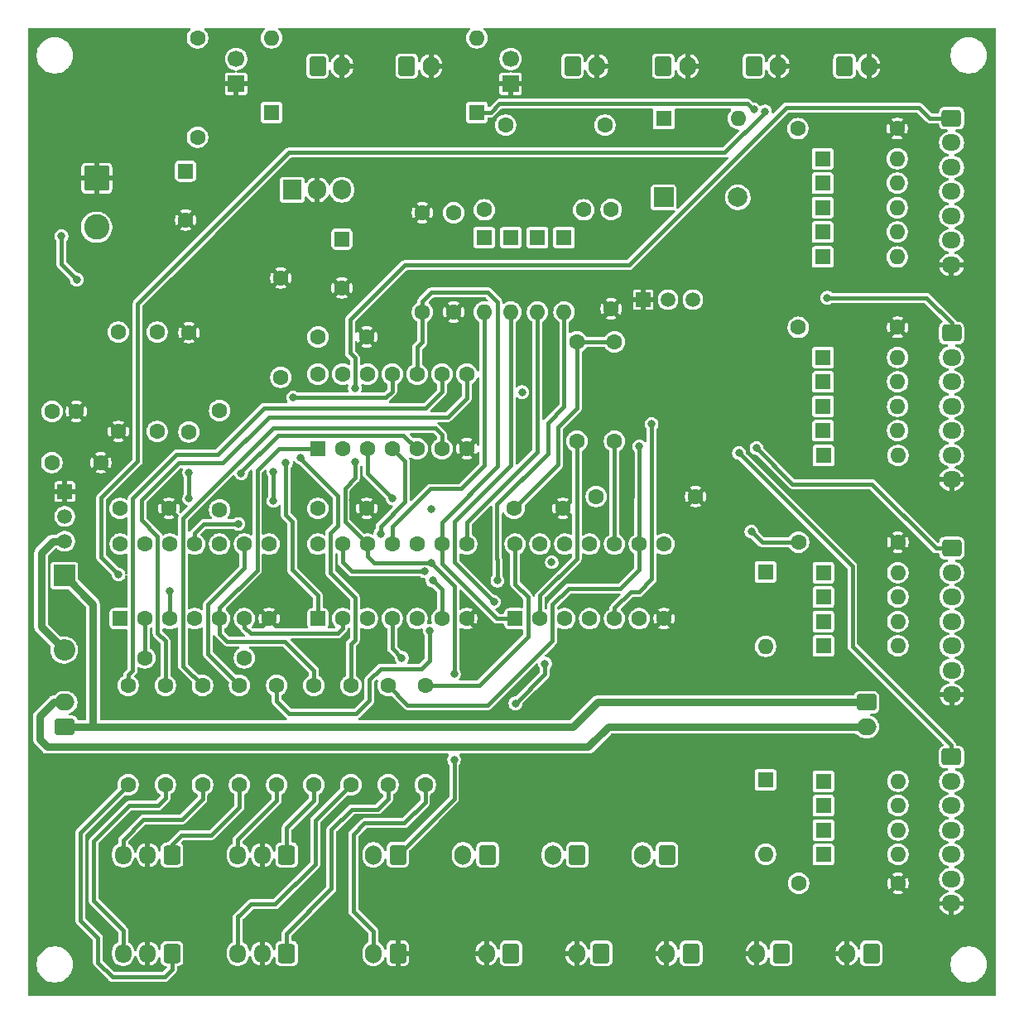
<source format=gtl>
%TF.GenerationSoftware,KiCad,Pcbnew,9.0.3*%
%TF.CreationDate,2025-08-27T16:44:28+03:00*%
%TF.ProjectId,Controller,436f6e74-726f-46c6-9c65-722e6b696361,1.0*%
%TF.SameCoordinates,Original*%
%TF.FileFunction,Copper,L1,Top*%
%TF.FilePolarity,Positive*%
%FSLAX46Y46*%
G04 Gerber Fmt 4.6, Leading zero omitted, Abs format (unit mm)*
G04 Created by KiCad (PCBNEW 9.0.3) date 2025-08-27 16:44:28*
%MOMM*%
%LPD*%
G01*
G04 APERTURE LIST*
G04 Aperture macros list*
%AMRoundRect*
0 Rectangle with rounded corners*
0 $1 Rounding radius*
0 $2 $3 $4 $5 $6 $7 $8 $9 X,Y pos of 4 corners*
0 Add a 4 corners polygon primitive as box body*
4,1,4,$2,$3,$4,$5,$6,$7,$8,$9,$2,$3,0*
0 Add four circle primitives for the rounded corners*
1,1,$1+$1,$2,$3*
1,1,$1+$1,$4,$5*
1,1,$1+$1,$6,$7*
1,1,$1+$1,$8,$9*
0 Add four rect primitives between the rounded corners*
20,1,$1+$1,$2,$3,$4,$5,0*
20,1,$1+$1,$4,$5,$6,$7,0*
20,1,$1+$1,$6,$7,$8,$9,0*
20,1,$1+$1,$8,$9,$2,$3,0*%
G04 Aperture macros list end*
%TA.AperFunction,ComponentPad*%
%ADD10C,1.600000*%
%TD*%
%TA.AperFunction,ComponentPad*%
%ADD11RoundRect,0.250000X0.550000X-0.550000X0.550000X0.550000X-0.550000X0.550000X-0.550000X-0.550000X0*%
%TD*%
%TA.AperFunction,ComponentPad*%
%ADD12RoundRect,0.250000X0.750000X-0.600000X0.750000X0.600000X-0.750000X0.600000X-0.750000X-0.600000X0*%
%TD*%
%TA.AperFunction,ComponentPad*%
%ADD13O,2.000000X1.700000*%
%TD*%
%TA.AperFunction,ComponentPad*%
%ADD14R,1.905000X2.000000*%
%TD*%
%TA.AperFunction,ComponentPad*%
%ADD15O,1.905000X2.000000*%
%TD*%
%TA.AperFunction,ComponentPad*%
%ADD16RoundRect,0.250000X0.600000X0.750000X-0.600000X0.750000X-0.600000X-0.750000X0.600000X-0.750000X0*%
%TD*%
%TA.AperFunction,ComponentPad*%
%ADD17O,1.700000X2.000000*%
%TD*%
%TA.AperFunction,ComponentPad*%
%ADD18R,1.600000X1.600000*%
%TD*%
%TA.AperFunction,ComponentPad*%
%ADD19O,1.600000X1.600000*%
%TD*%
%TA.AperFunction,ComponentPad*%
%ADD20R,1.500000X1.500000*%
%TD*%
%TA.AperFunction,ComponentPad*%
%ADD21C,1.500000*%
%TD*%
%TA.AperFunction,ComponentPad*%
%ADD22RoundRect,0.250000X-0.725000X0.600000X-0.725000X-0.600000X0.725000X-0.600000X0.725000X0.600000X0*%
%TD*%
%TA.AperFunction,ComponentPad*%
%ADD23O,1.950000X1.700000*%
%TD*%
%TA.AperFunction,ComponentPad*%
%ADD24RoundRect,0.250000X0.600000X0.725000X-0.600000X0.725000X-0.600000X-0.725000X0.600000X-0.725000X0*%
%TD*%
%TA.AperFunction,ComponentPad*%
%ADD25O,1.700000X1.950000*%
%TD*%
%TA.AperFunction,ComponentPad*%
%ADD26RoundRect,0.250000X-1.050000X1.050000X-1.050000X-1.050000X1.050000X-1.050000X1.050000X1.050000X0*%
%TD*%
%TA.AperFunction,ComponentPad*%
%ADD27C,2.600000*%
%TD*%
%TA.AperFunction,ComponentPad*%
%ADD28RoundRect,0.250000X-0.600000X-0.750000X0.600000X-0.750000X0.600000X0.750000X-0.600000X0.750000X0*%
%TD*%
%TA.AperFunction,ComponentPad*%
%ADD29R,1.700000X1.700000*%
%TD*%
%TA.AperFunction,ComponentPad*%
%ADD30C,1.700000*%
%TD*%
%TA.AperFunction,ComponentPad*%
%ADD31RoundRect,0.250000X-0.550000X0.550000X-0.550000X-0.550000X0.550000X-0.550000X0.550000X0.550000X0*%
%TD*%
%TA.AperFunction,ComponentPad*%
%ADD32R,2.200000X2.200000*%
%TD*%
%TA.AperFunction,ComponentPad*%
%ADD33O,2.200000X2.200000*%
%TD*%
%TA.AperFunction,ComponentPad*%
%ADD34R,2.000000X2.000000*%
%TD*%
%TA.AperFunction,ComponentPad*%
%ADD35C,2.000000*%
%TD*%
%TA.AperFunction,ComponentPad*%
%ADD36RoundRect,0.250000X-0.750000X0.600000X-0.750000X-0.600000X0.750000X-0.600000X0.750000X0.600000X0*%
%TD*%
%TA.AperFunction,ViaPad*%
%ADD37C,0.800000*%
%TD*%
%TA.AperFunction,Conductor*%
%ADD38C,0.400000*%
%TD*%
%TA.AperFunction,Conductor*%
%ADD39C,0.800000*%
%TD*%
G04 APERTURE END LIST*
D10*
%TO.P,R8,1,+*%
%TO.N,Net-(R8-+)*%
X107278125Y-99345000D03*
%TO.P,R8,2,-*%
%TO.N,Net-(D10-A1)*%
X107278125Y-109505000D03*
%TD*%
%TO.P,R12,1,+*%
%TO.N,Net-(D11-K)*%
X132315000Y-50700000D03*
%TO.P,R12,2,-*%
%TO.N,Net-(Q1-B)*%
X142475000Y-50700000D03*
%TD*%
D11*
%TO.P,U2,1,~{R}*%
%TO.N,Net-(R20-+)*%
X135470000Y-92520000D03*
D10*
%TO.P,U2,2,D*%
%TO.N,Net-(R18--)*%
X138010000Y-92520000D03*
%TO.P,U2,3,C*%
%TO.N,Net-(D17-K)*%
X140550000Y-92520000D03*
%TO.P,U2,4,~{S}*%
%TO.N,Net-(R18--)*%
X143090000Y-92520000D03*
%TO.P,U2,5,Q*%
%TO.N,Net-(R22-+)*%
X145630000Y-92520000D03*
%TO.P,U2,6,~{Q}*%
%TO.N,Net-(U2A-~{Q})*%
X148170000Y-92520000D03*
%TO.P,U2,7,GND*%
%TO.N,GND*%
X150710000Y-92520000D03*
%TO.P,U2,8,~{Q}*%
%TO.N,Net-(U2B-~{Q})*%
X150710000Y-84900000D03*
%TO.P,U2,9,Q*%
%TO.N,Net-(R21-+)*%
X148170000Y-84900000D03*
%TO.P,U2,10,~{S}*%
%TO.N,Net-(R17--)*%
X145630000Y-84900000D03*
%TO.P,U2,11,C*%
%TO.N,Net-(D16-K)*%
X143090000Y-84900000D03*
%TO.P,U2,12,D*%
%TO.N,Net-(R17--)*%
X140550000Y-84900000D03*
%TO.P,U2,13,~{R}*%
%TO.N,Net-(R19-+)*%
X138010000Y-84900000D03*
%TO.P,U2,14,VCC*%
%TO.N,+5V*%
X135470000Y-84900000D03*
%TD*%
D12*
%TO.P,J19,1*%
%TO.N,+24V*%
X89400000Y-103575000D03*
D13*
%TO.P,J19,2*%
%TO.N,Net-(D30-A)*%
X89400000Y-101075000D03*
%TD*%
D14*
%TO.P,U5,1,IN*%
%TO.N,+24V*%
X112670000Y-48650000D03*
D15*
%TO.P,U5,2*%
%TO.N,GND*%
X115210000Y-48650000D03*
%TO.P,U5,3,OUT*%
%TO.N,+5V*%
X117750000Y-48650000D03*
%TD*%
D16*
%TO.P,J18,1*%
%TO.N,+5V*%
X135050000Y-126750000D03*
D17*
%TO.P,J18,2*%
%TO.N,GND*%
X132550000Y-126750000D03*
%TD*%
D10*
%TO.P,R3,1,+*%
%TO.N,+5V*%
X107780000Y-96520000D03*
%TO.P,R3,2,-*%
%TO.N,Net-(R3--)*%
X97620000Y-96520000D03*
%TD*%
D18*
%TO.P,D16,1,K*%
%TO.N,Net-(D16-K)*%
X166981667Y-87800666D03*
D19*
%TO.P,D16,2,A*%
%TO.N,Net-(D16-A)*%
X174601667Y-87800666D03*
%TD*%
D20*
%TO.P,Q1,1,E*%
%TO.N,GND*%
X148560000Y-59885000D03*
D21*
%TO.P,Q1,2,B*%
%TO.N,Net-(Q1-B)*%
X151100000Y-59885000D03*
%TO.P,Q1,3,C*%
%TO.N,Net-(D33-A)*%
X153640000Y-59885000D03*
%TD*%
D16*
%TO.P,J15,1*%
%TO.N,+5V*%
X171893750Y-126750000D03*
D17*
%TO.P,J15,2*%
%TO.N,GND*%
X169393750Y-126750000D03*
%TD*%
D10*
%TO.P,R25,1,+*%
%TO.N,Net-(D26-K)*%
X94875000Y-63220000D03*
%TO.P,R25,2,-*%
%TO.N,GND*%
X94875000Y-73380000D03*
%TD*%
D18*
%TO.P,D11,1,K*%
%TO.N,Net-(D11-K)*%
X135025000Y-53535000D03*
D19*
%TO.P,D11,2,A*%
%TO.N,BZ1*%
X135025000Y-61155000D03*
%TD*%
D22*
%TO.P,J6,1*%
%TO.N,Net-(R24-+)*%
X180100000Y-106650000D03*
D23*
%TO.P,J6,2*%
%TO.N,Net-(D17-A)*%
X180100000Y-109150000D03*
%TO.P,J6,3*%
%TO.N,Net-(D23-A)*%
X180100000Y-111650000D03*
%TO.P,J6,4*%
%TO.N,Net-(D20-A)*%
X180100000Y-114150000D03*
%TO.P,J6,5*%
%TO.N,Net-(D21-A)*%
X180100000Y-116650000D03*
%TO.P,J6,6*%
%TO.N,FN3*%
X180100000Y-119150000D03*
%TO.P,J6,7*%
%TO.N,GND*%
X180100000Y-121650000D03*
%TD*%
D10*
%TO.P,R19,1,+*%
%TO.N,Net-(R19-+)*%
X143764000Y-80010000D03*
%TO.P,R19,2,-*%
%TO.N,GND*%
X153924000Y-80010000D03*
%TD*%
D11*
%TO.P,U4,1*%
%TO.N,Net-(R7-+)*%
X115285000Y-75135000D03*
D10*
%TO.P,U4,2*%
%TO.N,Net-(R5-+)*%
X117825000Y-75135000D03*
%TO.P,U4,3*%
%TO.N,Net-(R9-+)*%
X120365000Y-75135000D03*
%TO.P,U4,4*%
%TO.N,Net-(R8-+)*%
X122905000Y-75135000D03*
%TO.P,U4,5*%
%TO.N,Net-(R6-+)*%
X125445000Y-75135000D03*
%TO.P,U4,6*%
%TO.N,Net-(R10-+)*%
X127985000Y-75135000D03*
%TO.P,U4,7,GND*%
%TO.N,GND*%
X130525000Y-75135000D03*
%TO.P,U4,8*%
%TO.N,Net-(R24-+)*%
X130525000Y-67515000D03*
%TO.P,U4,9*%
%TO.N,Net-(R22-+)*%
X127985000Y-67515000D03*
%TO.P,U4,10*%
%TO.N,Net-(R20-+)*%
X125445000Y-67515000D03*
%TO.P,U4,11*%
%TO.N,Net-(R23-+)*%
X122905000Y-67515000D03*
%TO.P,U4,12*%
%TO.N,Net-(R21-+)*%
X120365000Y-67515000D03*
%TO.P,U4,13*%
%TO.N,Net-(R19-+)*%
X117825000Y-67515000D03*
%TO.P,U4,14,VCC*%
%TO.N,+5V*%
X115285000Y-67515000D03*
%TD*%
%TO.P,R23,1,+*%
%TO.N,Net-(R23-+)*%
X118668750Y-99345000D03*
%TO.P,R23,2,-*%
%TO.N,Net-(D24-A2)*%
X118668750Y-109505000D03*
%TD*%
D18*
%TO.P,D17,1,K*%
%TO.N,Net-(D17-K)*%
X166990000Y-109125000D03*
D19*
%TO.P,D17,2,A*%
%TO.N,Net-(D17-A)*%
X174610000Y-109125000D03*
%TD*%
D18*
%TO.P,D13,1,K*%
%TO.N,Net-(D11-K)*%
X137750000Y-53535000D03*
D19*
%TO.P,D13,2,A*%
%TO.N,BZ3*%
X137750000Y-61155000D03*
%TD*%
D10*
%TO.P,R2,1,+*%
%TO.N,Net-(D2-K)*%
X164433333Y-62721167D03*
%TO.P,R2,2,-*%
%TO.N,GND*%
X174593333Y-62721167D03*
%TD*%
%TO.P,R10,1,+*%
%TO.N,Net-(R10-+)*%
X103481250Y-99345000D03*
%TO.P,R10,2,-*%
%TO.N,Net-(D10-A2)*%
X103481250Y-109505000D03*
%TD*%
D18*
%TO.P,D23,1,K*%
%TO.N,Net-(D17-K)*%
X166990000Y-111625000D03*
D19*
%TO.P,D23,2,A*%
%TO.N,Net-(D23-A)*%
X174610000Y-111625000D03*
%TD*%
D18*
%TO.P,D2,1,K*%
%TO.N,Net-(D2-K)*%
X166973333Y-65787834D03*
D19*
%TO.P,D2,2,A*%
%TO.N,Net-(D2-A)*%
X174593333Y-65787834D03*
%TD*%
D16*
%TO.P,J4,1*%
%TO.N,Net-(R6-+)*%
X141825000Y-116675000D03*
D17*
%TO.P,J4,2*%
%TO.N,+5V*%
X139325000Y-116675000D03*
%TD*%
D10*
%TO.P,R22,1,+*%
%TO.N,Net-(R22-+)*%
X95887500Y-99345000D03*
%TO.P,R22,2,-*%
%TO.N,Net-(D25-A1)*%
X95887500Y-109505000D03*
%TD*%
D18*
%TO.P,D29,1,K*%
%TO.N,Net-(D26-K)*%
X161075000Y-87715000D03*
D19*
%TO.P,D29,2,A*%
%TO.N,FN4*%
X161075000Y-95335000D03*
%TD*%
D20*
%TO.P,Q2,1,E*%
%TO.N,GND*%
X89400000Y-79520000D03*
D21*
%TO.P,Q2,2,B*%
%TO.N,Net-(Q2-B)*%
X89400000Y-82060000D03*
%TO.P,Q2,3,C*%
%TO.N,Net-(D30-A)*%
X89400000Y-84600000D03*
%TD*%
D10*
%TO.P,R6,1,+*%
%TO.N,Net-(R6-+)*%
X102108000Y-73406000D03*
%TO.P,R6,2,-*%
%TO.N,GND*%
X102108000Y-63246000D03*
%TD*%
D22*
%TO.P,J2,1*%
%TO.N,Net-(R10-+)*%
X180108333Y-63296167D03*
D23*
%TO.P,J2,2*%
%TO.N,Net-(D2-A)*%
X180108333Y-65796167D03*
%TO.P,J2,3*%
%TO.N,Net-(D8-A)*%
X180108333Y-68296167D03*
%TO.P,J2,4*%
%TO.N,Net-(D5-A)*%
X180108333Y-70796167D03*
%TO.P,J2,5*%
%TO.N,Net-(D6-A)*%
X180108333Y-73296167D03*
%TO.P,J2,6*%
%TO.N,FN2*%
X180108333Y-75796167D03*
%TO.P,J2,7*%
%TO.N,GND*%
X180108333Y-78296167D03*
%TD*%
D10*
%TO.P,R18,1,+*%
%TO.N,+5V*%
X141780000Y-64210000D03*
%TO.P,R18,2,-*%
%TO.N,Net-(R18--)*%
X141780000Y-74370000D03*
%TD*%
D18*
%TO.P,D4,1,K*%
%TO.N,Net-(D1-K)*%
X166915000Y-52975000D03*
D19*
%TO.P,D4,2,A*%
%TO.N,Net-(D4-A)*%
X174535000Y-52975000D03*
%TD*%
D24*
%TO.P,D10,1,A1*%
%TO.N,Net-(D10-A1)*%
X100375000Y-116675000D03*
D25*
%TO.P,D10,2,K*%
%TO.N,GND*%
X97875000Y-116675000D03*
%TO.P,D10,3,A2*%
%TO.N,Net-(D10-A2)*%
X95375000Y-116675000D03*
%TD*%
D18*
%TO.P,D22,1,K*%
%TO.N,Net-(D16-K)*%
X166981667Y-90300666D03*
D19*
%TO.P,D22,2,A*%
%TO.N,Net-(D22-A)*%
X174601667Y-90300666D03*
%TD*%
D26*
%TO.P,J7,1*%
%TO.N,GND*%
X92657500Y-47475000D03*
D27*
%TO.P,J7,2*%
%TO.N,+24V*%
X92657500Y-52475000D03*
%TD*%
D18*
%TO.P,D21,1,K*%
%TO.N,Net-(D17-K)*%
X166990000Y-116625000D03*
D19*
%TO.P,D21,2,A*%
%TO.N,Net-(D21-A)*%
X174610000Y-116625000D03*
%TD*%
D10*
%TO.P,R16,1,+*%
%TO.N,Net-(D17-K)*%
X164450000Y-119575000D03*
%TO.P,R16,2,-*%
%TO.N,GND*%
X174610000Y-119575000D03*
%TD*%
D11*
%TO.P,U3,1*%
%TO.N,Net-(R5-+)*%
X115270000Y-92520000D03*
D10*
%TO.P,U3,2*%
%TO.N,Net-(U1A-~{Q})*%
X117810000Y-92520000D03*
%TO.P,U3,3*%
%TO.N,BZ1*%
X120350000Y-92520000D03*
%TO.P,U3,4*%
%TO.N,Net-(R6-+)*%
X122890000Y-92520000D03*
%TO.P,U3,5*%
%TO.N,Net-(U1B-~{Q})*%
X125430000Y-92520000D03*
%TO.P,U3,6*%
%TO.N,BZ2*%
X127970000Y-92520000D03*
%TO.P,U3,7,GND*%
%TO.N,GND*%
X130510000Y-92520000D03*
%TO.P,U3,8*%
%TO.N,BZ3*%
X130510000Y-84900000D03*
%TO.P,U3,9*%
%TO.N,Net-(R20-+)*%
X127970000Y-84900000D03*
%TO.P,U3,10*%
%TO.N,Net-(U2A-~{Q})*%
X125430000Y-84900000D03*
%TO.P,U3,11*%
%TO.N,BZ4*%
X122890000Y-84900000D03*
%TO.P,U3,12*%
%TO.N,Net-(R19-+)*%
X120350000Y-84900000D03*
%TO.P,U3,13*%
%TO.N,Net-(U2B-~{Q})*%
X117810000Y-84900000D03*
%TO.P,U3,14,VCC*%
%TO.N,+5V*%
X115270000Y-84900000D03*
%TD*%
%TO.P,R21,1,+*%
%TO.N,Net-(R21-+)*%
X122465625Y-99345000D03*
%TO.P,R21,2,-*%
%TO.N,Net-(D24-A1)*%
X122465625Y-109505000D03*
%TD*%
%TO.P,R4,1,+*%
%TO.N,+5V*%
X105250000Y-71220000D03*
%TO.P,R4,2,-*%
%TO.N,Net-(R4--)*%
X105250000Y-81380000D03*
%TD*%
D18*
%TO.P,D27,1,K*%
%TO.N,Net-(D26-K)*%
X166990000Y-75825000D03*
D19*
%TO.P,D27,2,A*%
%TO.N,FN2*%
X174610000Y-75825000D03*
%TD*%
D10*
%TO.P,R7,1,+*%
%TO.N,Net-(R7-+)*%
X114871875Y-99345000D03*
%TO.P,R7,2,-*%
%TO.N,Net-(D9-A1)*%
X114871875Y-109505000D03*
%TD*%
D28*
%TO.P,J10,1*%
%TO.N,+5V*%
X169143750Y-36000000D03*
D17*
%TO.P,J10,2*%
%TO.N,GND*%
X171643750Y-36000000D03*
%TD*%
D10*
%TO.P,R28,1,+*%
%TO.N,+5V*%
X144655000Y-42050000D03*
%TO.P,R28,2,-*%
%TO.N,Net-(D31-A)*%
X134495000Y-42050000D03*
%TD*%
%TO.P,R27,1,+*%
%TO.N,+5V*%
X102975000Y-43265000D03*
%TO.P,R27,2,-*%
%TO.N,Net-(D32-A)*%
X102975000Y-33105000D03*
%TD*%
D18*
%TO.P,D8,1,K*%
%TO.N,Net-(D2-K)*%
X166973333Y-68287834D03*
D19*
%TO.P,D8,2,A*%
%TO.N,Net-(D8-A)*%
X174593333Y-68287834D03*
%TD*%
D28*
%TO.P,J11,1*%
%TO.N,+5V*%
X159875000Y-36000000D03*
D17*
%TO.P,J11,2*%
%TO.N,GND*%
X162375000Y-36000000D03*
%TD*%
D28*
%TO.P,J21,1*%
%TO.N,Net-(D32-A)*%
X115250000Y-36000000D03*
D17*
%TO.P,J21,2*%
%TO.N,GND*%
X117750000Y-36000000D03*
%TD*%
D18*
%TO.P,D20,1,K*%
%TO.N,Net-(D17-K)*%
X166990000Y-114125000D03*
D19*
%TO.P,D20,2,A*%
%TO.N,Net-(D20-A)*%
X174610000Y-114125000D03*
%TD*%
D29*
%TO.P,JP2,1*%
%TO.N,GND*%
X135000000Y-37800000D03*
D30*
%TO.P,JP2,2*%
%TO.N,Net-(D31-A)*%
X135000000Y-35260000D03*
%TD*%
D31*
%TO.P,C6,1,+*%
%TO.N,+5V*%
X117750000Y-53675000D03*
D10*
%TO.P,C6,2,-*%
%TO.N,GND*%
X117750000Y-58675000D03*
%TD*%
D18*
%TO.P,D31,1,K*%
%TO.N,Net-(D26-K)*%
X131550000Y-40725000D03*
D19*
%TO.P,D31,2,A*%
%TO.N,Net-(D31-A)*%
X131550000Y-33105000D03*
%TD*%
D16*
%TO.P,D15,1*%
%TO.N,GND*%
X123475000Y-126750000D03*
D17*
%TO.P,D15,2*%
%TO.N,Net-(R14--)*%
X120975000Y-126750000D03*
%TD*%
D18*
%TO.P,D5,1,K*%
%TO.N,Net-(D2-K)*%
X166973333Y-70787834D03*
D19*
%TO.P,D5,2,A*%
%TO.N,Net-(D5-A)*%
X174593333Y-70787834D03*
%TD*%
D18*
%TO.P,D7,1,K*%
%TO.N,Net-(D1-K)*%
X166915000Y-47975000D03*
D19*
%TO.P,D7,2,A*%
%TO.N,Net-(D7-A)*%
X174535000Y-47975000D03*
%TD*%
D16*
%TO.P,J8,1*%
%TO.N,Net-(R19-+)*%
X123475000Y-116675000D03*
D17*
%TO.P,J8,2*%
%TO.N,+5V*%
X120975000Y-116675000D03*
%TD*%
D10*
%TO.P,R5,1,+*%
%TO.N,Net-(R5-+)*%
X111506000Y-67818000D03*
%TO.P,R5,2,-*%
%TO.N,GND*%
X111506000Y-57658000D03*
%TD*%
D32*
%TO.P,D30,1,K*%
%TO.N,+24V*%
X89350000Y-88090000D03*
D33*
%TO.P,D30,2,A*%
%TO.N,Net-(D30-A)*%
X89350000Y-95710000D03*
%TD*%
D16*
%TO.P,J16,1*%
%TO.N,+5V*%
X162682813Y-126750000D03*
D17*
%TO.P,J16,2*%
%TO.N,GND*%
X160182813Y-126750000D03*
%TD*%
D18*
%TO.P,D32,1,K*%
%TO.N,Net-(D26-K)*%
X110550000Y-40725000D03*
D19*
%TO.P,D32,2,A*%
%TO.N,Net-(D32-A)*%
X110550000Y-33105000D03*
%TD*%
D24*
%TO.P,D25,1,A1*%
%TO.N,Net-(D25-A1)*%
X100375000Y-126750000D03*
D25*
%TO.P,D25,2,K*%
%TO.N,GND*%
X97875000Y-126750000D03*
%TO.P,D25,3,A2*%
%TO.N,Net-(D25-A2)*%
X95375000Y-126750000D03*
%TD*%
D11*
%TO.P,U1,1,~{R}*%
%TO.N,Net-(R5-+)*%
X95080000Y-92520000D03*
D10*
%TO.P,U1,2,D*%
%TO.N,Net-(R3--)*%
X97620000Y-92520000D03*
%TO.P,U1,3,C*%
%TO.N,Net-(D1-K)*%
X100160000Y-92520000D03*
%TO.P,U1,4,~{S}*%
%TO.N,Net-(R3--)*%
X102700000Y-92520000D03*
%TO.P,U1,5,Q*%
%TO.N,Net-(R7-+)*%
X105240000Y-92520000D03*
%TO.P,U1,6,~{Q}*%
%TO.N,Net-(U1A-~{Q})*%
X107780000Y-92520000D03*
%TO.P,U1,7,GND*%
%TO.N,GND*%
X110320000Y-92520000D03*
%TO.P,U1,8,~{Q}*%
%TO.N,Net-(U1B-~{Q})*%
X110320000Y-84900000D03*
%TO.P,U1,9,Q*%
%TO.N,Net-(R8-+)*%
X107780000Y-84900000D03*
%TO.P,U1,10,~{S}*%
%TO.N,Net-(R4--)*%
X105240000Y-84900000D03*
%TO.P,U1,11,C*%
%TO.N,Net-(D2-K)*%
X102700000Y-84900000D03*
%TO.P,U1,12,D*%
%TO.N,Net-(R4--)*%
X100160000Y-84900000D03*
%TO.P,U1,13,~{R}*%
%TO.N,Net-(R6-+)*%
X97620000Y-84900000D03*
%TO.P,U1,14,VCC*%
%TO.N,+5V*%
X95080000Y-84900000D03*
%TD*%
%TO.P,C8,1,+*%
%TO.N,+24V*%
X88075000Y-76550000D03*
%TO.P,C8,2,-*%
%TO.N,GND*%
X93075000Y-76550000D03*
%TD*%
D18*
%TO.P,D18,1,K*%
%TO.N,Net-(D16-K)*%
X166981667Y-92800666D03*
D19*
%TO.P,D18,2,A*%
%TO.N,Net-(D18-A)*%
X174601667Y-92800666D03*
%TD*%
D29*
%TO.P,JP1,1*%
%TO.N,GND*%
X106925000Y-37800000D03*
D30*
%TO.P,JP1,2*%
%TO.N,Net-(D32-A)*%
X106925000Y-35260000D03*
%TD*%
D10*
%TO.P,R26,1,+*%
%TO.N,Net-(D26-K)*%
X98850000Y-63220000D03*
%TO.P,R26,2,-*%
%TO.N,Net-(Q2-B)*%
X98850000Y-73380000D03*
%TD*%
D24*
%TO.P,D24,1,A1*%
%TO.N,Net-(D24-A1)*%
X112100000Y-126750000D03*
D25*
%TO.P,D24,2,K*%
%TO.N,GND*%
X109600000Y-126750000D03*
%TO.P,D24,3,A2*%
%TO.N,Net-(D24-A2)*%
X107100000Y-126750000D03*
%TD*%
D28*
%TO.P,J13,1*%
%TO.N,+5V*%
X141337500Y-36000000D03*
D17*
%TO.P,J13,2*%
%TO.N,GND*%
X143837500Y-36000000D03*
%TD*%
D16*
%TO.P,J3,1*%
%TO.N,Net-(R5-+)*%
X151000000Y-116675000D03*
D17*
%TO.P,J3,2*%
%TO.N,+5V*%
X148500000Y-116675000D03*
%TD*%
D18*
%TO.P,D14,1,K*%
%TO.N,Net-(D11-K)*%
X132300000Y-53535000D03*
D19*
%TO.P,D14,2,A*%
%TO.N,BZ4*%
X132300000Y-61155000D03*
%TD*%
D16*
%TO.P,J17,1*%
%TO.N,+5V*%
X144260938Y-126750000D03*
D17*
%TO.P,J17,2*%
%TO.N,GND*%
X141760938Y-126750000D03*
%TD*%
D10*
%TO.P,R14,1,+*%
%TO.N,+5V*%
X126262500Y-99345000D03*
%TO.P,R14,2,-*%
%TO.N,Net-(R14--)*%
X126262500Y-109505000D03*
%TD*%
D22*
%TO.P,J5,1*%
%TO.N,Net-(R23-+)*%
X180116667Y-85292333D03*
D23*
%TO.P,J5,2*%
%TO.N,Net-(D16-A)*%
X180116667Y-87792333D03*
%TO.P,J5,3*%
%TO.N,Net-(D22-A)*%
X180116667Y-90292333D03*
%TO.P,J5,4*%
%TO.N,Net-(D18-A)*%
X180116667Y-92792333D03*
%TO.P,J5,5*%
%TO.N,Net-(D19-A)*%
X180116667Y-95292333D03*
%TO.P,J5,6*%
%TO.N,FN4*%
X180116667Y-97792333D03*
%TO.P,J5,7*%
%TO.N,GND*%
X180116667Y-100292333D03*
%TD*%
D10*
%TO.P,C4,1,+*%
%TO.N,+5V*%
X115285000Y-81250000D03*
%TO.P,C4,2,-*%
%TO.N,GND*%
X120285000Y-81250000D03*
%TD*%
D16*
%TO.P,J14,1*%
%TO.N,+5V*%
X153471875Y-126750000D03*
D17*
%TO.P,J14,2*%
%TO.N,GND*%
X150971875Y-126750000D03*
%TD*%
D10*
%TO.P,R11,1,+*%
%TO.N,Net-(D11-K)*%
X129175000Y-50995000D03*
%TO.P,R11,2,-*%
%TO.N,GND*%
X129175000Y-61155000D03*
%TD*%
D34*
%TO.P,BZ1,1*%
%TO.N,+5V*%
X150650000Y-49425000D03*
D35*
%TO.P,BZ1,2*%
%TO.N,Net-(D33-A)*%
X158250000Y-49425000D03*
%TD*%
D22*
%TO.P,J1,1*%
%TO.N,Net-(R9-+)*%
X180100000Y-41325000D03*
D23*
%TO.P,J1,2*%
%TO.N,Net-(D1-A)*%
X180100000Y-43825000D03*
%TO.P,J1,3*%
%TO.N,Net-(D7-A)*%
X180100000Y-46325000D03*
%TO.P,J1,4*%
%TO.N,Net-(D3-A)*%
X180100000Y-48825000D03*
%TO.P,J1,5*%
%TO.N,Net-(D4-A)*%
X180100000Y-51325000D03*
%TO.P,J1,6*%
%TO.N,FN1*%
X180100000Y-53825000D03*
%TO.P,J1,7*%
%TO.N,GND*%
X180100000Y-56325000D03*
%TD*%
D10*
%TO.P,R20,1,+*%
%TO.N,Net-(R20-+)*%
X125984000Y-61155000D03*
%TO.P,R20,2,-*%
%TO.N,GND*%
X125984000Y-50995000D03*
%TD*%
%TO.P,C3,1,+*%
%TO.N,+5V*%
X115300000Y-63700000D03*
%TO.P,C3,2,-*%
%TO.N,GND*%
X120300000Y-63700000D03*
%TD*%
%TO.P,R9,1,+*%
%TO.N,Net-(R9-+)*%
X111075000Y-99345000D03*
%TO.P,R9,2,-*%
%TO.N,Net-(D9-A2)*%
X111075000Y-109505000D03*
%TD*%
D18*
%TO.P,D26,1,K*%
%TO.N,Net-(D26-K)*%
X166915000Y-55525000D03*
D19*
%TO.P,D26,2,A*%
%TO.N,FN1*%
X174535000Y-55525000D03*
%TD*%
D10*
%TO.P,C7,1,+*%
%TO.N,+24V*%
X88100000Y-71325000D03*
%TO.P,C7,2,-*%
%TO.N,GND*%
X90600000Y-71325000D03*
%TD*%
D28*
%TO.P,J12,1*%
%TO.N,+5V*%
X150606250Y-36000000D03*
D17*
%TO.P,J12,2*%
%TO.N,GND*%
X153106250Y-36000000D03*
%TD*%
D18*
%TO.P,D6,1,K*%
%TO.N,Net-(D2-K)*%
X166973333Y-73287834D03*
D19*
%TO.P,D6,2,A*%
%TO.N,Net-(D6-A)*%
X174593333Y-73287834D03*
%TD*%
D10*
%TO.P,C1,1,+*%
%TO.N,+5V*%
X95050000Y-81250000D03*
%TO.P,C1,2,-*%
%TO.N,GND*%
X100050000Y-81250000D03*
%TD*%
%TO.P,R1,1,+*%
%TO.N,Net-(D1-K)*%
X164375000Y-42400000D03*
%TO.P,R1,2,-*%
%TO.N,GND*%
X174535000Y-42400000D03*
%TD*%
%TO.P,C2,1,+*%
%TO.N,+5V*%
X135350000Y-81250000D03*
%TO.P,C2,2,-*%
%TO.N,GND*%
X140350000Y-81250000D03*
%TD*%
D18*
%TO.P,D33,1,K*%
%TO.N,+5V*%
X150670000Y-41370000D03*
D19*
%TO.P,D33,2,A*%
%TO.N,Net-(D33-A)*%
X158290000Y-41370000D03*
%TD*%
D18*
%TO.P,D1,1,K*%
%TO.N,Net-(D1-K)*%
X166915000Y-45475000D03*
D19*
%TO.P,D1,2,A*%
%TO.N,Net-(D1-A)*%
X174535000Y-45475000D03*
%TD*%
D24*
%TO.P,D9,1,A1*%
%TO.N,Net-(D9-A1)*%
X112100000Y-116675000D03*
D25*
%TO.P,D9,2,K*%
%TO.N,GND*%
X109600000Y-116675000D03*
%TO.P,D9,3,A2*%
%TO.N,Net-(D9-A2)*%
X107100000Y-116675000D03*
%TD*%
D31*
%TO.P,C5,1,+*%
%TO.N,+24V*%
X101775000Y-46722349D03*
D10*
%TO.P,C5,2,-*%
%TO.N,GND*%
X101775000Y-51722349D03*
%TD*%
D18*
%TO.P,D28,1,K*%
%TO.N,Net-(D26-K)*%
X161075000Y-108990000D03*
D19*
%TO.P,D28,2,A*%
%TO.N,FN3*%
X161075000Y-116610000D03*
%TD*%
D18*
%TO.P,D19,1,K*%
%TO.N,Net-(D16-K)*%
X166981667Y-95300666D03*
D19*
%TO.P,D19,2,A*%
%TO.N,Net-(D19-A)*%
X174601667Y-95300666D03*
%TD*%
D10*
%TO.P,R24,1,+*%
%TO.N,Net-(R24-+)*%
X99684375Y-99345000D03*
%TO.P,R24,2,-*%
%TO.N,Net-(D25-A2)*%
X99684375Y-109505000D03*
%TD*%
D18*
%TO.P,D3,1,K*%
%TO.N,Net-(D1-K)*%
X166915000Y-50475000D03*
D19*
%TO.P,D3,2,A*%
%TO.N,Net-(D3-A)*%
X174535000Y-50475000D03*
%TD*%
D18*
%TO.P,D12,1,K*%
%TO.N,Net-(D11-K)*%
X140475000Y-53535000D03*
D19*
%TO.P,D12,2,A*%
%TO.N,BZ2*%
X140475000Y-61155000D03*
%TD*%
D10*
%TO.P,R13,1,+*%
%TO.N,Net-(Q1-B)*%
X145300000Y-50670000D03*
%TO.P,R13,2,-*%
%TO.N,GND*%
X145300000Y-60830000D03*
%TD*%
D28*
%TO.P,J22,1*%
%TO.N,Net-(D31-A)*%
X124375000Y-36000000D03*
D17*
%TO.P,J22,2*%
%TO.N,GND*%
X126875000Y-36000000D03*
%TD*%
D16*
%TO.P,J9,1*%
%TO.N,Net-(R20-+)*%
X132650000Y-116675000D03*
D17*
%TO.P,J9,2*%
%TO.N,+5V*%
X130150000Y-116675000D03*
%TD*%
D10*
%TO.P,R15,1,+*%
%TO.N,Net-(D16-K)*%
X164441667Y-84692333D03*
%TO.P,R15,2,-*%
%TO.N,GND*%
X174601667Y-84692333D03*
%TD*%
%TO.P,R17,1,+*%
%TO.N,+5V*%
X145630000Y-64210000D03*
%TO.P,R17,2,-*%
%TO.N,Net-(R17--)*%
X145630000Y-74370000D03*
%TD*%
D36*
%TO.P,J20,1*%
%TO.N,+24V*%
X171400000Y-101075000D03*
D13*
%TO.P,J20,2*%
%TO.N,Net-(D30-A)*%
X171400000Y-103575000D03*
%TD*%
D37*
%TO.N,*%
X136180000Y-69350000D03*
X126880000Y-81310000D03*
X139210000Y-86740000D03*
%TO.N,Net-(D1-K)*%
X100150000Y-89700000D03*
X161020000Y-40630000D03*
X94910000Y-88000000D03*
%TO.N,Net-(D2-K)*%
X110744000Y-77470000D03*
X110750000Y-80470000D03*
X107176000Y-82816000D03*
%TO.N,Net-(D16-K)*%
X159625000Y-83600000D03*
%TO.N,GND*%
X183326671Y-46373191D03*
X139633831Y-32957444D03*
X116410000Y-90130000D03*
X118930000Y-82240000D03*
X108940903Y-37146655D03*
X172484161Y-88376721D03*
X164598791Y-49491075D03*
X163763115Y-51426022D03*
X146981472Y-32881203D03*
X104420235Y-37655144D03*
X161016455Y-57071775D03*
X101898730Y-121759623D03*
X92728242Y-66905410D03*
X182418780Y-84129988D03*
X184123840Y-50188135D03*
X170152220Y-48570820D03*
X158985528Y-88108099D03*
X108651586Y-107798329D03*
X153589327Y-124375567D03*
X94733539Y-60972504D03*
X150810129Y-98924123D03*
X161308524Y-55087755D03*
X135980000Y-75300000D03*
X151031366Y-106623648D03*
X156907075Y-125725874D03*
X153939393Y-41979531D03*
X133490000Y-94680000D03*
X160751981Y-80847669D03*
X148380498Y-62766523D03*
X145951708Y-98676989D03*
X89868858Y-91808303D03*
X100163335Y-38630528D03*
X173150467Y-34563816D03*
X95580000Y-75540000D03*
X146680071Y-96357869D03*
X182687536Y-95500784D03*
X86549354Y-97611479D03*
X97206733Y-118859694D03*
X170015311Y-80946846D03*
X100161174Y-118958826D03*
X123878360Y-61190582D03*
X139076732Y-36135117D03*
X159567559Y-105746007D03*
X120265491Y-42815526D03*
X167303214Y-32999219D03*
X158499430Y-59325422D03*
X143185807Y-62040393D03*
X174740526Y-36784849D03*
X156410048Y-121903492D03*
X96856750Y-33599500D03*
X156912524Y-96036357D03*
X168243733Y-81889327D03*
X98003878Y-35692526D03*
X173965570Y-32726231D03*
X155986880Y-59634548D03*
X86345080Y-46132398D03*
X152878940Y-96386886D03*
X141718382Y-47041594D03*
X95826712Y-49690452D03*
X93060506Y-58684312D03*
X183797668Y-122682743D03*
X157574683Y-36491702D03*
X133055435Y-130460317D03*
X156674053Y-115922987D03*
X155204635Y-109114952D03*
X129839772Y-38124619D03*
X174307666Y-126443506D03*
X178780000Y-125920000D03*
X124850000Y-69640000D03*
X125146235Y-128231272D03*
X156972879Y-93336075D03*
X152601267Y-89567685D03*
X87042363Y-55583016D03*
X140099615Y-49995384D03*
X96205934Y-38192995D03*
X86777587Y-52858832D03*
X156420325Y-88408686D03*
X150633347Y-90388032D03*
X98250000Y-81560000D03*
X171152739Y-44988554D03*
X108029377Y-118832643D03*
X168932284Y-44046117D03*
X104217252Y-67506680D03*
X129020000Y-63760000D03*
X148562851Y-95240896D03*
X87867287Y-41127843D03*
X95241548Y-57625579D03*
X182786941Y-69722274D03*
X164539221Y-33558106D03*
X140928182Y-122188865D03*
X182348421Y-81970512D03*
X158436940Y-67830426D03*
X131637124Y-35734013D03*
X127988941Y-49275681D03*
X153900839Y-65957793D03*
X143405295Y-53621031D03*
X170667325Y-119803237D03*
X147947850Y-126136672D03*
X131175049Y-124537828D03*
X130603375Y-122543302D03*
X183613196Y-101537839D03*
X91610000Y-130440000D03*
X106102599Y-120544713D03*
X146827188Y-106174549D03*
X119854355Y-35411421D03*
X170688640Y-32859134D03*
X127641803Y-115952690D03*
X113282996Y-51255830D03*
X138808302Y-121510174D03*
X177847855Y-124289787D03*
X113310000Y-81450000D03*
X156069911Y-118044440D03*
X112258581Y-63581622D03*
X122268449Y-33467581D03*
X126710000Y-76390000D03*
X148860053Y-98447546D03*
X159883178Y-69321799D03*
X94647213Y-70369525D03*
X153823486Y-62139647D03*
X139473997Y-113965633D03*
X132360000Y-92630000D03*
X124159944Y-123820575D03*
X171978875Y-63067971D03*
X154830706Y-94909456D03*
X119549309Y-107707309D03*
X105040000Y-73570000D03*
X159763344Y-62737246D03*
X113353273Y-56464065D03*
X100420000Y-74960000D03*
X109904316Y-129012611D03*
X99933587Y-33053008D03*
X172914523Y-117762396D03*
X178019873Y-79625758D03*
X106268679Y-68298838D03*
X87797788Y-107663777D03*
X99941079Y-121216077D03*
X117927051Y-127247359D03*
X170856213Y-124314276D03*
X100219283Y-123222721D03*
X183590637Y-108694185D03*
X182125660Y-75724164D03*
X182738453Y-63013250D03*
X93052661Y-56164264D03*
X99776768Y-60808260D03*
X118545328Y-33684222D03*
X135612868Y-113515179D03*
X164504062Y-114917427D03*
X146005276Y-58705722D03*
X94907979Y-120558984D03*
X182102212Y-51058973D03*
X170627350Y-42685245D03*
X183678584Y-113963848D03*
X179963548Y-123994938D03*
X117210000Y-97070000D03*
X172701567Y-49420205D03*
X172137346Y-94347804D03*
X93774653Y-33894315D03*
X155582015Y-123905691D03*
X136110436Y-109449339D03*
X88137482Y-123115034D03*
X131932272Y-38393364D03*
X111176549Y-50847911D03*
X164399913Y-95193233D03*
X131134447Y-48440592D03*
X151708744Y-72098829D03*
X157640912Y-34431295D03*
X174941784Y-124498270D03*
X169937438Y-53927095D03*
X160181948Y-66008692D03*
X132777252Y-122445033D03*
X150434559Y-124683934D03*
X95037096Y-54833458D03*
X118880000Y-80340000D03*
X106200000Y-86930000D03*
X97539625Y-43547481D03*
X115677224Y-125804390D03*
X183515797Y-106419673D03*
X100076654Y-67888010D03*
X156653725Y-61764669D03*
X87574850Y-117127642D03*
X154826981Y-32885593D03*
X101060000Y-80030000D03*
X157885385Y-98827356D03*
X179914165Y-82180167D03*
X157873952Y-123291124D03*
X137268559Y-123071470D03*
X98595554Y-45834593D03*
X178766567Y-39281601D03*
X101080000Y-77850000D03*
X164000902Y-117123757D03*
X109038958Y-51018193D03*
X184154441Y-85438706D03*
X150722584Y-33756377D03*
X170748679Y-75949118D03*
X98342674Y-37723747D03*
X143218295Y-94558958D03*
X172247706Y-91010094D03*
X172648109Y-70320675D03*
X154625475Y-86272600D03*
X172520816Y-51746793D03*
X92489824Y-72875792D03*
X106069802Y-55370060D03*
X148784892Y-50710384D03*
X164498275Y-36191093D03*
X169408948Y-115925197D03*
X130360000Y-90660000D03*
X171319984Y-38152483D03*
X103846529Y-59333143D03*
X102490131Y-124191941D03*
X172483571Y-46911986D03*
X182936096Y-120244074D03*
X141331792Y-58674732D03*
X183149122Y-98379530D03*
X126473777Y-125906499D03*
X164497040Y-47077764D03*
X105898769Y-118488446D03*
X89266774Y-110113421D03*
X152740398Y-93596091D03*
X120650000Y-90260000D03*
X113560000Y-85060000D03*
X156561007Y-113748085D03*
X130018600Y-113095098D03*
X152930030Y-47008721D03*
X123416481Y-129998165D03*
X95224182Y-47543710D03*
X112730000Y-92550000D03*
X134696216Y-110865617D03*
X142597082Y-98067392D03*
X178277641Y-34532669D03*
X151961685Y-63205609D03*
X126514269Y-53708825D03*
X122017664Y-35729063D03*
X171418211Y-67853314D03*
X129791370Y-128828502D03*
X110234289Y-119030584D03*
X98960000Y-114490000D03*
X174615144Y-57531116D03*
X123750000Y-63620000D03*
X171847320Y-86268732D03*
X99676907Y-53533888D03*
X104237503Y-126643426D03*
X177598096Y-99901280D03*
X158657044Y-117483951D03*
X109850000Y-96530000D03*
X111536993Y-65529038D03*
X97317852Y-56411920D03*
X178008102Y-63411743D03*
X94011841Y-65245040D03*
X163980154Y-125213266D03*
X92279318Y-50094591D03*
X162319484Y-33099690D03*
X144784809Y-122862602D03*
X137496531Y-111101253D03*
X144115361Y-114006034D03*
X156322114Y-67998607D03*
X166562647Y-125888321D03*
X160582363Y-59280380D03*
X122070000Y-81180000D03*
X101228427Y-44264008D03*
X109782801Y-124172356D03*
X171040610Y-64899169D03*
X140172672Y-42694604D03*
X135716185Y-58671033D03*
X164716543Y-70975839D03*
X183203961Y-77870312D03*
X162737598Y-113675884D03*
X152072552Y-109382215D03*
X110850000Y-81930000D03*
X99813880Y-65583786D03*
X91862595Y-45345427D03*
X86821512Y-110201778D03*
X169720576Y-112811570D03*
X156146971Y-55356351D03*
X102465697Y-61228751D03*
X112480274Y-129634271D03*
X147693539Y-35780561D03*
X91374420Y-38935402D03*
X155228863Y-35925165D03*
X97041625Y-101244711D03*
X88793738Y-113345261D03*
X158502304Y-55821954D03*
X175736163Y-128372745D03*
X110180000Y-87460000D03*
X183293186Y-39314953D03*
X121876084Y-128700794D03*
X163311484Y-45280812D03*
X166758267Y-35894220D03*
X86916522Y-43654068D03*
X130124449Y-54118835D03*
X102033869Y-58207196D03*
X145581504Y-94609364D03*
X138868714Y-59291499D03*
X128375191Y-52878453D03*
X181184141Y-38222729D03*
X103766936Y-118826920D03*
X181918901Y-91599277D03*
X153047297Y-117917508D03*
X105890000Y-66220000D03*
X104978717Y-122513052D03*
X138225261Y-48083985D03*
X172839705Y-43622251D03*
X150922538Y-95270861D03*
X154428444Y-116044069D03*
X158943858Y-79558283D03*
X177859271Y-130405439D03*
X129540000Y-78330000D03*
X154879712Y-98121744D03*
X182431090Y-42035781D03*
X182276492Y-44663646D03*
X90571978Y-65527943D03*
X131650305Y-42824335D03*
X101129483Y-101269311D03*
X171924725Y-83717366D03*
X110350000Y-69690000D03*
X153485967Y-122163322D03*
X183383558Y-54183777D03*
X86410254Y-48252890D03*
X176360190Y-125931529D03*
X147114384Y-123322341D03*
X157592453Y-106585080D03*
X142420365Y-33504780D03*
X157081677Y-85343797D03*
X101762883Y-70371257D03*
X91530404Y-68989707D03*
X169086145Y-118472841D03*
X97431477Y-122102525D03*
X144821129Y-47639854D03*
X103214456Y-128986748D03*
X153340981Y-119960830D03*
X147670678Y-42442762D03*
X170747991Y-108883886D03*
X182513364Y-117008445D03*
X105091522Y-100870270D03*
X149737589Y-120270298D03*
X156924461Y-52593465D03*
X149732250Y-109416726D03*
X93661848Y-43472479D03*
X124260230Y-53086574D03*
X104621080Y-62910709D03*
X183317203Y-93238281D03*
X169436200Y-46201901D03*
X87053999Y-114362891D03*
X162948555Y-92961553D03*
X114430000Y-95410000D03*
X146960000Y-79890000D03*
X102008863Y-36674774D03*
X115590812Y-38366749D03*
X175789619Y-33878658D03*
X148641206Y-107406570D03*
X183130127Y-65341272D03*
X113414382Y-37027011D03*
X182127187Y-48136716D03*
X116400000Y-80250000D03*
X94889159Y-107638795D03*
X144539413Y-116795538D03*
X169710801Y-83768327D03*
X104496033Y-49159198D03*
X125858445Y-37724906D03*
X182473576Y-104035954D03*
X183204374Y-67678229D03*
X164644331Y-66556026D03*
X98220807Y-124286088D03*
X119930000Y-96900000D03*
X102481952Y-107725230D03*
X106608743Y-130181197D03*
X141809372Y-124059824D03*
X158091620Y-64451854D03*
X127526463Y-127972602D03*
X103000000Y-89410000D03*
X107655666Y-54002524D03*
X144643731Y-33511698D03*
X87982405Y-119708288D03*
X105305709Y-107731334D03*
X151023940Y-122749540D03*
X172037230Y-110864891D03*
X139427950Y-125276474D03*
X127489309Y-121787837D03*
X159531519Y-114098143D03*
X158740181Y-109416163D03*
X92920000Y-79080000D03*
X121378541Y-121864307D03*
X126679442Y-129858845D03*
X106191671Y-61213983D03*
X102783930Y-116468974D03*
X90687374Y-86381636D03*
X116751035Y-123975309D03*
X114449663Y-128135023D03*
X135879418Y-47807349D03*
X159881648Y-124720105D03*
X99324179Y-70249305D03*
X158838773Y-119491078D03*
X171531006Y-114198617D03*
X119064590Y-56853128D03*
X112474189Y-61103339D03*
X123174708Y-37883645D03*
X134257070Y-49874299D03*
X182198367Y-55823173D03*
X101839284Y-66805110D03*
X152901982Y-84721590D03*
X116256226Y-129077126D03*
X153763369Y-105625897D03*
X182655479Y-111003045D03*
X119040871Y-37604626D03*
X182878353Y-60974353D03*
X143800000Y-78440000D03*
X111414248Y-37626470D03*
X93454148Y-37623436D03*
X105207935Y-57487749D03*
X137555131Y-33042916D03*
X176354743Y-106550629D03*
X182248276Y-86615409D03*
X97313264Y-47778517D03*
X129062350Y-36036949D03*
X170009061Y-51228902D03*
X145838835Y-115197557D03*
X95405859Y-44742726D03*
X175732594Y-79501154D03*
X108289293Y-101573053D03*
X172139841Y-72498617D03*
X147650628Y-47758963D03*
X137880000Y-81360000D03*
X148810061Y-57677805D03*
X119481507Y-129602641D03*
X112767125Y-108228936D03*
X127997431Y-123864924D03*
X153495412Y-113901740D03*
X98030000Y-77120000D03*
X116390000Y-82450000D03*
X172417141Y-56042508D03*
X168394927Y-124093010D03*
X183075684Y-72895078D03*
X111196608Y-35199489D03*
X183354475Y-89015489D03*
X144601621Y-97160361D03*
X128969223Y-125661752D03*
X140370000Y-78890000D03*
X136481986Y-116121169D03*
X100322690Y-35449486D03*
X123532492Y-46961980D03*
X136242335Y-51164425D03*
X160208443Y-33478070D03*
X154734930Y-91330067D03*
X124641949Y-121508329D03*
X180934573Y-59981095D03*
X90340000Y-76250000D03*
X177206553Y-37703282D03*
X129350000Y-73860000D03*
X116135422Y-107733594D03*
X154685834Y-64024709D03*
X105280390Y-128649983D03*
X88902273Y-115511748D03*
X143468999Y-59526827D03*
X86880014Y-38947068D03*
X131130000Y-97950000D03*
X177688960Y-57534872D03*
X184171276Y-58308457D03*
X138048733Y-126762638D03*
X110490000Y-89610000D03*
%TO.N,Net-(R8-+)*%
X121690000Y-83810000D03*
%TO.N,Net-(R9-+)*%
X126725000Y-93760000D03*
X122925000Y-80200000D03*
X119080000Y-68920000D03*
%TO.N,Net-(R24-+)*%
X158367000Y-75567000D03*
%TO.N,BZ1*%
X133300000Y-90790000D03*
%TO.N,Net-(R20-+)*%
X138525000Y-97100000D03*
X135500000Y-101175000D03*
%TO.N,Net-(R21-+)*%
X148180000Y-74900000D03*
%TO.N,BZ2*%
X127030000Y-88620000D03*
X133650000Y-88630000D03*
%TO.N,Net-(R10-+)*%
X167386000Y-59690000D03*
%TO.N,Net-(R5-+)*%
X112020000Y-76560000D03*
%TO.N,Net-(R6-+)*%
X107440000Y-77630000D03*
X102100000Y-80200000D03*
X123875000Y-96525000D03*
X102100000Y-77600000D03*
%TO.N,Net-(R23-+)*%
X113530000Y-76040000D03*
X160147000Y-75057000D03*
X112750000Y-69875000D03*
%TO.N,Net-(R19-+)*%
X129220000Y-106930000D03*
X119100000Y-76500000D03*
X126850000Y-86825000D03*
X129220000Y-98180000D03*
%TO.N,Net-(R22-+)*%
X149430000Y-72610000D03*
%TO.N,Net-(U2B-~{Q})*%
X126230000Y-87675000D03*
%TO.N,Net-(D26-K)*%
X90625000Y-57825000D03*
X89075000Y-53375000D03*
X159890000Y-40450000D03*
%TD*%
D38*
%TO.N,+5V*%
X141780000Y-70990000D02*
X139860000Y-72910000D01*
X139860000Y-76740000D02*
X135350000Y-81250000D01*
X135470000Y-84900000D02*
X135470000Y-88970000D01*
X141780000Y-64210000D02*
X141780000Y-70990000D01*
X145630000Y-64210000D02*
X141780000Y-64210000D01*
X139860000Y-72910000D02*
X139860000Y-76740000D01*
X136775000Y-94350000D02*
X131780000Y-99345000D01*
X136775000Y-90275000D02*
X136775000Y-94350000D01*
X135470000Y-88970000D02*
X136775000Y-90275000D01*
X131780000Y-99345000D02*
X126262500Y-99345000D01*
%TO.N,Net-(D1-K)*%
X93110000Y-86200000D02*
X94910000Y-88000000D01*
X161020000Y-40630000D02*
X161020000Y-40710000D01*
X100160000Y-89710000D02*
X100150000Y-89700000D01*
X100160000Y-92520000D02*
X100160000Y-89710000D01*
X161020000Y-40710000D02*
X156900000Y-44830000D01*
X96840000Y-60310000D02*
X96840000Y-72910000D01*
X93110000Y-80160000D02*
X93110000Y-86200000D01*
X112320000Y-44830000D02*
X96840000Y-60310000D01*
X96840000Y-72910000D02*
X96850000Y-72920000D01*
X156900000Y-44830000D02*
X112320000Y-44830000D01*
X96850000Y-76420000D02*
X93110000Y-80160000D01*
X96850000Y-72920000D02*
X96850000Y-76420000D01*
%TO.N,Net-(D2-K)*%
X102700000Y-83736000D02*
X102700000Y-84900000D01*
X110750000Y-80470000D02*
X110744000Y-80464000D01*
X103626000Y-82810000D02*
X102700000Y-83736000D01*
X110744000Y-80464000D02*
X110744000Y-77470000D01*
X107170000Y-82810000D02*
X103626000Y-82810000D01*
X107176000Y-82816000D02*
X107170000Y-82810000D01*
%TO.N,Net-(D9-A2)*%
X111075000Y-111075000D02*
X107100000Y-115050000D01*
X111075000Y-109505000D02*
X111075000Y-111075000D01*
X107100000Y-115050000D02*
X107100000Y-116675000D01*
%TO.N,Net-(D9-A1)*%
X114871875Y-111128125D02*
X112100000Y-113900000D01*
X114871875Y-109505000D02*
X114871875Y-111128125D01*
X112100000Y-113900000D02*
X112100000Y-116675000D01*
%TO.N,Net-(D16-K)*%
X164441667Y-84692333D02*
X160717333Y-84692333D01*
X160717333Y-84692333D02*
X159625000Y-83600000D01*
%TO.N,Net-(D10-A1)*%
X107278125Y-111746875D02*
X107278125Y-109505000D01*
X100375000Y-115625000D02*
X101340000Y-114660000D01*
X101340000Y-114660000D02*
X104365000Y-114660000D01*
X100375000Y-116675000D02*
X100375000Y-115625000D01*
X104365000Y-114660000D02*
X107278125Y-111746875D01*
%TO.N,Net-(D10-A2)*%
X95375000Y-115135000D02*
X97460000Y-113050000D01*
X101400000Y-113050000D02*
X103481250Y-110968750D01*
X103481250Y-110968750D02*
X103481250Y-109505000D01*
X97460000Y-113050000D02*
X101400000Y-113050000D01*
X95375000Y-116675000D02*
X95375000Y-115135000D01*
%TO.N,Net-(R8-+)*%
X107780000Y-87345000D02*
X107780000Y-84900000D01*
X107278125Y-99345000D02*
X104039000Y-96105875D01*
X124190000Y-76420000D02*
X124190000Y-80550000D01*
X104039000Y-91086000D02*
X107780000Y-87345000D01*
X104039000Y-96105875D02*
X104039000Y-91086000D01*
X121690000Y-83050000D02*
X121690000Y-83810000D01*
X121690000Y-83050000D02*
X124190000Y-80550000D01*
X122905000Y-75135000D02*
X124190000Y-76420000D01*
%TO.N,Net-(R9-+)*%
X119200000Y-102225000D02*
X112350000Y-102225000D01*
X111075000Y-100950000D02*
X111075000Y-99345000D01*
X122925000Y-80200000D02*
X120365000Y-77640000D01*
X120550000Y-98775000D02*
X120550000Y-100875000D01*
X176770000Y-40240000D02*
X177855000Y-41325000D01*
X125875000Y-97625000D02*
X121700000Y-97625000D01*
X126725000Y-93760000D02*
X126725000Y-96775000D01*
X112350000Y-102225000D02*
X111075000Y-100950000D01*
X147090000Y-56350000D02*
X163200000Y-40240000D01*
X120550000Y-100875000D02*
X119200000Y-102225000D01*
X119080000Y-68920000D02*
X119080000Y-65830000D01*
X118570000Y-65320000D02*
X118570000Y-61950000D01*
X177855000Y-41325000D02*
X180100000Y-41325000D01*
X124170000Y-56350000D02*
X147090000Y-56350000D01*
X120365000Y-77640000D02*
X120365000Y-75135000D01*
X118570000Y-61950000D02*
X124170000Y-56350000D01*
X121700000Y-97625000D02*
X120550000Y-98775000D01*
X126725000Y-96775000D02*
X125875000Y-97625000D01*
X163200000Y-40240000D02*
X176770000Y-40240000D01*
X119080000Y-65830000D02*
X118570000Y-65320000D01*
%TO.N,Net-(R24-+)*%
X105550000Y-76600000D02*
X110275000Y-71875000D01*
X158367000Y-75567000D02*
X169950000Y-87150000D01*
X99684375Y-94784375D02*
X98900000Y-94000000D01*
X97260000Y-80380000D02*
X101040000Y-76600000D01*
X98900000Y-84070000D02*
X97260000Y-82430000D01*
X98900000Y-94000000D02*
X98900000Y-84070000D01*
X110275000Y-71875000D02*
X128600000Y-71875000D01*
X99684375Y-99345000D02*
X99684375Y-94784375D01*
X169950000Y-95325000D02*
X180100000Y-105475000D01*
X169950000Y-87150000D02*
X169950000Y-95325000D01*
X101040000Y-76600000D02*
X105550000Y-76600000D01*
X130525000Y-69950000D02*
X130525000Y-67515000D01*
X180100000Y-105475000D02*
X180100000Y-106650000D01*
X128600000Y-71875000D02*
X130525000Y-69950000D01*
X97260000Y-82430000D02*
X97260000Y-80380000D01*
%TO.N,BZ1*%
X129270000Y-86760000D02*
X129270000Y-82610000D01*
X133300000Y-90790000D02*
X129270000Y-86760000D01*
X135025000Y-76855000D02*
X135025000Y-61155000D01*
X129270000Y-82610000D02*
X135025000Y-76855000D01*
%TO.N,Net-(R20-+)*%
X127970000Y-84900000D02*
X127970000Y-82620000D01*
X135500000Y-101175000D02*
X138525000Y-98150000D01*
X125445000Y-64755000D02*
X125445000Y-67515000D01*
X125984000Y-60036000D02*
X125984000Y-61155000D01*
X127970000Y-86870000D02*
X127970000Y-84900000D01*
X127970000Y-82620000D02*
X133660000Y-76930000D01*
X125984000Y-64216000D02*
X125445000Y-64755000D01*
X138525000Y-98150000D02*
X138525000Y-97100000D01*
X133660000Y-60140000D02*
X132660000Y-59140000D01*
X132660000Y-59140000D02*
X126880000Y-59140000D01*
X126880000Y-59140000D02*
X125984000Y-60036000D01*
X133620000Y-92520000D02*
X127970000Y-86870000D01*
X125984000Y-61155000D02*
X125984000Y-64216000D01*
X135470000Y-92520000D02*
X133620000Y-92520000D01*
X133660000Y-76930000D02*
X133660000Y-60140000D01*
%TO.N,Net-(R21-+)*%
X148180000Y-80260000D02*
X148170000Y-80270000D01*
X146225000Y-89425000D02*
X148175000Y-87475000D01*
X140925000Y-89425000D02*
X146225000Y-89425000D01*
X139275000Y-91075000D02*
X140925000Y-89425000D01*
X122465625Y-99345000D02*
X124470625Y-101350000D01*
X148180000Y-74900000D02*
X148180000Y-80260000D01*
X148170000Y-87470000D02*
X148170000Y-84900000D01*
X132675000Y-101350000D02*
X139275000Y-94750000D01*
X148175000Y-87475000D02*
X148170000Y-87470000D01*
X139275000Y-94750000D02*
X139275000Y-91075000D01*
X148170000Y-80270000D02*
X148170000Y-84900000D01*
X124470625Y-101350000D02*
X132675000Y-101350000D01*
%TO.N,BZ2*%
X138790000Y-75610000D02*
X138790000Y-72530000D01*
X133620000Y-86410000D02*
X133620000Y-80780000D01*
X133650000Y-88630000D02*
X133650000Y-86440000D01*
X140475000Y-70845000D02*
X140475000Y-61155000D01*
X127970000Y-92520000D02*
X127970000Y-89560000D01*
X133650000Y-86440000D02*
X133620000Y-86410000D01*
X133620000Y-80780000D02*
X138790000Y-75610000D01*
X127970000Y-89560000D02*
X127030000Y-88620000D01*
X138790000Y-72530000D02*
X140475000Y-70845000D01*
%TO.N,Net-(R10-+)*%
X110688417Y-73025000D02*
X127300000Y-73025000D01*
X127985000Y-73710000D02*
X127985000Y-75135000D01*
X180108333Y-62252333D02*
X180108333Y-63296167D01*
X127300000Y-73025000D02*
X127985000Y-73710000D01*
X101499000Y-82214417D02*
X110688417Y-73025000D01*
X177546000Y-59690000D02*
X167386000Y-59690000D01*
X177546000Y-59690000D02*
X180108333Y-62252333D01*
X101499000Y-97362750D02*
X101499000Y-82214417D01*
X103481250Y-99345000D02*
X101499000Y-97362750D01*
%TO.N,BZ3*%
X130510000Y-82670000D02*
X130510000Y-84900000D01*
X137750000Y-61155000D02*
X137750000Y-75430000D01*
X137750000Y-75430000D02*
X130510000Y-82670000D01*
%TO.N,BZ4*%
X132300000Y-76860000D02*
X129930000Y-79230000D01*
X132300000Y-61155000D02*
X132300000Y-76860000D01*
X122890000Y-83110000D02*
X122890000Y-84900000D01*
X129930000Y-79230000D02*
X126770000Y-79230000D01*
X126770000Y-79230000D02*
X122890000Y-83110000D01*
%TO.N,Net-(R14--)*%
X120075000Y-113425000D02*
X118925000Y-114575000D01*
X118925000Y-114575000D02*
X118925000Y-122450000D01*
X118925000Y-122450000D02*
X120975000Y-124500000D01*
X124125000Y-113425000D02*
X120075000Y-113425000D01*
X120975000Y-124500000D02*
X120975000Y-126750000D01*
X126262500Y-111287500D02*
X124125000Y-113425000D01*
X126262500Y-109505000D02*
X126262500Y-111287500D01*
%TO.N,Net-(D24-A1)*%
X122465625Y-110959375D02*
X122465625Y-109505000D01*
X116675000Y-120125000D02*
X116675000Y-114075000D01*
X121425000Y-112000000D02*
X122465625Y-110959375D01*
X116675000Y-114075000D02*
X118750000Y-112000000D01*
X118750000Y-112000000D02*
X121425000Y-112000000D01*
X112100000Y-126750000D02*
X112100000Y-124700000D01*
X112100000Y-124700000D02*
X116675000Y-120125000D01*
%TO.N,Net-(D24-A2)*%
X115025000Y-113148750D02*
X115025000Y-117625000D01*
X107200000Y-122900000D02*
X107100000Y-123000000D01*
X107100000Y-123000000D02*
X107100000Y-126750000D01*
X107250000Y-122900000D02*
X107200000Y-122900000D01*
X118668750Y-109505000D02*
X115025000Y-113148750D01*
X110925000Y-121725000D02*
X108425000Y-121725000D01*
X108425000Y-121725000D02*
X107250000Y-122900000D01*
X115025000Y-117625000D02*
X110925000Y-121725000D01*
%TO.N,Net-(D25-A1)*%
X92800000Y-125175000D02*
X92800000Y-127675000D01*
X95887500Y-109505000D02*
X91000000Y-114392500D01*
X94300000Y-129175000D02*
X99600000Y-129175000D01*
X100375000Y-128400000D02*
X100375000Y-126750000D01*
X91000000Y-123375000D02*
X92800000Y-125175000D01*
X91000000Y-114392500D02*
X91000000Y-123375000D01*
X92800000Y-127675000D02*
X94300000Y-129175000D01*
X99600000Y-129175000D02*
X100375000Y-128400000D01*
%TO.N,Net-(D25-A2)*%
X92375000Y-121375000D02*
X92375000Y-115265000D01*
X92375000Y-115265000D02*
X96015000Y-111625000D01*
X96015000Y-111625000D02*
X98950000Y-111625000D01*
X95375000Y-124375000D02*
X92375000Y-121375000D01*
X98950000Y-111625000D02*
X99684375Y-110890625D01*
X99684375Y-110890625D02*
X99684375Y-109505000D01*
X95375000Y-126750000D02*
X95375000Y-124375000D01*
%TO.N,Net-(R5-+)*%
X112660000Y-87490000D02*
X112660000Y-82550000D01*
X112660000Y-82550000D02*
X112020000Y-81910000D01*
X115270000Y-92520000D02*
X115270000Y-90100000D01*
X115270000Y-90100000D02*
X112660000Y-87490000D01*
X112020000Y-81910000D02*
X112020000Y-76560000D01*
%TO.N,Net-(R6-+)*%
X122890000Y-95540000D02*
X122890000Y-92520000D01*
X111220203Y-73740000D02*
X124050000Y-73740000D01*
X123875000Y-96525000D02*
X122890000Y-95540000D01*
X102100000Y-77600000D02*
X102100000Y-80200000D01*
X107440000Y-77520203D02*
X111220203Y-73740000D01*
X107440000Y-77630000D02*
X107440000Y-77520203D01*
X124050000Y-73740000D02*
X125445000Y-75135000D01*
%TO.N,Net-(R23-+)*%
X117330000Y-82980000D02*
X116550000Y-83760000D01*
X113702000Y-76292000D02*
X117330000Y-79920000D01*
X178510333Y-85292333D02*
X180116667Y-85292333D01*
X119100000Y-90350000D02*
X119100000Y-94650000D01*
X116550000Y-87800000D02*
X119100000Y-90350000D01*
X163830000Y-78740000D02*
X171958000Y-78740000D01*
X118668750Y-95081250D02*
X118668750Y-99345000D01*
X171958000Y-78740000D02*
X178510333Y-85292333D01*
X122905000Y-69245000D02*
X122905000Y-67515000D01*
X160147000Y-75057000D02*
X163830000Y-78740000D01*
X116550000Y-83760000D02*
X116550000Y-87800000D01*
X119100000Y-94650000D02*
X118668750Y-95081250D01*
X122275000Y-69875000D02*
X122905000Y-69245000D01*
X112750000Y-69875000D02*
X122275000Y-69875000D01*
X113702000Y-76212000D02*
X113702000Y-76292000D01*
X113530000Y-76040000D02*
X113702000Y-76212000D01*
X117330000Y-79920000D02*
X117330000Y-82980000D01*
%TO.N,Net-(R19-+)*%
X126850000Y-86825000D02*
X126875000Y-86825000D01*
X126875000Y-86825000D02*
X129240000Y-89190000D01*
X129240000Y-89190000D02*
X129240000Y-98160000D01*
X118050000Y-79150000D02*
X118050000Y-82600000D01*
X119100000Y-76500000D02*
X119100000Y-78100000D01*
X126850000Y-86825000D02*
X121050000Y-86825000D01*
X121050000Y-86825000D02*
X120350000Y-86125000D01*
X129240000Y-98160000D02*
X129220000Y-98180000D01*
X119100000Y-78100000D02*
X118050000Y-79150000D01*
X129220000Y-110930000D02*
X129220000Y-106930000D01*
X123475000Y-116675000D02*
X129220000Y-110930000D01*
X118050000Y-82600000D02*
X120350000Y-84900000D01*
X120350000Y-86125000D02*
X120350000Y-84900000D01*
%TO.N,Net-(R3--)*%
X97620000Y-92520000D02*
X97620000Y-96520000D01*
%TO.N,Net-(R7-+)*%
X106016000Y-94840000D02*
X105240000Y-94064000D01*
X114871875Y-97821875D02*
X111890000Y-94840000D01*
X105240000Y-94064000D02*
X105240000Y-92520000D01*
X111301000Y-75135000D02*
X109075000Y-77361000D01*
X111890000Y-94840000D02*
X106016000Y-94840000D01*
X109075000Y-87550000D02*
X105240000Y-91385000D01*
X114871875Y-99345000D02*
X114871875Y-97821875D01*
X105240000Y-91385000D02*
X105240000Y-92520000D01*
X109075000Y-77361000D02*
X109075000Y-87550000D01*
X115285000Y-75135000D02*
X111301000Y-75135000D01*
%TO.N,Net-(R17--)*%
X145630000Y-74370000D02*
X145630000Y-84900000D01*
%TO.N,Net-(R18--)*%
X138010000Y-90130000D02*
X141780000Y-86360000D01*
X141770000Y-82260000D02*
X141770000Y-78180000D01*
X141770000Y-78180000D02*
X141780000Y-78170000D01*
X141780000Y-78170000D02*
X141780000Y-74370000D01*
X138010000Y-92520000D02*
X138010000Y-90130000D01*
X141780000Y-82270000D02*
X141770000Y-82260000D01*
X141780000Y-86360000D02*
X141780000Y-82270000D01*
%TO.N,Net-(R22-+)*%
X96350000Y-80200000D02*
X100850000Y-75700000D01*
X149430000Y-88460000D02*
X148110000Y-89780000D01*
X149430000Y-72610000D02*
X149430000Y-88460000D01*
X145630000Y-91420000D02*
X145630000Y-92520000D01*
X147270000Y-89780000D02*
X145630000Y-91420000D01*
X126300000Y-70975000D02*
X127985000Y-69290000D01*
X127985000Y-69290000D02*
X127985000Y-67515000D01*
X105036632Y-75700000D02*
X109761632Y-70975000D01*
X95887500Y-99345000D02*
X95887500Y-98252500D01*
X100850000Y-75700000D02*
X105036632Y-75700000D01*
X95887500Y-98252500D02*
X96350000Y-97790000D01*
X109761632Y-70975000D02*
X126300000Y-70975000D01*
X148110000Y-89780000D02*
X147270000Y-89780000D01*
X96350000Y-97790000D02*
X96350000Y-80200000D01*
%TO.N,Net-(U1A-~{Q})*%
X117810000Y-93530000D02*
X117300000Y-94040000D01*
X107780000Y-93410000D02*
X107780000Y-92520000D01*
X108410000Y-94040000D02*
X107780000Y-93410000D01*
X117300000Y-94040000D02*
X108410000Y-94040000D01*
X117810000Y-92520000D02*
X117810000Y-93530000D01*
%TO.N,Net-(U2B-~{Q})*%
X117810000Y-86710000D02*
X117810000Y-84900000D01*
X118775000Y-87675000D02*
X117810000Y-86710000D01*
X126230000Y-87675000D02*
X118775000Y-87675000D01*
D39*
%TO.N,+24V*%
X89350000Y-88090000D02*
X92300000Y-91040000D01*
X92300000Y-103550000D02*
X92325000Y-103575000D01*
X92300000Y-91040000D02*
X92300000Y-103550000D01*
X141375000Y-103575000D02*
X92325000Y-103575000D01*
X89400000Y-103575000D02*
X92325000Y-103575000D01*
X171400000Y-101075000D02*
X143875000Y-101075000D01*
X143875000Y-101075000D02*
X141375000Y-103575000D01*
D38*
%TO.N,Net-(D26-K)*%
X159850000Y-40450000D02*
X159250000Y-39850000D01*
X132975000Y-40725000D02*
X131550000Y-40725000D01*
X89075000Y-56275000D02*
X90625000Y-57825000D01*
X133850000Y-39850000D02*
X132975000Y-40725000D01*
X89075000Y-53375000D02*
X89075000Y-56275000D01*
X159890000Y-40450000D02*
X159850000Y-40450000D01*
X159250000Y-39850000D02*
X133850000Y-39850000D01*
D39*
%TO.N,Net-(D30-A)*%
X171400000Y-103575000D02*
X144975000Y-103575000D01*
X86975000Y-85800000D02*
X86975000Y-93335000D01*
X86975000Y-93335000D02*
X89350000Y-95710000D01*
X144975000Y-103575000D02*
X142925000Y-105625000D01*
X88275000Y-101075000D02*
X89400000Y-101075000D01*
X142925000Y-105625000D02*
X87625000Y-105625000D01*
X87625000Y-105625000D02*
X86850000Y-104850000D01*
X86850000Y-104850000D02*
X86850000Y-102500000D01*
X89400000Y-84600000D02*
X88175000Y-84600000D01*
X88175000Y-84600000D02*
X86975000Y-85800000D01*
X86850000Y-102500000D02*
X88275000Y-101075000D01*
%TD*%
%TA.AperFunction,Conductor*%
%TO.N,GND*%
G36*
X129945703Y-89553963D02*
G01*
X129952181Y-89559995D01*
X133219500Y-92827314D01*
X133312686Y-92920500D01*
X133426814Y-92986392D01*
X133554108Y-93020500D01*
X134248380Y-93020500D01*
X134315419Y-93040185D01*
X134361174Y-93092989D01*
X134371494Y-93129712D01*
X134373072Y-93142847D01*
X134380122Y-93201561D01*
X134435639Y-93342343D01*
X134527077Y-93462922D01*
X134647656Y-93554360D01*
X134647657Y-93554360D01*
X134647658Y-93554361D01*
X134788436Y-93609877D01*
X134876898Y-93620500D01*
X134876903Y-93620500D01*
X136063103Y-93620500D01*
X136087696Y-93617546D01*
X136135715Y-93611780D01*
X136204623Y-93623330D01*
X136256348Y-93670302D01*
X136274500Y-93734895D01*
X136274500Y-94091324D01*
X136254815Y-94158363D01*
X136238181Y-94179005D01*
X131609005Y-98808181D01*
X131547682Y-98841666D01*
X131521324Y-98844500D01*
X129845519Y-98844500D01*
X129778480Y-98824815D01*
X129732725Y-98772011D01*
X129722781Y-98702853D01*
X129751806Y-98639297D01*
X129757838Y-98632819D01*
X129764111Y-98626545D01*
X129764114Y-98626542D01*
X129840775Y-98511811D01*
X129843354Y-98505586D01*
X129876627Y-98425257D01*
X129893580Y-98384328D01*
X129915411Y-98274577D01*
X129920500Y-98248995D01*
X129920500Y-98111004D01*
X129893581Y-97975677D01*
X129893580Y-97975676D01*
X129893580Y-97975672D01*
X129893578Y-97975667D01*
X129840778Y-97848195D01*
X129840771Y-97848182D01*
X129761398Y-97729392D01*
X129740520Y-97662714D01*
X129740500Y-97660501D01*
X129740500Y-93563963D01*
X129760185Y-93496924D01*
X129812989Y-93451169D01*
X129882147Y-93441225D01*
X129928150Y-93460165D01*
X129929319Y-93458258D01*
X129933466Y-93460799D01*
X130087742Y-93539408D01*
X130252415Y-93592914D01*
X130423429Y-93620000D01*
X130596571Y-93620000D01*
X130767584Y-93592914D01*
X130932257Y-93539408D01*
X131086525Y-93460803D01*
X131092736Y-93456289D01*
X130556447Y-92920000D01*
X130562661Y-92920000D01*
X130664394Y-92892741D01*
X130755606Y-92840080D01*
X130830080Y-92765606D01*
X130882741Y-92674394D01*
X130910000Y-92572661D01*
X130910000Y-92566447D01*
X131446289Y-93102736D01*
X131450803Y-93096525D01*
X131529408Y-92942257D01*
X131582914Y-92777584D01*
X131610000Y-92606571D01*
X131610000Y-92433428D01*
X131582914Y-92262415D01*
X131529408Y-92097742D01*
X131450801Y-91943471D01*
X131446290Y-91937262D01*
X131446289Y-91937261D01*
X130910000Y-92473551D01*
X130910000Y-92467339D01*
X130882741Y-92365606D01*
X130830080Y-92274394D01*
X130755606Y-92199920D01*
X130664394Y-92147259D01*
X130562661Y-92120000D01*
X130556446Y-92120000D01*
X131092737Y-91583709D01*
X131086525Y-91579196D01*
X130932259Y-91500592D01*
X130767584Y-91447085D01*
X130596571Y-91420000D01*
X130423429Y-91420000D01*
X130252415Y-91447085D01*
X130087742Y-91500591D01*
X129933466Y-91579200D01*
X129929319Y-91581742D01*
X129928210Y-91579932D01*
X129870201Y-91599905D01*
X129802327Y-91583323D01*
X129754193Y-91532679D01*
X129740500Y-91476036D01*
X129740500Y-89647676D01*
X129760185Y-89580637D01*
X129812989Y-89534882D01*
X129882147Y-89524938D01*
X129945703Y-89553963D01*
G37*
%TD.AperFunction*%
%TA.AperFunction,Conductor*%
G36*
X109962834Y-77283494D02*
G01*
X110018767Y-77325366D01*
X110043184Y-77390830D01*
X110043500Y-77399676D01*
X110043500Y-77401007D01*
X110043500Y-77538993D01*
X110043500Y-77538995D01*
X110043499Y-77538995D01*
X110070418Y-77674322D01*
X110070421Y-77674332D01*
X110123221Y-77801804D01*
X110123228Y-77801817D01*
X110199885Y-77916541D01*
X110207177Y-77923833D01*
X110240665Y-77985155D01*
X110243500Y-78011518D01*
X110243500Y-79934481D01*
X110223815Y-80001520D01*
X110207181Y-80022162D01*
X110205888Y-80023454D01*
X110205885Y-80023458D01*
X110129228Y-80138182D01*
X110129221Y-80138195D01*
X110076421Y-80265667D01*
X110076418Y-80265677D01*
X110049500Y-80401004D01*
X110049500Y-80401007D01*
X110049500Y-80538993D01*
X110049500Y-80538995D01*
X110049499Y-80538995D01*
X110076418Y-80674322D01*
X110076421Y-80674332D01*
X110129221Y-80801804D01*
X110129228Y-80801817D01*
X110205885Y-80916541D01*
X110205888Y-80916545D01*
X110303454Y-81014111D01*
X110303458Y-81014114D01*
X110418182Y-81090771D01*
X110418195Y-81090778D01*
X110510615Y-81129059D01*
X110545672Y-81143580D01*
X110545676Y-81143580D01*
X110545677Y-81143581D01*
X110681004Y-81170500D01*
X110681007Y-81170500D01*
X110818995Y-81170500D01*
X110910041Y-81152389D01*
X110954328Y-81143580D01*
X111081811Y-81090775D01*
X111196542Y-81014114D01*
X111294114Y-80916542D01*
X111294116Y-80916538D01*
X111297978Y-80911834D01*
X111299557Y-80913130D01*
X111345996Y-80874311D01*
X111415320Y-80865595D01*
X111478351Y-80895742D01*
X111515078Y-80955181D01*
X111519500Y-80988001D01*
X111519500Y-81844108D01*
X111519500Y-81975892D01*
X111536554Y-82039539D01*
X111553608Y-82103187D01*
X111580052Y-82148988D01*
X111619500Y-82217314D01*
X111619502Y-82217316D01*
X112123181Y-82720995D01*
X112156666Y-82782318D01*
X112159500Y-82808676D01*
X112159500Y-87555891D01*
X112193608Y-87683187D01*
X112204347Y-87701787D01*
X112259500Y-87797314D01*
X112259502Y-87797316D01*
X114733181Y-90270995D01*
X114766666Y-90332318D01*
X114769500Y-90358676D01*
X114769500Y-91298379D01*
X114749815Y-91365418D01*
X114697011Y-91411173D01*
X114660285Y-91421494D01*
X114588441Y-91430121D01*
X114447656Y-91485639D01*
X114327077Y-91577077D01*
X114235639Y-91697656D01*
X114180122Y-91838438D01*
X114177601Y-91859434D01*
X114169500Y-91926898D01*
X114169500Y-93113102D01*
X114172637Y-93139225D01*
X114180122Y-93201561D01*
X114235640Y-93342345D01*
X114239795Y-93349734D01*
X114238134Y-93350667D01*
X114259122Y-93405883D01*
X114244696Y-93474247D01*
X114195599Y-93523960D01*
X114135495Y-93539500D01*
X111030329Y-93539500D01*
X110963290Y-93519815D01*
X110943216Y-93496649D01*
X110943157Y-93496709D01*
X110366448Y-92920000D01*
X110372661Y-92920000D01*
X110474394Y-92892741D01*
X110565606Y-92840080D01*
X110640080Y-92765606D01*
X110692741Y-92674394D01*
X110720000Y-92572661D01*
X110720000Y-92566447D01*
X111256289Y-93102736D01*
X111260803Y-93096525D01*
X111339408Y-92942257D01*
X111392914Y-92777584D01*
X111420000Y-92606571D01*
X111420000Y-92433428D01*
X111392914Y-92262415D01*
X111339408Y-92097742D01*
X111260801Y-91943471D01*
X111256290Y-91937262D01*
X111256289Y-91937261D01*
X110720000Y-92473551D01*
X110720000Y-92467339D01*
X110692741Y-92365606D01*
X110640080Y-92274394D01*
X110565606Y-92199920D01*
X110474394Y-92147259D01*
X110372661Y-92120000D01*
X110366447Y-92120000D01*
X110902737Y-91583709D01*
X110896525Y-91579196D01*
X110742259Y-91500592D01*
X110577584Y-91447085D01*
X110406571Y-91420000D01*
X110233429Y-91420000D01*
X110062415Y-91447085D01*
X109897740Y-91500592D01*
X109743480Y-91579193D01*
X109743463Y-91579203D01*
X109737261Y-91583708D01*
X109737261Y-91583709D01*
X110273554Y-92120000D01*
X110267339Y-92120000D01*
X110165606Y-92147259D01*
X110074394Y-92199920D01*
X109999920Y-92274394D01*
X109947259Y-92365606D01*
X109920000Y-92467339D01*
X109920000Y-92473552D01*
X109383709Y-91937261D01*
X109383708Y-91937261D01*
X109379203Y-91943463D01*
X109379193Y-91943480D01*
X109300592Y-92097740D01*
X109247085Y-92262415D01*
X109220000Y-92433428D01*
X109220000Y-92606571D01*
X109247085Y-92777584D01*
X109300592Y-92942259D01*
X109379196Y-93096525D01*
X109383709Y-93102736D01*
X109383709Y-93102737D01*
X109920000Y-92566446D01*
X109920000Y-92572661D01*
X109947259Y-92674394D01*
X109999920Y-92765606D01*
X110074394Y-92840080D01*
X110165606Y-92892741D01*
X110267339Y-92920000D01*
X110273553Y-92920000D01*
X109696840Y-93496711D01*
X109696759Y-93496630D01*
X109669867Y-93523907D01*
X109609668Y-93539500D01*
X108668676Y-93539500D01*
X108639235Y-93530855D01*
X108609249Y-93524332D01*
X108604233Y-93520577D01*
X108601637Y-93519815D01*
X108580995Y-93503181D01*
X108554759Y-93476945D01*
X108521274Y-93415622D01*
X108526258Y-93345930D01*
X108554759Y-93301583D01*
X108569500Y-93286842D01*
X108619414Y-93236928D01*
X108721232Y-93096788D01*
X108799873Y-92942445D01*
X108853402Y-92777701D01*
X108880500Y-92606611D01*
X108880500Y-92433389D01*
X108853402Y-92262299D01*
X108799873Y-92097555D01*
X108721232Y-91943212D01*
X108619414Y-91803072D01*
X108496928Y-91680586D01*
X108356788Y-91578768D01*
X108274644Y-91536914D01*
X108202447Y-91500128D01*
X108202446Y-91500127D01*
X108202445Y-91500127D01*
X108037701Y-91446598D01*
X108037699Y-91446597D01*
X108037698Y-91446597D01*
X107895130Y-91424017D01*
X107866611Y-91419500D01*
X107693389Y-91419500D01*
X107664870Y-91424017D01*
X107522302Y-91446597D01*
X107522299Y-91446598D01*
X107388883Y-91489948D01*
X107357552Y-91500128D01*
X107203211Y-91578768D01*
X107156528Y-91612686D01*
X107063072Y-91680586D01*
X107063070Y-91680588D01*
X107063069Y-91680588D01*
X106940588Y-91803069D01*
X106940588Y-91803070D01*
X106940586Y-91803072D01*
X106896859Y-91863256D01*
X106838768Y-91943211D01*
X106760128Y-92097552D01*
X106706597Y-92262302D01*
X106679500Y-92433389D01*
X106679500Y-92606610D01*
X106706597Y-92777697D01*
X106706597Y-92777699D01*
X106706598Y-92777701D01*
X106760127Y-92942445D01*
X106838768Y-93096788D01*
X106940586Y-93236928D01*
X107063072Y-93359414D01*
X107203212Y-93461232D01*
X107236070Y-93477974D01*
X107237821Y-93478866D01*
X107288617Y-93526841D01*
X107301300Y-93557255D01*
X107313607Y-93603185D01*
X107323604Y-93620500D01*
X107379500Y-93717314D01*
X107379502Y-93717316D01*
X107790005Y-94127819D01*
X107823490Y-94189142D01*
X107818506Y-94258834D01*
X107776634Y-94314767D01*
X107711170Y-94339184D01*
X107702324Y-94339500D01*
X106274676Y-94339500D01*
X106207637Y-94319815D01*
X106186995Y-94303181D01*
X105776819Y-93893005D01*
X105762115Y-93866077D01*
X105745523Y-93840259D01*
X105744631Y-93834058D01*
X105743334Y-93831682D01*
X105740500Y-93805324D01*
X105740500Y-93576089D01*
X105760185Y-93509050D01*
X105808206Y-93465604D01*
X105816788Y-93461232D01*
X105956928Y-93359414D01*
X106079414Y-93236928D01*
X106181232Y-93096788D01*
X106259873Y-92942445D01*
X106313402Y-92777701D01*
X106340500Y-92606611D01*
X106340500Y-92433389D01*
X106313402Y-92262299D01*
X106259873Y-92097555D01*
X106181232Y-91943212D01*
X106079414Y-91803072D01*
X105956928Y-91680586D01*
X105932762Y-91663028D01*
X105897903Y-91637701D01*
X105855238Y-91582371D01*
X105849260Y-91512757D01*
X105881867Y-91450963D01*
X105883037Y-91449775D01*
X109475500Y-87857314D01*
X109541392Y-87743186D01*
X109575500Y-87615892D01*
X109575500Y-87484108D01*
X109575500Y-85958128D01*
X109595185Y-85891089D01*
X109647989Y-85845334D01*
X109717147Y-85835390D01*
X109755793Y-85847642D01*
X109897555Y-85919873D01*
X110062299Y-85973402D01*
X110233389Y-86000500D01*
X110233390Y-86000500D01*
X110406610Y-86000500D01*
X110406611Y-86000500D01*
X110577701Y-85973402D01*
X110742445Y-85919873D01*
X110896788Y-85841232D01*
X111036928Y-85739414D01*
X111159414Y-85616928D01*
X111261232Y-85476788D01*
X111339873Y-85322445D01*
X111393402Y-85157701D01*
X111420500Y-84986611D01*
X111420500Y-84813389D01*
X111393402Y-84642299D01*
X111339873Y-84477555D01*
X111261232Y-84323212D01*
X111159414Y-84183072D01*
X111036928Y-84060586D01*
X110896788Y-83958768D01*
X110869203Y-83944713D01*
X110742447Y-83880128D01*
X110742446Y-83880127D01*
X110742445Y-83880127D01*
X110577701Y-83826598D01*
X110577699Y-83826597D01*
X110577698Y-83826597D01*
X110437056Y-83804322D01*
X110406611Y-83799500D01*
X110233389Y-83799500D01*
X110202944Y-83804322D01*
X110062302Y-83826597D01*
X109897549Y-83880129D01*
X109755794Y-83952356D01*
X109687125Y-83965252D01*
X109622385Y-83938975D01*
X109582128Y-83881868D01*
X109575500Y-83841871D01*
X109575500Y-77619676D01*
X109595185Y-77552637D01*
X109611819Y-77531995D01*
X109831819Y-77311995D01*
X109893142Y-77278510D01*
X109962834Y-77283494D01*
G37*
%TD.AperFunction*%
%TA.AperFunction,Conductor*%
G36*
X112861007Y-76375562D02*
G01*
X112862147Y-76375399D01*
X112892978Y-76389479D01*
X112924017Y-76402990D01*
X112925028Y-76404115D01*
X112925703Y-76404424D01*
X112947602Y-76429247D01*
X112985882Y-76486537D01*
X112985888Y-76486545D01*
X113083454Y-76584111D01*
X113083458Y-76584114D01*
X113198182Y-76660771D01*
X113198195Y-76660778D01*
X113254269Y-76684004D01*
X113325672Y-76713580D01*
X113401244Y-76728612D01*
X113463153Y-76760994D01*
X113464733Y-76762547D01*
X116793181Y-80090995D01*
X116826666Y-80152318D01*
X116829500Y-80178676D01*
X116829500Y-82721324D01*
X116809815Y-82788363D01*
X116793181Y-82809005D01*
X116149502Y-83452683D01*
X116149500Y-83452686D01*
X116083608Y-83566812D01*
X116049500Y-83694108D01*
X116049500Y-83862682D01*
X116029815Y-83929721D01*
X115977011Y-83975476D01*
X115907853Y-83985420D01*
X115852620Y-83963004D01*
X115846791Y-83958770D01*
X115846790Y-83958769D01*
X115846788Y-83958768D01*
X115692445Y-83880127D01*
X115527701Y-83826598D01*
X115527699Y-83826597D01*
X115527698Y-83826597D01*
X115387056Y-83804322D01*
X115356611Y-83799500D01*
X115183389Y-83799500D01*
X115152944Y-83804322D01*
X115012302Y-83826597D01*
X114847552Y-83880128D01*
X114693211Y-83958768D01*
X114628386Y-84005867D01*
X114553072Y-84060586D01*
X114553070Y-84060588D01*
X114553069Y-84060588D01*
X114430588Y-84183069D01*
X114430588Y-84183070D01*
X114430586Y-84183072D01*
X114413506Y-84206581D01*
X114328768Y-84323211D01*
X114250128Y-84477552D01*
X114196597Y-84642302D01*
X114169500Y-84813389D01*
X114169500Y-84986610D01*
X114189799Y-85114778D01*
X114196598Y-85157701D01*
X114250127Y-85322445D01*
X114328768Y-85476788D01*
X114430586Y-85616928D01*
X114553072Y-85739414D01*
X114693212Y-85841232D01*
X114847555Y-85919873D01*
X115012299Y-85973402D01*
X115183389Y-86000500D01*
X115183390Y-86000500D01*
X115356610Y-86000500D01*
X115356611Y-86000500D01*
X115527701Y-85973402D01*
X115692445Y-85919873D01*
X115846788Y-85841232D01*
X115848484Y-85840000D01*
X115852614Y-85837000D01*
X115918420Y-85813519D01*
X115986474Y-85829344D01*
X116035169Y-85879449D01*
X116049500Y-85937317D01*
X116049500Y-87865891D01*
X116083608Y-87993187D01*
X116106201Y-88032318D01*
X116149500Y-88107314D01*
X116149502Y-88107316D01*
X118563181Y-90520995D01*
X118596666Y-90582318D01*
X118599500Y-90608676D01*
X118599500Y-91489948D01*
X118579815Y-91556987D01*
X118527011Y-91602742D01*
X118457853Y-91612686D01*
X118402616Y-91590267D01*
X118386790Y-91578769D01*
X118232447Y-91500128D01*
X118232446Y-91500127D01*
X118232445Y-91500127D01*
X118067701Y-91446598D01*
X118067699Y-91446597D01*
X118067698Y-91446597D01*
X117925130Y-91424017D01*
X117896611Y-91419500D01*
X117723389Y-91419500D01*
X117694870Y-91424017D01*
X117552302Y-91446597D01*
X117552299Y-91446598D01*
X117418883Y-91489948D01*
X117387552Y-91500128D01*
X117233211Y-91578768D01*
X117186528Y-91612686D01*
X117093072Y-91680586D01*
X117093070Y-91680588D01*
X117093069Y-91680588D01*
X116970588Y-91803069D01*
X116970588Y-91803070D01*
X116970586Y-91803072D01*
X116926859Y-91863256D01*
X116868768Y-91943211D01*
X116790128Y-92097552D01*
X116736597Y-92262302D01*
X116709500Y-92433389D01*
X116709500Y-92606610D01*
X116736597Y-92777697D01*
X116736597Y-92777699D01*
X116736598Y-92777701D01*
X116790127Y-92942445D01*
X116868768Y-93096788D01*
X116970586Y-93236928D01*
X116970588Y-93236930D01*
X117061477Y-93327819D01*
X117094962Y-93389142D01*
X117089978Y-93458834D01*
X117048106Y-93514767D01*
X116982642Y-93539184D01*
X116973796Y-93539500D01*
X116404505Y-93539500D01*
X116337466Y-93519815D01*
X116291711Y-93467011D01*
X116281767Y-93397853D01*
X116301556Y-93350494D01*
X116300205Y-93349734D01*
X116304359Y-93342345D01*
X116304360Y-93342343D01*
X116304361Y-93342342D01*
X116359877Y-93201564D01*
X116370500Y-93113102D01*
X116370500Y-91926898D01*
X116359877Y-91838436D01*
X116304361Y-91697658D01*
X116304360Y-91697657D01*
X116304360Y-91697656D01*
X116212922Y-91577077D01*
X116092343Y-91485639D01*
X116001215Y-91449703D01*
X115951564Y-91430123D01*
X115951562Y-91430122D01*
X115951558Y-91430121D01*
X115879715Y-91421494D01*
X115815501Y-91393957D01*
X115776368Y-91336074D01*
X115770500Y-91298379D01*
X115770500Y-90034108D01*
X115769352Y-90029825D01*
X115767503Y-90022924D01*
X115736392Y-89906814D01*
X115717735Y-89874500D01*
X115670500Y-89792686D01*
X115577314Y-89699500D01*
X113196819Y-87319005D01*
X113163334Y-87257682D01*
X113160500Y-87231324D01*
X113160500Y-82484110D01*
X113160500Y-82484108D01*
X113126392Y-82356814D01*
X113118767Y-82343608D01*
X113108539Y-82325892D01*
X113060500Y-82242686D01*
X112967314Y-82149500D01*
X112556819Y-81739005D01*
X112523334Y-81677682D01*
X112520500Y-81651324D01*
X112520500Y-81163389D01*
X114184500Y-81163389D01*
X114184500Y-81336610D01*
X114211580Y-81507591D01*
X114211598Y-81507701D01*
X114265127Y-81672445D01*
X114343768Y-81826788D01*
X114445586Y-81966928D01*
X114568072Y-82089414D01*
X114708212Y-82191232D01*
X114862555Y-82269873D01*
X115027299Y-82323402D01*
X115198389Y-82350500D01*
X115198390Y-82350500D01*
X115371610Y-82350500D01*
X115371611Y-82350500D01*
X115542701Y-82323402D01*
X115707445Y-82269873D01*
X115861788Y-82191232D01*
X116001928Y-82089414D01*
X116124414Y-81966928D01*
X116226232Y-81826788D01*
X116304873Y-81672445D01*
X116358402Y-81507701D01*
X116385500Y-81336611D01*
X116385500Y-81163389D01*
X116358402Y-80992299D01*
X116304873Y-80827555D01*
X116226232Y-80673212D01*
X116124414Y-80533072D01*
X116001928Y-80410586D01*
X115861788Y-80308768D01*
X115849141Y-80302324D01*
X115707447Y-80230128D01*
X115707446Y-80230127D01*
X115707445Y-80230127D01*
X115542701Y-80176598D01*
X115542699Y-80176597D01*
X115542698Y-80176597D01*
X115389403Y-80152318D01*
X115371611Y-80149500D01*
X115198389Y-80149500D01*
X115180597Y-80152318D01*
X115027302Y-80176597D01*
X114862552Y-80230128D01*
X114708211Y-80308768D01*
X114649208Y-80351637D01*
X114568072Y-80410586D01*
X114568070Y-80410588D01*
X114568069Y-80410588D01*
X114445588Y-80533069D01*
X114445588Y-80533070D01*
X114445586Y-80533072D01*
X114402237Y-80592736D01*
X114343768Y-80673211D01*
X114265128Y-80827552D01*
X114265127Y-80827554D01*
X114265127Y-80827555D01*
X114258025Y-80849414D01*
X114211597Y-80992302D01*
X114184500Y-81163389D01*
X112520500Y-81163389D01*
X112520500Y-77101518D01*
X112540185Y-77034479D01*
X112556823Y-77013833D01*
X112559884Y-77010772D01*
X112564114Y-77006542D01*
X112640775Y-76891811D01*
X112693580Y-76764328D01*
X112702389Y-76720041D01*
X112720500Y-76628995D01*
X112720500Y-76498137D01*
X112730043Y-76465636D01*
X112739005Y-76432970D01*
X112739861Y-76432200D01*
X112740185Y-76431098D01*
X112765769Y-76408929D01*
X112790984Y-76386280D01*
X112792120Y-76386095D01*
X112792989Y-76385343D01*
X112826520Y-76380521D01*
X112859954Y-76375104D01*
X112861007Y-76375562D01*
G37*
%TD.AperFunction*%
%TA.AperFunction,Conductor*%
G36*
X108493834Y-77276696D02*
G01*
X108549767Y-77318568D01*
X108574184Y-77384032D01*
X108574500Y-77392878D01*
X108574500Y-83873581D01*
X108554815Y-83940620D01*
X108502011Y-83986375D01*
X108432853Y-83996319D01*
X108377615Y-83973899D01*
X108356791Y-83958770D01*
X108356790Y-83958769D01*
X108356788Y-83958768D01*
X108202445Y-83880127D01*
X108037701Y-83826598D01*
X108037699Y-83826597D01*
X108037698Y-83826597D01*
X107897056Y-83804322D01*
X107866611Y-83799500D01*
X107693389Y-83799500D01*
X107662944Y-83804322D01*
X107522302Y-83826597D01*
X107357552Y-83880128D01*
X107203211Y-83958768D01*
X107138386Y-84005867D01*
X107063072Y-84060586D01*
X107063070Y-84060588D01*
X107063069Y-84060588D01*
X106940588Y-84183069D01*
X106940588Y-84183070D01*
X106940586Y-84183072D01*
X106923506Y-84206581D01*
X106838768Y-84323211D01*
X106760128Y-84477552D01*
X106706597Y-84642302D01*
X106679500Y-84813389D01*
X106679500Y-84986610D01*
X106699799Y-85114778D01*
X106706598Y-85157701D01*
X106760127Y-85322445D01*
X106838768Y-85476788D01*
X106940586Y-85616928D01*
X107063072Y-85739414D01*
X107203212Y-85841232D01*
X107211793Y-85845604D01*
X107262589Y-85893575D01*
X107279500Y-85956089D01*
X107279500Y-87086324D01*
X107259815Y-87153363D01*
X107243181Y-87174005D01*
X103638502Y-90778683D01*
X103638500Y-90778686D01*
X103572608Y-90892812D01*
X103538500Y-91020108D01*
X103538500Y-91525549D01*
X103518815Y-91592588D01*
X103466011Y-91638343D01*
X103396853Y-91648287D01*
X103341615Y-91625867D01*
X103276791Y-91578770D01*
X103276790Y-91578769D01*
X103276788Y-91578768D01*
X103122445Y-91500127D01*
X102957701Y-91446598D01*
X102957699Y-91446597D01*
X102957698Y-91446597D01*
X102815130Y-91424017D01*
X102786611Y-91419500D01*
X102613389Y-91419500D01*
X102584870Y-91424017D01*
X102442302Y-91446597D01*
X102442299Y-91446598D01*
X102308883Y-91489948D01*
X102277552Y-91500128D01*
X102209151Y-91534980D01*
X102180115Y-91549775D01*
X102179795Y-91549938D01*
X102111126Y-91562834D01*
X102046385Y-91536558D01*
X102006128Y-91479451D01*
X101999500Y-91439453D01*
X101999500Y-85980547D01*
X102019185Y-85913508D01*
X102071989Y-85867753D01*
X102141147Y-85857809D01*
X102179793Y-85870061D01*
X102277555Y-85919873D01*
X102442299Y-85973402D01*
X102613389Y-86000500D01*
X102613390Y-86000500D01*
X102786610Y-86000500D01*
X102786611Y-86000500D01*
X102957701Y-85973402D01*
X103122445Y-85919873D01*
X103276788Y-85841232D01*
X103416928Y-85739414D01*
X103539414Y-85616928D01*
X103641232Y-85476788D01*
X103719873Y-85322445D01*
X103773402Y-85157701D01*
X103800500Y-84986611D01*
X103800500Y-84813389D01*
X104139500Y-84813389D01*
X104139500Y-84986610D01*
X104159799Y-85114778D01*
X104166598Y-85157701D01*
X104220127Y-85322445D01*
X104298768Y-85476788D01*
X104400586Y-85616928D01*
X104523072Y-85739414D01*
X104663212Y-85841232D01*
X104817555Y-85919873D01*
X104982299Y-85973402D01*
X105153389Y-86000500D01*
X105153390Y-86000500D01*
X105326610Y-86000500D01*
X105326611Y-86000500D01*
X105497701Y-85973402D01*
X105662445Y-85919873D01*
X105816788Y-85841232D01*
X105956928Y-85739414D01*
X106079414Y-85616928D01*
X106181232Y-85476788D01*
X106259873Y-85322445D01*
X106313402Y-85157701D01*
X106340500Y-84986611D01*
X106340500Y-84813389D01*
X106313402Y-84642299D01*
X106259873Y-84477555D01*
X106181232Y-84323212D01*
X106079414Y-84183072D01*
X105956928Y-84060586D01*
X105816788Y-83958768D01*
X105789203Y-83944713D01*
X105662447Y-83880128D01*
X105662446Y-83880127D01*
X105662445Y-83880127D01*
X105497701Y-83826598D01*
X105497699Y-83826597D01*
X105497698Y-83826597D01*
X105357056Y-83804322D01*
X105326611Y-83799500D01*
X105153389Y-83799500D01*
X105122944Y-83804322D01*
X104982302Y-83826597D01*
X104817552Y-83880128D01*
X104663211Y-83958768D01*
X104598386Y-84005867D01*
X104523072Y-84060586D01*
X104523070Y-84060588D01*
X104523069Y-84060588D01*
X104400588Y-84183069D01*
X104400588Y-84183070D01*
X104400586Y-84183072D01*
X104383506Y-84206581D01*
X104298768Y-84323211D01*
X104220128Y-84477552D01*
X104166597Y-84642302D01*
X104139500Y-84813389D01*
X103800500Y-84813389D01*
X103773402Y-84642299D01*
X103719873Y-84477555D01*
X103641232Y-84323212D01*
X103539414Y-84183072D01*
X103416928Y-84060586D01*
X103341106Y-84005498D01*
X103298442Y-83950169D01*
X103292463Y-83880555D01*
X103325069Y-83818760D01*
X103326225Y-83817587D01*
X103796995Y-83346819D01*
X103858318Y-83313334D01*
X103884676Y-83310500D01*
X106628481Y-83310500D01*
X106695520Y-83330185D01*
X106716162Y-83346819D01*
X106729454Y-83360111D01*
X106729458Y-83360114D01*
X106844182Y-83436771D01*
X106844195Y-83436778D01*
X106944186Y-83478195D01*
X106971672Y-83489580D01*
X106971676Y-83489580D01*
X106971677Y-83489581D01*
X107107004Y-83516500D01*
X107107007Y-83516500D01*
X107244995Y-83516500D01*
X107336041Y-83498389D01*
X107380328Y-83489580D01*
X107507811Y-83436775D01*
X107622542Y-83360114D01*
X107720114Y-83262542D01*
X107796775Y-83147811D01*
X107849580Y-83020328D01*
X107861453Y-82960637D01*
X107876500Y-82884995D01*
X107876500Y-82747004D01*
X107849581Y-82611677D01*
X107849580Y-82611676D01*
X107849580Y-82611672D01*
X107827181Y-82557596D01*
X107796778Y-82484195D01*
X107796771Y-82484182D01*
X107720114Y-82369458D01*
X107720111Y-82369454D01*
X107622545Y-82271888D01*
X107622541Y-82271885D01*
X107507817Y-82195228D01*
X107507804Y-82195221D01*
X107380332Y-82142421D01*
X107380322Y-82142418D01*
X107244995Y-82115500D01*
X107244993Y-82115500D01*
X107107007Y-82115500D01*
X107107005Y-82115500D01*
X106971677Y-82142418D01*
X106971667Y-82142421D01*
X106844195Y-82195221D01*
X106844182Y-82195228D01*
X106729458Y-82271885D01*
X106729454Y-82271888D01*
X106728162Y-82273181D01*
X106727318Y-82273641D01*
X106724748Y-82275751D01*
X106724348Y-82275263D01*
X106666839Y-82306666D01*
X106640481Y-82309500D01*
X106176204Y-82309500D01*
X106109165Y-82289815D01*
X106063410Y-82237011D01*
X106053466Y-82167853D01*
X106082491Y-82104297D01*
X106088523Y-82097819D01*
X106089414Y-82096928D01*
X106191232Y-81956788D01*
X106269873Y-81802445D01*
X106323402Y-81637701D01*
X106350500Y-81466611D01*
X106350500Y-81293389D01*
X106323402Y-81122299D01*
X106269873Y-80957555D01*
X106191232Y-80803212D01*
X106089414Y-80663072D01*
X105966928Y-80540586D01*
X105826788Y-80438768D01*
X105672445Y-80360127D01*
X105507701Y-80306598D01*
X105507699Y-80306597D01*
X105507698Y-80306597D01*
X105376271Y-80285781D01*
X105336611Y-80279500D01*
X105163389Y-80279500D01*
X105123728Y-80285781D01*
X104992302Y-80306597D01*
X104967031Y-80314808D01*
X104889478Y-80340007D01*
X104827552Y-80360128D01*
X104673211Y-80438768D01*
X104610808Y-80484107D01*
X104533072Y-80540586D01*
X104533070Y-80540588D01*
X104533069Y-80540588D01*
X104410588Y-80663069D01*
X104410588Y-80663070D01*
X104410586Y-80663072D01*
X104368955Y-80720372D01*
X104308768Y-80803211D01*
X104230128Y-80957552D01*
X104176597Y-81122302D01*
X104156372Y-81249999D01*
X104149500Y-81293389D01*
X104149500Y-81466611D01*
X104155990Y-81507585D01*
X104174228Y-81622741D01*
X104176598Y-81637701D01*
X104230127Y-81802445D01*
X104308768Y-81956788D01*
X104410586Y-82096928D01*
X104410588Y-82096930D01*
X104411477Y-82097819D01*
X104411706Y-82098239D01*
X104413750Y-82100632D01*
X104413247Y-82101061D01*
X104444962Y-82159142D01*
X104439978Y-82228834D01*
X104398106Y-82284767D01*
X104332642Y-82309184D01*
X104323796Y-82309500D01*
X103560108Y-82309500D01*
X103432812Y-82343608D01*
X103318686Y-82409500D01*
X103318683Y-82409502D01*
X102299502Y-83428683D01*
X102299500Y-83428686D01*
X102230887Y-83547526D01*
X102180319Y-83595741D01*
X102111712Y-83608963D01*
X102046848Y-83582995D01*
X102006320Y-83526081D01*
X101999500Y-83485525D01*
X101999500Y-82473093D01*
X102019185Y-82406054D01*
X102035819Y-82385412D01*
X104293917Y-80127314D01*
X106582618Y-77838612D01*
X106643939Y-77805129D01*
X106713631Y-77810113D01*
X106769564Y-77851985D01*
X106784858Y-77878842D01*
X106819223Y-77961808D01*
X106819228Y-77961817D01*
X106895885Y-78076541D01*
X106895888Y-78076545D01*
X106993454Y-78174111D01*
X106993458Y-78174114D01*
X107108182Y-78250771D01*
X107108195Y-78250778D01*
X107210581Y-78293187D01*
X107235672Y-78303580D01*
X107235676Y-78303580D01*
X107235677Y-78303581D01*
X107371004Y-78330500D01*
X107371007Y-78330500D01*
X107508995Y-78330500D01*
X107600041Y-78312389D01*
X107644328Y-78303580D01*
X107771811Y-78250775D01*
X107886542Y-78174114D01*
X107984114Y-78076542D01*
X108060775Y-77961811D01*
X108113580Y-77834328D01*
X108140500Y-77698993D01*
X108140500Y-77578878D01*
X108160185Y-77511839D01*
X108176819Y-77491197D01*
X108362819Y-77305197D01*
X108424142Y-77271712D01*
X108493834Y-77276696D01*
G37*
%TD.AperFunction*%
%TA.AperFunction,Conductor*%
G36*
X157222021Y-45305681D02*
G01*
X157265225Y-45360592D01*
X157271883Y-45430143D01*
X157239881Y-45492254D01*
X157237799Y-45494386D01*
X152161487Y-50570698D01*
X152100164Y-50604183D01*
X152030472Y-50599199D01*
X151974539Y-50557327D01*
X151950122Y-50491863D01*
X151950529Y-50473460D01*
X151950293Y-50473447D01*
X151950498Y-50469882D01*
X151950500Y-50469865D01*
X151950499Y-48380136D01*
X151950497Y-48380117D01*
X151947586Y-48355012D01*
X151947585Y-48355010D01*
X151947585Y-48355009D01*
X151902206Y-48252235D01*
X151822765Y-48172794D01*
X151785915Y-48156523D01*
X151719992Y-48127415D01*
X151694865Y-48124500D01*
X149605143Y-48124500D01*
X149605117Y-48124502D01*
X149580012Y-48127413D01*
X149580008Y-48127415D01*
X149477235Y-48172793D01*
X149397794Y-48252234D01*
X149352415Y-48355006D01*
X149352415Y-48355008D01*
X149349500Y-48380131D01*
X149349500Y-50469856D01*
X149349502Y-50469882D01*
X149352413Y-50494987D01*
X149352415Y-50494991D01*
X149397793Y-50597764D01*
X149397794Y-50597765D01*
X149477235Y-50677206D01*
X149580009Y-50722585D01*
X149605135Y-50725500D01*
X151694864Y-50725499D01*
X151694871Y-50725498D01*
X151698439Y-50725292D01*
X151698506Y-50726456D01*
X151762571Y-50737448D01*
X151814114Y-50784618D01*
X151831973Y-50852167D01*
X151810478Y-50918648D01*
X151795700Y-50936485D01*
X146919005Y-55813181D01*
X146857682Y-55846666D01*
X146831324Y-55849500D01*
X124104108Y-55849500D01*
X123976812Y-55883608D01*
X123862686Y-55949500D01*
X123862683Y-55949502D01*
X118169502Y-61642683D01*
X118169500Y-61642686D01*
X118103608Y-61756812D01*
X118069500Y-61884108D01*
X118069500Y-65385891D01*
X118103608Y-65513187D01*
X118113392Y-65530133D01*
X118169500Y-65627314D01*
X118169502Y-65627316D01*
X118543181Y-66000995D01*
X118576666Y-66062318D01*
X118579500Y-66088676D01*
X118579500Y-66461967D01*
X118559815Y-66529006D01*
X118507011Y-66574761D01*
X118437853Y-66584705D01*
X118399205Y-66572452D01*
X118393197Y-66569391D01*
X118247445Y-66495127D01*
X118082701Y-66441598D01*
X118082699Y-66441597D01*
X118082698Y-66441597D01*
X117951271Y-66420781D01*
X117911611Y-66414500D01*
X117738389Y-66414500D01*
X117698728Y-66420781D01*
X117567302Y-66441597D01*
X117402552Y-66495128D01*
X117248211Y-66573768D01*
X117226853Y-66589286D01*
X117108072Y-66675586D01*
X117108070Y-66675588D01*
X117108069Y-66675588D01*
X116985588Y-66798069D01*
X116985588Y-66798070D01*
X116985586Y-66798072D01*
X116941859Y-66858256D01*
X116883768Y-66938211D01*
X116805128Y-67092552D01*
X116751597Y-67257302D01*
X116724500Y-67428389D01*
X116724500Y-67601610D01*
X116741832Y-67711045D01*
X116751598Y-67772701D01*
X116805127Y-67937445D01*
X116883768Y-68091788D01*
X116985586Y-68231928D01*
X117108072Y-68354414D01*
X117248212Y-68456232D01*
X117402555Y-68534873D01*
X117567299Y-68588402D01*
X117738389Y-68615500D01*
X117738390Y-68615500D01*
X117911610Y-68615500D01*
X117911611Y-68615500D01*
X118082701Y-68588402D01*
X118247445Y-68534873D01*
X118247448Y-68534870D01*
X118247452Y-68534870D01*
X118251954Y-68533006D01*
X118252728Y-68534876D01*
X118312999Y-68523528D01*
X118377752Y-68549774D01*
X118418036Y-68606861D01*
X118421061Y-68676665D01*
X118415245Y-68694366D01*
X118406420Y-68715671D01*
X118406418Y-68715677D01*
X118379500Y-68851004D01*
X118379500Y-68851007D01*
X118379500Y-68988993D01*
X118379500Y-68988995D01*
X118379499Y-68988995D01*
X118406418Y-69124322D01*
X118406421Y-69124332D01*
X118439026Y-69203048D01*
X118446495Y-69272517D01*
X118415219Y-69334996D01*
X118355130Y-69370648D01*
X118324465Y-69374500D01*
X113291519Y-69374500D01*
X113224480Y-69354815D01*
X113203838Y-69338181D01*
X113196545Y-69330888D01*
X113196541Y-69330885D01*
X113081817Y-69254228D01*
X113081804Y-69254221D01*
X112954332Y-69201421D01*
X112954322Y-69201418D01*
X112818995Y-69174500D01*
X112818993Y-69174500D01*
X112681007Y-69174500D01*
X112681005Y-69174500D01*
X112545677Y-69201418D01*
X112545667Y-69201421D01*
X112418195Y-69254221D01*
X112418182Y-69254228D01*
X112303458Y-69330885D01*
X112303454Y-69330888D01*
X112205888Y-69428454D01*
X112205885Y-69428458D01*
X112129228Y-69543182D01*
X112129221Y-69543195D01*
X112076421Y-69670667D01*
X112076418Y-69670677D01*
X112049500Y-69806004D01*
X112049500Y-69806007D01*
X112049500Y-69943993D01*
X112049500Y-69943995D01*
X112049499Y-69943995D01*
X112076418Y-70079322D01*
X112076421Y-70079332D01*
X112129221Y-70206804D01*
X112129228Y-70206817D01*
X112179203Y-70281609D01*
X112200081Y-70348286D01*
X112181597Y-70415667D01*
X112129618Y-70462357D01*
X112076101Y-70474500D01*
X109695739Y-70474500D01*
X109568444Y-70508608D01*
X109454318Y-70574500D01*
X109454315Y-70574502D01*
X104865637Y-75163181D01*
X104804314Y-75196666D01*
X104777956Y-75199500D01*
X100784108Y-75199500D01*
X100656812Y-75233608D01*
X100542686Y-75299500D01*
X100542683Y-75299502D01*
X95949502Y-79892683D01*
X95949500Y-79892686D01*
X95883608Y-80006812D01*
X95849500Y-80134108D01*
X95849500Y-80227213D01*
X95829815Y-80294252D01*
X95777011Y-80340007D01*
X95707853Y-80349951D01*
X95652616Y-80327532D01*
X95626791Y-80308769D01*
X95472447Y-80230128D01*
X95472446Y-80230127D01*
X95472445Y-80230127D01*
X95307701Y-80176598D01*
X95307699Y-80176597D01*
X95307698Y-80176597D01*
X95154403Y-80152318D01*
X95136611Y-80149500D01*
X94963389Y-80149500D01*
X94945597Y-80152318D01*
X94792302Y-80176597D01*
X94627552Y-80230128D01*
X94473211Y-80308768D01*
X94414208Y-80351637D01*
X94333072Y-80410586D01*
X94333070Y-80410588D01*
X94333069Y-80410588D01*
X94210588Y-80533069D01*
X94210588Y-80533070D01*
X94210586Y-80533072D01*
X94167237Y-80592736D01*
X94108768Y-80673211D01*
X94030128Y-80827552D01*
X94030127Y-80827554D01*
X94030127Y-80827555D01*
X94023025Y-80849414D01*
X93976597Y-80992302D01*
X93949500Y-81163389D01*
X93949500Y-81336610D01*
X93976580Y-81507591D01*
X93976598Y-81507701D01*
X94030127Y-81672445D01*
X94108768Y-81826788D01*
X94210586Y-81966928D01*
X94333072Y-82089414D01*
X94473212Y-82191232D01*
X94627555Y-82269873D01*
X94792299Y-82323402D01*
X94963389Y-82350500D01*
X94963390Y-82350500D01*
X95136610Y-82350500D01*
X95136611Y-82350500D01*
X95307701Y-82323402D01*
X95472445Y-82269873D01*
X95626788Y-82191232D01*
X95652614Y-82172467D01*
X95718420Y-82148988D01*
X95786474Y-82164813D01*
X95835169Y-82214919D01*
X95849500Y-82272786D01*
X95849500Y-83855443D01*
X95829815Y-83922482D01*
X95777011Y-83968237D01*
X95707853Y-83978181D01*
X95660719Y-83961176D01*
X95656793Y-83958771D01*
X95656790Y-83958769D01*
X95656788Y-83958768D01*
X95502445Y-83880127D01*
X95337701Y-83826598D01*
X95337699Y-83826597D01*
X95337698Y-83826597D01*
X95197056Y-83804322D01*
X95166611Y-83799500D01*
X94993389Y-83799500D01*
X94962944Y-83804322D01*
X94822302Y-83826597D01*
X94657552Y-83880128D01*
X94503211Y-83958768D01*
X94438386Y-84005867D01*
X94363072Y-84060586D01*
X94363070Y-84060588D01*
X94363069Y-84060588D01*
X94240588Y-84183069D01*
X94240588Y-84183070D01*
X94240586Y-84183072D01*
X94223506Y-84206581D01*
X94138768Y-84323211D01*
X94060128Y-84477552D01*
X94006597Y-84642302D01*
X93979500Y-84813389D01*
X93979500Y-84986610D01*
X93999799Y-85114778D01*
X94006598Y-85157701D01*
X94060127Y-85322445D01*
X94138768Y-85476788D01*
X94240586Y-85616928D01*
X94363072Y-85739414D01*
X94503212Y-85841232D01*
X94657555Y-85919873D01*
X94822299Y-85973402D01*
X94993389Y-86000500D01*
X94993390Y-86000500D01*
X95166610Y-86000500D01*
X95166611Y-86000500D01*
X95337701Y-85973402D01*
X95502445Y-85919873D01*
X95656788Y-85841232D01*
X95656790Y-85841230D01*
X95656793Y-85841229D01*
X95660710Y-85838829D01*
X95728156Y-85820584D01*
X95794758Y-85841700D01*
X95839372Y-85895472D01*
X95849500Y-85944556D01*
X95849500Y-87873547D01*
X95829815Y-87940586D01*
X95777011Y-87986341D01*
X95707853Y-87996285D01*
X95644297Y-87967260D01*
X95606523Y-87908482D01*
X95603883Y-87897739D01*
X95583581Y-87795677D01*
X95583580Y-87795676D01*
X95583580Y-87795672D01*
X95561840Y-87743186D01*
X95530778Y-87668195D01*
X95530771Y-87668182D01*
X95454114Y-87553458D01*
X95454111Y-87553454D01*
X95356545Y-87455888D01*
X95356541Y-87455885D01*
X95241817Y-87379228D01*
X95241804Y-87379221D01*
X95114332Y-87326421D01*
X95114322Y-87326418D01*
X94978995Y-87299500D01*
X94978993Y-87299500D01*
X94968676Y-87299500D01*
X94901637Y-87279815D01*
X94880995Y-87263181D01*
X93646819Y-86029005D01*
X93613334Y-85967682D01*
X93610500Y-85941324D01*
X93610500Y-80418676D01*
X93630185Y-80351637D01*
X93646819Y-80330995D01*
X95431647Y-78546167D01*
X97250500Y-76727314D01*
X97316392Y-76613186D01*
X97350500Y-76485892D01*
X97350500Y-76354107D01*
X97350500Y-73293389D01*
X97749500Y-73293389D01*
X97749500Y-73466610D01*
X97765174Y-73565576D01*
X97776598Y-73637701D01*
X97830127Y-73802445D01*
X97908768Y-73956788D01*
X98010586Y-74096928D01*
X98133072Y-74219414D01*
X98273212Y-74321232D01*
X98427555Y-74399873D01*
X98592299Y-74453402D01*
X98763389Y-74480500D01*
X98763390Y-74480500D01*
X98936610Y-74480500D01*
X98936611Y-74480500D01*
X99107701Y-74453402D01*
X99272445Y-74399873D01*
X99426788Y-74321232D01*
X99566928Y-74219414D01*
X99689414Y-74096928D01*
X99791232Y-73956788D01*
X99869873Y-73802445D01*
X99923402Y-73637701D01*
X99934826Y-73565576D01*
X99950500Y-73466610D01*
X99950500Y-73319389D01*
X101007500Y-73319389D01*
X101007500Y-73492610D01*
X101032914Y-73653072D01*
X101034598Y-73663701D01*
X101088127Y-73828445D01*
X101166768Y-73982788D01*
X101268586Y-74122928D01*
X101391072Y-74245414D01*
X101531212Y-74347232D01*
X101685555Y-74425873D01*
X101850299Y-74479402D01*
X102021389Y-74506500D01*
X102021390Y-74506500D01*
X102194610Y-74506500D01*
X102194611Y-74506500D01*
X102365701Y-74479402D01*
X102530445Y-74425873D01*
X102684788Y-74347232D01*
X102824928Y-74245414D01*
X102947414Y-74122928D01*
X103049232Y-73982788D01*
X103127873Y-73828445D01*
X103181402Y-73663701D01*
X103208500Y-73492611D01*
X103208500Y-73319389D01*
X103181402Y-73148299D01*
X103127873Y-72983555D01*
X103049232Y-72829212D01*
X102947414Y-72689072D01*
X102824928Y-72566586D01*
X102684788Y-72464768D01*
X102554536Y-72398402D01*
X102530447Y-72386128D01*
X102530446Y-72386127D01*
X102530445Y-72386127D01*
X102365701Y-72332598D01*
X102365699Y-72332597D01*
X102365698Y-72332597D01*
X102201543Y-72306598D01*
X102194611Y-72305500D01*
X102021389Y-72305500D01*
X102014457Y-72306598D01*
X101850302Y-72332597D01*
X101685552Y-72386128D01*
X101531211Y-72464768D01*
X101499632Y-72487712D01*
X101391072Y-72566586D01*
X101391070Y-72566588D01*
X101391069Y-72566588D01*
X101268588Y-72689069D01*
X101268588Y-72689070D01*
X101268586Y-72689072D01*
X101252622Y-72711045D01*
X101166768Y-72829211D01*
X101088128Y-72983552D01*
X101034597Y-73148302D01*
X101007500Y-73319389D01*
X99950500Y-73319389D01*
X99950500Y-73293389D01*
X99930747Y-73168676D01*
X99923402Y-73122299D01*
X99869873Y-72957555D01*
X99791232Y-72803212D01*
X99689414Y-72663072D01*
X99566928Y-72540586D01*
X99426788Y-72438768D01*
X99316002Y-72382320D01*
X99272447Y-72360128D01*
X99272446Y-72360127D01*
X99272445Y-72360127D01*
X99107701Y-72306598D01*
X99107699Y-72306597D01*
X99107698Y-72306597D01*
X98976271Y-72285781D01*
X98936611Y-72279500D01*
X98763389Y-72279500D01*
X98723728Y-72285781D01*
X98592302Y-72306597D01*
X98427552Y-72360128D01*
X98273211Y-72438768D01*
X98193256Y-72496859D01*
X98133072Y-72540586D01*
X98133070Y-72540588D01*
X98133069Y-72540588D01*
X98010588Y-72663069D01*
X98010588Y-72663070D01*
X98010586Y-72663072D01*
X97975731Y-72711046D01*
X97908768Y-72803211D01*
X97830128Y-72957552D01*
X97776597Y-73122302D01*
X97749500Y-73293389D01*
X97350500Y-73293389D01*
X97350500Y-72854108D01*
X97345617Y-72835886D01*
X97344721Y-72832541D01*
X97340500Y-72800463D01*
X97340500Y-71133389D01*
X104149500Y-71133389D01*
X104149500Y-71306611D01*
X104176598Y-71477701D01*
X104226961Y-71632702D01*
X104230128Y-71642447D01*
X104274262Y-71729065D01*
X104308768Y-71796788D01*
X104410586Y-71936928D01*
X104533072Y-72059414D01*
X104673212Y-72161232D01*
X104827555Y-72239873D01*
X104992299Y-72293402D01*
X105163389Y-72320500D01*
X105163390Y-72320500D01*
X105336610Y-72320500D01*
X105336611Y-72320500D01*
X105507701Y-72293402D01*
X105672445Y-72239873D01*
X105826788Y-72161232D01*
X105966928Y-72059414D01*
X106089414Y-71936928D01*
X106191232Y-71796788D01*
X106269873Y-71642445D01*
X106323402Y-71477701D01*
X106350500Y-71306611D01*
X106350500Y-71133389D01*
X106323402Y-70962299D01*
X106269873Y-70797555D01*
X106191232Y-70643212D01*
X106089414Y-70503072D01*
X105966928Y-70380586D01*
X105826788Y-70278768D01*
X105672445Y-70200127D01*
X105507701Y-70146598D01*
X105507699Y-70146597D01*
X105507698Y-70146597D01*
X105376271Y-70125781D01*
X105336611Y-70119500D01*
X105163389Y-70119500D01*
X105123728Y-70125781D01*
X104992302Y-70146597D01*
X104827552Y-70200128D01*
X104673211Y-70278768D01*
X104636292Y-70305592D01*
X104533072Y-70380586D01*
X104533070Y-70380588D01*
X104533069Y-70380588D01*
X104410588Y-70503069D01*
X104410588Y-70503070D01*
X104410586Y-70503072D01*
X104406564Y-70508608D01*
X104308768Y-70643211D01*
X104230128Y-70797552D01*
X104176597Y-70962302D01*
X104159967Y-71067302D01*
X104149500Y-71133389D01*
X97340500Y-71133389D01*
X97340500Y-67731389D01*
X110405500Y-67731389D01*
X110405500Y-67904611D01*
X110432598Y-68075701D01*
X110486127Y-68240445D01*
X110564768Y-68394788D01*
X110666586Y-68534928D01*
X110789072Y-68657414D01*
X110929212Y-68759232D01*
X111083555Y-68837873D01*
X111248299Y-68891402D01*
X111419389Y-68918500D01*
X111419390Y-68918500D01*
X111592610Y-68918500D01*
X111592611Y-68918500D01*
X111763701Y-68891402D01*
X111928445Y-68837873D01*
X112082788Y-68759232D01*
X112222928Y-68657414D01*
X112345414Y-68534928D01*
X112447232Y-68394788D01*
X112525873Y-68240445D01*
X112579402Y-68075701D01*
X112606500Y-67904611D01*
X112606500Y-67731389D01*
X112579402Y-67560299D01*
X112536541Y-67428389D01*
X114184500Y-67428389D01*
X114184500Y-67601610D01*
X114201832Y-67711045D01*
X114211598Y-67772701D01*
X114265127Y-67937445D01*
X114343768Y-68091788D01*
X114445586Y-68231928D01*
X114568072Y-68354414D01*
X114708212Y-68456232D01*
X114862555Y-68534873D01*
X115027299Y-68588402D01*
X115198389Y-68615500D01*
X115198390Y-68615500D01*
X115371610Y-68615500D01*
X115371611Y-68615500D01*
X115542701Y-68588402D01*
X115707445Y-68534873D01*
X115861788Y-68456232D01*
X116001928Y-68354414D01*
X116124414Y-68231928D01*
X116226232Y-68091788D01*
X116304873Y-67937445D01*
X116358402Y-67772701D01*
X116385500Y-67601611D01*
X116385500Y-67428389D01*
X116358402Y-67257299D01*
X116304873Y-67092555D01*
X116226232Y-66938212D01*
X116124414Y-66798072D01*
X116001928Y-66675586D01*
X115861788Y-66573768D01*
X115707445Y-66495127D01*
X115542701Y-66441598D01*
X115542699Y-66441597D01*
X115542698Y-66441597D01*
X115411271Y-66420781D01*
X115371611Y-66414500D01*
X115198389Y-66414500D01*
X115158728Y-66420781D01*
X115027302Y-66441597D01*
X114862552Y-66495128D01*
X114708211Y-66573768D01*
X114686853Y-66589286D01*
X114568072Y-66675586D01*
X114568070Y-66675588D01*
X114568069Y-66675588D01*
X114445588Y-66798069D01*
X114445588Y-66798070D01*
X114445586Y-66798072D01*
X114401859Y-66858256D01*
X114343768Y-66938211D01*
X114265128Y-67092552D01*
X114211597Y-67257302D01*
X114184500Y-67428389D01*
X112536541Y-67428389D01*
X112525873Y-67395555D01*
X112525871Y-67395552D01*
X112525871Y-67395550D01*
X112483387Y-67312171D01*
X112447232Y-67241212D01*
X112345414Y-67101072D01*
X112222928Y-66978586D01*
X112082788Y-66876768D01*
X111928445Y-66798127D01*
X111763701Y-66744598D01*
X111763699Y-66744597D01*
X111763698Y-66744597D01*
X111632271Y-66723781D01*
X111592611Y-66717500D01*
X111419389Y-66717500D01*
X111379728Y-66723781D01*
X111248302Y-66744597D01*
X111248299Y-66744598D01*
X111083731Y-66798070D01*
X111083552Y-66798128D01*
X110929211Y-66876768D01*
X110871997Y-66918337D01*
X110789072Y-66978586D01*
X110789070Y-66978588D01*
X110789069Y-66978588D01*
X110666588Y-67101069D01*
X110666588Y-67101070D01*
X110666586Y-67101072D01*
X110639240Y-67138711D01*
X110564768Y-67241211D01*
X110486128Y-67395552D01*
X110432597Y-67560302D01*
X110411553Y-67693169D01*
X110405500Y-67731389D01*
X97340500Y-67731389D01*
X97340500Y-63133389D01*
X97749500Y-63133389D01*
X97749500Y-63306610D01*
X97773502Y-63458158D01*
X97776598Y-63477701D01*
X97830127Y-63642445D01*
X97908768Y-63796788D01*
X98010586Y-63936928D01*
X98133072Y-64059414D01*
X98273212Y-64161232D01*
X98427555Y-64239873D01*
X98592299Y-64293402D01*
X98763389Y-64320500D01*
X98763390Y-64320500D01*
X98936610Y-64320500D01*
X98936611Y-64320500D01*
X99107701Y-64293402D01*
X99272445Y-64239873D01*
X99426788Y-64161232D01*
X99566928Y-64059414D01*
X99689414Y-63936928D01*
X99791232Y-63796788D01*
X99869873Y-63642445D01*
X99923402Y-63477701D01*
X99950500Y-63306611D01*
X99950500Y-63159428D01*
X101008000Y-63159428D01*
X101008000Y-63332571D01*
X101035085Y-63503584D01*
X101088592Y-63668259D01*
X101167196Y-63822525D01*
X101171709Y-63828736D01*
X101171709Y-63828737D01*
X101708000Y-63292446D01*
X101708000Y-63298661D01*
X101735259Y-63400394D01*
X101787920Y-63491606D01*
X101862394Y-63566080D01*
X101953606Y-63618741D01*
X102055339Y-63646000D01*
X102061553Y-63646000D01*
X101525261Y-64182289D01*
X101525262Y-64182290D01*
X101531471Y-64186801D01*
X101685742Y-64265408D01*
X101850415Y-64318914D01*
X102021429Y-64346000D01*
X102194571Y-64346000D01*
X102365584Y-64318914D01*
X102530257Y-64265408D01*
X102684525Y-64186803D01*
X102690736Y-64182289D01*
X102690737Y-64182289D01*
X102154448Y-63646000D01*
X102160661Y-63646000D01*
X102262394Y-63618741D01*
X102353606Y-63566080D01*
X102428080Y-63491606D01*
X102480741Y-63400394D01*
X102508000Y-63298661D01*
X102508000Y-63292448D01*
X103044289Y-63828737D01*
X103044289Y-63828736D01*
X103048803Y-63822525D01*
X103127408Y-63668257D01*
X103145236Y-63613389D01*
X114199500Y-63613389D01*
X114199500Y-63786611D01*
X114201112Y-63796788D01*
X114223678Y-63939269D01*
X114226598Y-63957701D01*
X114257742Y-64053553D01*
X114280128Y-64122447D01*
X114310619Y-64182289D01*
X114358768Y-64276788D01*
X114460586Y-64416928D01*
X114583072Y-64539414D01*
X114723212Y-64641232D01*
X114877555Y-64719873D01*
X115042299Y-64773402D01*
X115213389Y-64800500D01*
X115213390Y-64800500D01*
X115386610Y-64800500D01*
X115386611Y-64800500D01*
X115557701Y-64773402D01*
X115722445Y-64719873D01*
X115876788Y-64641232D01*
X116016928Y-64539414D01*
X116139414Y-64416928D01*
X116241232Y-64276788D01*
X116319873Y-64122445D01*
X116373402Y-63957701D01*
X116400500Y-63786611D01*
X116400500Y-63613389D01*
X116373402Y-63442299D01*
X116319873Y-63277555D01*
X116241232Y-63123212D01*
X116139414Y-62983072D01*
X116016928Y-62860586D01*
X115876788Y-62758768D01*
X115722445Y-62680127D01*
X115557701Y-62626598D01*
X115557699Y-62626597D01*
X115557698Y-62626597D01*
X115426271Y-62605781D01*
X115386611Y-62599500D01*
X115213389Y-62599500D01*
X115173728Y-62605781D01*
X115042302Y-62626597D01*
X115042299Y-62626598D01*
X114913321Y-62668506D01*
X114877552Y-62680128D01*
X114723211Y-62758768D01*
X114669826Y-62797555D01*
X114583072Y-62860586D01*
X114583070Y-62860588D01*
X114583069Y-62860588D01*
X114460588Y-62983069D01*
X114460588Y-62983070D01*
X114460586Y-62983072D01*
X114448001Y-63000394D01*
X114358768Y-63123211D01*
X114280128Y-63277552D01*
X114280127Y-63277554D01*
X114280127Y-63277555D01*
X114275705Y-63291165D01*
X114226597Y-63442302D01*
X114213893Y-63522516D01*
X114199500Y-63613389D01*
X103145236Y-63613389D01*
X103159270Y-63570198D01*
X103159270Y-63570197D01*
X103180913Y-63503588D01*
X103180913Y-63503585D01*
X103208000Y-63332571D01*
X103208000Y-63159428D01*
X103180914Y-62988415D01*
X103127408Y-62823742D01*
X103048801Y-62669471D01*
X103044290Y-62663262D01*
X103044289Y-62663261D01*
X102508000Y-63199551D01*
X102508000Y-63193339D01*
X102480741Y-63091606D01*
X102428080Y-63000394D01*
X102353606Y-62925920D01*
X102262394Y-62873259D01*
X102160661Y-62846000D01*
X102154447Y-62846000D01*
X102690737Y-62309709D01*
X102684525Y-62305196D01*
X102530259Y-62226592D01*
X102365584Y-62173085D01*
X102194571Y-62146000D01*
X102021429Y-62146000D01*
X101850415Y-62173085D01*
X101685740Y-62226592D01*
X101531480Y-62305193D01*
X101531463Y-62305203D01*
X101525261Y-62309708D01*
X101525261Y-62309709D01*
X102061554Y-62846000D01*
X102055339Y-62846000D01*
X101953606Y-62873259D01*
X101862394Y-62925920D01*
X101787920Y-63000394D01*
X101735259Y-63091606D01*
X101708000Y-63193339D01*
X101708000Y-63199552D01*
X101171709Y-62663261D01*
X101171708Y-62663261D01*
X101167203Y-62669463D01*
X101167193Y-62669480D01*
X101088592Y-62823740D01*
X101035085Y-62988415D01*
X101008000Y-63159428D01*
X99950500Y-63159428D01*
X99950500Y-63133389D01*
X99923402Y-62962299D01*
X99869873Y-62797555D01*
X99791232Y-62643212D01*
X99689414Y-62503072D01*
X99566928Y-62380586D01*
X99426788Y-62278768D01*
X99272445Y-62200127D01*
X99107701Y-62146598D01*
X99107699Y-62146597D01*
X99107698Y-62146597D01*
X98976271Y-62125781D01*
X98936611Y-62119500D01*
X98763389Y-62119500D01*
X98723728Y-62125781D01*
X98592302Y-62146597D01*
X98427552Y-62200128D01*
X98273211Y-62278768D01*
X98214855Y-62321167D01*
X98133072Y-62380586D01*
X98133070Y-62380588D01*
X98133069Y-62380588D01*
X98010588Y-62503069D01*
X98010588Y-62503070D01*
X98010586Y-62503072D01*
X97966859Y-62563256D01*
X97908768Y-62643211D01*
X97830128Y-62797552D01*
X97776597Y-62962302D01*
X97749500Y-63133389D01*
X97340500Y-63133389D01*
X97340500Y-60568676D01*
X97360185Y-60501637D01*
X97376819Y-60480995D01*
X100286386Y-57571428D01*
X110406000Y-57571428D01*
X110406000Y-57744571D01*
X110433085Y-57915584D01*
X110486592Y-58080259D01*
X110565196Y-58234525D01*
X110569709Y-58240736D01*
X110569709Y-58240737D01*
X111106000Y-57704446D01*
X111106000Y-57710661D01*
X111133259Y-57812394D01*
X111185920Y-57903606D01*
X111260394Y-57978080D01*
X111351606Y-58030741D01*
X111453339Y-58058000D01*
X111459553Y-58058000D01*
X110923261Y-58594289D01*
X110923262Y-58594290D01*
X110929471Y-58598801D01*
X111083742Y-58677408D01*
X111248415Y-58730914D01*
X111419429Y-58758000D01*
X111592571Y-58758000D01*
X111763584Y-58730914D01*
X111928257Y-58677408D01*
X112082525Y-58598803D01*
X112088736Y-58594290D01*
X112088736Y-58594288D01*
X112082876Y-58588428D01*
X116650000Y-58588428D01*
X116650000Y-58761571D01*
X116677085Y-58932584D01*
X116730592Y-59097259D01*
X116809196Y-59251525D01*
X116813709Y-59257736D01*
X116813709Y-59257737D01*
X117350000Y-58721446D01*
X117350000Y-58727661D01*
X117377259Y-58829394D01*
X117429920Y-58920606D01*
X117504394Y-58995080D01*
X117595606Y-59047741D01*
X117697339Y-59075000D01*
X117703553Y-59075000D01*
X117167261Y-59611289D01*
X117167262Y-59611290D01*
X117173471Y-59615801D01*
X117327742Y-59694408D01*
X117492415Y-59747914D01*
X117663429Y-59775000D01*
X117836571Y-59775000D01*
X118007584Y-59747914D01*
X118172257Y-59694408D01*
X118326525Y-59615803D01*
X118332736Y-59611289D01*
X118332737Y-59611289D01*
X117796448Y-59075000D01*
X117802661Y-59075000D01*
X117904394Y-59047741D01*
X117995606Y-58995080D01*
X118070080Y-58920606D01*
X118122741Y-58829394D01*
X118150000Y-58727661D01*
X118150000Y-58721448D01*
X118686289Y-59257737D01*
X118686289Y-59257736D01*
X118690803Y-59251525D01*
X118769408Y-59097257D01*
X118822914Y-58932584D01*
X118850000Y-58761571D01*
X118850000Y-58588428D01*
X118822914Y-58417415D01*
X118769408Y-58252742D01*
X118690801Y-58098471D01*
X118686290Y-58092262D01*
X118686289Y-58092261D01*
X118150000Y-58628551D01*
X118150000Y-58622339D01*
X118122741Y-58520606D01*
X118070080Y-58429394D01*
X117995606Y-58354920D01*
X117904394Y-58302259D01*
X117802661Y-58275000D01*
X117796447Y-58275000D01*
X118332737Y-57738709D01*
X118326525Y-57734196D01*
X118172259Y-57655592D01*
X118007584Y-57602085D01*
X117836571Y-57575000D01*
X117663429Y-57575000D01*
X117492415Y-57602085D01*
X117327740Y-57655592D01*
X117173480Y-57734193D01*
X117173463Y-57734203D01*
X117167261Y-57738708D01*
X117167261Y-57738709D01*
X117703554Y-58275000D01*
X117697339Y-58275000D01*
X117595606Y-58302259D01*
X117504394Y-58354920D01*
X117429920Y-58429394D01*
X117377259Y-58520606D01*
X117350000Y-58622339D01*
X117350000Y-58628552D01*
X116813709Y-58092261D01*
X116813708Y-58092261D01*
X116809203Y-58098463D01*
X116809193Y-58098480D01*
X116730592Y-58252740D01*
X116677085Y-58417415D01*
X116650000Y-58588428D01*
X112082876Y-58588428D01*
X111552448Y-58058000D01*
X111558661Y-58058000D01*
X111660394Y-58030741D01*
X111751606Y-57978080D01*
X111826080Y-57903606D01*
X111878741Y-57812394D01*
X111906000Y-57710661D01*
X111906000Y-57704448D01*
X112442289Y-58240737D01*
X112442289Y-58240736D01*
X112446803Y-58234525D01*
X112525408Y-58080257D01*
X112578914Y-57915584D01*
X112602516Y-57766568D01*
X112606000Y-57744571D01*
X112606000Y-57571428D01*
X112578914Y-57400415D01*
X112525408Y-57235742D01*
X112446801Y-57081471D01*
X112442290Y-57075262D01*
X112442289Y-57075261D01*
X111906000Y-57611551D01*
X111906000Y-57605339D01*
X111878741Y-57503606D01*
X111826080Y-57412394D01*
X111751606Y-57337920D01*
X111660394Y-57285259D01*
X111558661Y-57258000D01*
X111552447Y-57258000D01*
X112088737Y-56721709D01*
X112082525Y-56717196D01*
X111928259Y-56638592D01*
X111763584Y-56585085D01*
X111592571Y-56558000D01*
X111419429Y-56558000D01*
X111248415Y-56585085D01*
X111083740Y-56638592D01*
X110929480Y-56717193D01*
X110929463Y-56717203D01*
X110923261Y-56721708D01*
X110923261Y-56721709D01*
X111459554Y-57258000D01*
X111453339Y-57258000D01*
X111351606Y-57285259D01*
X111260394Y-57337920D01*
X111185920Y-57412394D01*
X111133259Y-57503606D01*
X111106000Y-57605339D01*
X111106000Y-57611552D01*
X110569709Y-57075261D01*
X110569708Y-57075261D01*
X110565203Y-57081463D01*
X110565193Y-57081480D01*
X110486592Y-57235740D01*
X110433085Y-57400415D01*
X110406000Y-57571428D01*
X100286386Y-57571428D01*
X104775916Y-53081898D01*
X116649500Y-53081898D01*
X116649500Y-54268102D01*
X116655126Y-54314954D01*
X116660122Y-54356561D01*
X116660122Y-54356563D01*
X116660123Y-54356564D01*
X116677722Y-54401192D01*
X116715639Y-54497343D01*
X116807077Y-54617922D01*
X116927656Y-54709360D01*
X116927657Y-54709360D01*
X116927658Y-54709361D01*
X117068436Y-54764877D01*
X117156898Y-54775500D01*
X117156903Y-54775500D01*
X118343097Y-54775500D01*
X118343102Y-54775500D01*
X118431564Y-54764877D01*
X118572342Y-54709361D01*
X118692922Y-54617922D01*
X118784361Y-54497342D01*
X118839877Y-54356564D01*
X118850500Y-54268102D01*
X118850500Y-53081898D01*
X118839877Y-52993436D01*
X118784361Y-52852658D01*
X118784360Y-52852657D01*
X118784360Y-52852656D01*
X118715218Y-52761479D01*
X118692922Y-52732077D01*
X118637608Y-52690131D01*
X131199500Y-52690131D01*
X131199500Y-54379856D01*
X131199502Y-54379882D01*
X131202413Y-54404987D01*
X131202415Y-54404991D01*
X131247793Y-54507764D01*
X131247794Y-54507765D01*
X131327235Y-54587206D01*
X131430009Y-54632585D01*
X131455135Y-54635500D01*
X133144864Y-54635499D01*
X133144879Y-54635497D01*
X133144882Y-54635497D01*
X133169987Y-54632586D01*
X133169988Y-54632585D01*
X133169991Y-54632585D01*
X133272765Y-54587206D01*
X133352206Y-54507765D01*
X133397585Y-54404991D01*
X133400500Y-54379865D01*
X133400499Y-52690136D01*
X133400499Y-52690135D01*
X133400499Y-52690131D01*
X133924500Y-52690131D01*
X133924500Y-54379856D01*
X133924502Y-54379882D01*
X133927413Y-54404987D01*
X133927415Y-54404991D01*
X133972793Y-54507764D01*
X133972794Y-54507765D01*
X134052235Y-54587206D01*
X134155009Y-54632585D01*
X134180135Y-54635500D01*
X135869864Y-54635499D01*
X135869879Y-54635497D01*
X135869882Y-54635497D01*
X135894987Y-54632586D01*
X135894988Y-54632585D01*
X135894991Y-54632585D01*
X135997765Y-54587206D01*
X136077206Y-54507765D01*
X136122585Y-54404991D01*
X136125500Y-54379865D01*
X136125499Y-52690136D01*
X136125499Y-52690135D01*
X136125499Y-52690131D01*
X136649500Y-52690131D01*
X136649500Y-54379856D01*
X136649502Y-54379882D01*
X136652413Y-54404987D01*
X136652415Y-54404991D01*
X136697793Y-54507764D01*
X136697794Y-54507765D01*
X136777235Y-54587206D01*
X136880009Y-54632585D01*
X136905135Y-54635500D01*
X138594864Y-54635499D01*
X138594879Y-54635497D01*
X138594882Y-54635497D01*
X138619987Y-54632586D01*
X138619988Y-54632585D01*
X138619991Y-54632585D01*
X138722765Y-54587206D01*
X138802206Y-54507765D01*
X138847585Y-54404991D01*
X138850500Y-54379865D01*
X138850499Y-52690136D01*
X138850499Y-52690135D01*
X138850499Y-52690131D01*
X139374500Y-52690131D01*
X139374500Y-54379856D01*
X139374502Y-54379882D01*
X139377413Y-54404987D01*
X139377415Y-54404991D01*
X139422793Y-54507764D01*
X139422794Y-54507765D01*
X139502235Y-54587206D01*
X139605009Y-54632585D01*
X139630135Y-54635500D01*
X141319864Y-54635499D01*
X141319879Y-54635497D01*
X141319882Y-54635497D01*
X141344987Y-54632586D01*
X141344988Y-54632585D01*
X141344991Y-54632585D01*
X141447765Y-54587206D01*
X141527206Y-54507765D01*
X141572585Y-54404991D01*
X141575500Y-54379865D01*
X141575499Y-52690136D01*
X141573148Y-52669863D01*
X141572586Y-52665012D01*
X141572585Y-52665010D01*
X141572585Y-52665009D01*
X141527206Y-52562235D01*
X141447765Y-52482794D01*
X141447002Y-52482457D01*
X141344992Y-52437415D01*
X141319865Y-52434500D01*
X139630143Y-52434500D01*
X139630117Y-52434502D01*
X139605012Y-52437413D01*
X139605008Y-52437415D01*
X139502235Y-52482793D01*
X139422794Y-52562234D01*
X139377415Y-52665006D01*
X139377415Y-52665008D01*
X139374500Y-52690131D01*
X138850499Y-52690131D01*
X138850499Y-52690130D01*
X138847586Y-52665012D01*
X138847585Y-52665010D01*
X138847585Y-52665009D01*
X138802206Y-52562235D01*
X138722765Y-52482794D01*
X138722002Y-52482457D01*
X138619992Y-52437415D01*
X138594865Y-52434500D01*
X136905143Y-52434500D01*
X136905117Y-52434502D01*
X136880012Y-52437413D01*
X136880008Y-52437415D01*
X136777235Y-52482793D01*
X136697794Y-52562234D01*
X136652415Y-52665006D01*
X136652415Y-52665008D01*
X136649500Y-52690131D01*
X136125499Y-52690131D01*
X136125499Y-52690130D01*
X136122586Y-52665012D01*
X136122585Y-52665010D01*
X136122585Y-52665009D01*
X136077206Y-52562235D01*
X135997765Y-52482794D01*
X135997002Y-52482457D01*
X135894992Y-52437415D01*
X135869865Y-52434500D01*
X134180143Y-52434500D01*
X134180117Y-52434502D01*
X134155012Y-52437413D01*
X134155008Y-52437415D01*
X134052235Y-52482793D01*
X133972794Y-52562234D01*
X133927415Y-52665006D01*
X133927415Y-52665008D01*
X133924500Y-52690131D01*
X133400499Y-52690131D01*
X133400499Y-52690130D01*
X133397586Y-52665012D01*
X133397585Y-52665010D01*
X133397585Y-52665009D01*
X133352206Y-52562235D01*
X133272765Y-52482794D01*
X133272002Y-52482457D01*
X133169992Y-52437415D01*
X133144865Y-52434500D01*
X131455143Y-52434500D01*
X131455117Y-52434502D01*
X131430012Y-52437413D01*
X131430008Y-52437415D01*
X131327235Y-52482793D01*
X131247794Y-52562234D01*
X131202415Y-52665006D01*
X131202415Y-52665008D01*
X131199500Y-52690131D01*
X118637608Y-52690131D01*
X118572343Y-52640639D01*
X118431561Y-52585122D01*
X118385926Y-52579642D01*
X118343102Y-52574500D01*
X117156898Y-52574500D01*
X117117853Y-52579188D01*
X117068438Y-52585122D01*
X116927656Y-52640639D01*
X116807077Y-52732077D01*
X116715639Y-52852656D01*
X116660122Y-52993438D01*
X116654188Y-53042853D01*
X116649500Y-53081898D01*
X104775916Y-53081898D01*
X106949386Y-50908428D01*
X124884000Y-50908428D01*
X124884000Y-51081571D01*
X124911085Y-51252584D01*
X124964592Y-51417259D01*
X125043196Y-51571525D01*
X125047709Y-51577736D01*
X125047709Y-51577737D01*
X125584000Y-51041446D01*
X125584000Y-51047661D01*
X125611259Y-51149394D01*
X125663920Y-51240606D01*
X125738394Y-51315080D01*
X125829606Y-51367741D01*
X125931339Y-51395000D01*
X125937553Y-51395000D01*
X125401261Y-51931289D01*
X125401262Y-51931290D01*
X125407471Y-51935801D01*
X125561742Y-52014408D01*
X125726415Y-52067914D01*
X125897429Y-52095000D01*
X126070571Y-52095000D01*
X126241584Y-52067914D01*
X126406257Y-52014408D01*
X126560525Y-51935803D01*
X126566736Y-51931289D01*
X126566737Y-51931289D01*
X126030448Y-51395000D01*
X126036661Y-51395000D01*
X126138394Y-51367741D01*
X126229606Y-51315080D01*
X126304080Y-51240606D01*
X126356741Y-51149394D01*
X126384000Y-51047661D01*
X126384000Y-51041447D01*
X126920289Y-51577736D01*
X126924803Y-51571525D01*
X127003408Y-51417257D01*
X127056914Y-51252584D01*
X127084000Y-51081571D01*
X127084000Y-50908428D01*
X127083994Y-50908389D01*
X128074500Y-50908389D01*
X128074500Y-51081611D01*
X128080968Y-51122447D01*
X128091972Y-51191929D01*
X128101598Y-51252701D01*
X128155127Y-51417445D01*
X128233768Y-51571788D01*
X128335586Y-51711928D01*
X128458072Y-51834414D01*
X128598212Y-51936232D01*
X128752555Y-52014873D01*
X128917299Y-52068402D01*
X129088389Y-52095500D01*
X129088390Y-52095500D01*
X129261610Y-52095500D01*
X129261611Y-52095500D01*
X129432701Y-52068402D01*
X129597445Y-52014873D01*
X129751788Y-51936232D01*
X129891928Y-51834414D01*
X130014414Y-51711928D01*
X130116232Y-51571788D01*
X130194873Y-51417445D01*
X130248402Y-51252701D01*
X130275500Y-51081611D01*
X130275500Y-50908389D01*
X130248402Y-50737299D01*
X130208141Y-50613389D01*
X131214500Y-50613389D01*
X131214500Y-50786610D01*
X131240575Y-50951246D01*
X131241598Y-50957701D01*
X131295127Y-51122445D01*
X131373768Y-51276788D01*
X131475586Y-51416928D01*
X131598072Y-51539414D01*
X131738212Y-51641232D01*
X131892555Y-51719873D01*
X132057299Y-51773402D01*
X132228389Y-51800500D01*
X132228390Y-51800500D01*
X132401610Y-51800500D01*
X132401611Y-51800500D01*
X132572701Y-51773402D01*
X132737445Y-51719873D01*
X132891788Y-51641232D01*
X133031928Y-51539414D01*
X133154414Y-51416928D01*
X133256232Y-51276788D01*
X133334873Y-51122445D01*
X133388402Y-50957701D01*
X133415500Y-50786611D01*
X133415500Y-50613389D01*
X141374500Y-50613389D01*
X141374500Y-50786610D01*
X141400575Y-50951246D01*
X141401598Y-50957701D01*
X141455127Y-51122445D01*
X141533768Y-51276788D01*
X141635586Y-51416928D01*
X141758072Y-51539414D01*
X141898212Y-51641232D01*
X142052555Y-51719873D01*
X142217299Y-51773402D01*
X142388389Y-51800500D01*
X142388390Y-51800500D01*
X142561610Y-51800500D01*
X142561611Y-51800500D01*
X142732701Y-51773402D01*
X142897445Y-51719873D01*
X143051788Y-51641232D01*
X143191928Y-51539414D01*
X143314414Y-51416928D01*
X143416232Y-51276788D01*
X143494873Y-51122445D01*
X143548402Y-50957701D01*
X143575500Y-50786611D01*
X143575500Y-50613389D01*
X143570748Y-50583389D01*
X144199500Y-50583389D01*
X144199500Y-50756610D01*
X144224413Y-50913910D01*
X144226598Y-50927701D01*
X144280127Y-51092445D01*
X144358768Y-51246788D01*
X144460586Y-51386928D01*
X144583072Y-51509414D01*
X144723212Y-51611232D01*
X144877555Y-51689873D01*
X145042299Y-51743402D01*
X145213389Y-51770500D01*
X145213390Y-51770500D01*
X145386610Y-51770500D01*
X145386611Y-51770500D01*
X145557701Y-51743402D01*
X145722445Y-51689873D01*
X145876788Y-51611232D01*
X146016928Y-51509414D01*
X146139414Y-51386928D01*
X146241232Y-51246788D01*
X146319873Y-51092445D01*
X146373402Y-50927701D01*
X146400500Y-50756611D01*
X146400500Y-50583389D01*
X146373402Y-50412299D01*
X146319873Y-50247555D01*
X146241232Y-50093212D01*
X146139414Y-49953072D01*
X146016928Y-49830586D01*
X145876788Y-49728768D01*
X145722445Y-49650127D01*
X145557701Y-49596598D01*
X145557699Y-49596597D01*
X145557698Y-49596597D01*
X145418142Y-49574494D01*
X145386611Y-49569500D01*
X145213389Y-49569500D01*
X145181858Y-49574494D01*
X145042302Y-49596597D01*
X144877552Y-49650128D01*
X144723211Y-49728768D01*
X144643256Y-49786859D01*
X144583072Y-49830586D01*
X144583070Y-49830588D01*
X144583069Y-49830588D01*
X144460588Y-49953069D01*
X144460588Y-49953070D01*
X144460586Y-49953072D01*
X144438792Y-49983069D01*
X144358768Y-50093211D01*
X144280128Y-50247552D01*
X144226597Y-50412302D01*
X144199500Y-50583389D01*
X143570748Y-50583389D01*
X143548402Y-50442299D01*
X143494873Y-50277555D01*
X143416232Y-50123212D01*
X143314414Y-49983072D01*
X143191928Y-49860586D01*
X143051788Y-49758768D01*
X142897445Y-49680127D01*
X142732701Y-49626598D01*
X142732699Y-49626597D01*
X142732698Y-49626597D01*
X142596387Y-49605008D01*
X142561611Y-49599500D01*
X142388389Y-49599500D01*
X142353613Y-49605008D01*
X142217302Y-49626597D01*
X142052552Y-49680128D01*
X141898211Y-49758768D01*
X141829083Y-49808993D01*
X141758072Y-49860586D01*
X141758070Y-49860588D01*
X141758069Y-49860588D01*
X141635588Y-49983069D01*
X141635588Y-49983070D01*
X141635586Y-49983072D01*
X141595410Y-50038370D01*
X141533768Y-50123211D01*
X141455128Y-50277552D01*
X141401597Y-50442302D01*
X141374500Y-50613389D01*
X133415500Y-50613389D01*
X133388402Y-50442299D01*
X133334873Y-50277555D01*
X133256232Y-50123212D01*
X133154414Y-49983072D01*
X133031928Y-49860586D01*
X132891788Y-49758768D01*
X132737445Y-49680127D01*
X132572701Y-49626598D01*
X132572699Y-49626597D01*
X132572698Y-49626597D01*
X132436387Y-49605008D01*
X132401611Y-49599500D01*
X132228389Y-49599500D01*
X132193613Y-49605008D01*
X132057302Y-49626597D01*
X131892552Y-49680128D01*
X131738211Y-49758768D01*
X131669083Y-49808993D01*
X131598072Y-49860586D01*
X131598070Y-49860588D01*
X131598069Y-49860588D01*
X131475588Y-49983069D01*
X131475588Y-49983070D01*
X131475586Y-49983072D01*
X131435410Y-50038370D01*
X131373768Y-50123211D01*
X131295128Y-50277552D01*
X131241597Y-50442302D01*
X131214500Y-50613389D01*
X130208141Y-50613389D01*
X130194873Y-50572555D01*
X130116232Y-50418212D01*
X130014414Y-50278072D01*
X129891928Y-50155586D01*
X129751788Y-50053768D01*
X129597445Y-49975127D01*
X129432701Y-49921598D01*
X129432699Y-49921597D01*
X129432698Y-49921597D01*
X129301271Y-49900781D01*
X129261611Y-49894500D01*
X129088389Y-49894500D01*
X129048728Y-49900781D01*
X128917302Y-49921597D01*
X128752552Y-49975128D01*
X128598211Y-50053768D01*
X128543922Y-50093212D01*
X128458072Y-50155586D01*
X128458070Y-50155588D01*
X128458069Y-50155588D01*
X128335588Y-50278069D01*
X128335588Y-50278070D01*
X128335586Y-50278072D01*
X128291859Y-50338256D01*
X128233768Y-50418211D01*
X128155128Y-50572552D01*
X128155127Y-50572554D01*
X128155127Y-50572555D01*
X128151607Y-50583389D01*
X128101597Y-50737302D01*
X128085236Y-50840606D01*
X128074500Y-50908389D01*
X127083994Y-50908389D01*
X127056914Y-50737415D01*
X127003408Y-50572742D01*
X126924801Y-50418471D01*
X126920290Y-50412262D01*
X126920289Y-50412261D01*
X126384000Y-50948551D01*
X126384000Y-50942339D01*
X126356741Y-50840606D01*
X126304080Y-50749394D01*
X126229606Y-50674920D01*
X126138394Y-50622259D01*
X126036661Y-50595000D01*
X126030447Y-50595000D01*
X126566737Y-50058709D01*
X126560525Y-50054196D01*
X126406259Y-49975592D01*
X126241584Y-49922085D01*
X126070571Y-49895000D01*
X125897429Y-49895000D01*
X125726415Y-49922085D01*
X125561740Y-49975592D01*
X125407480Y-50054193D01*
X125407463Y-50054203D01*
X125401261Y-50058708D01*
X125401261Y-50058709D01*
X125937554Y-50595000D01*
X125931339Y-50595000D01*
X125829606Y-50622259D01*
X125738394Y-50674920D01*
X125663920Y-50749394D01*
X125611259Y-50840606D01*
X125584000Y-50942339D01*
X125584000Y-50948552D01*
X125047709Y-50412261D01*
X125047708Y-50412261D01*
X125043203Y-50418463D01*
X125043193Y-50418480D01*
X124964592Y-50572740D01*
X124911085Y-50737415D01*
X124884000Y-50908428D01*
X106949386Y-50908428D01*
X110252683Y-47605131D01*
X111417000Y-47605131D01*
X111417000Y-49694856D01*
X111417002Y-49694882D01*
X111419913Y-49719987D01*
X111419915Y-49719991D01*
X111465293Y-49822764D01*
X111465294Y-49822765D01*
X111544735Y-49902206D01*
X111647509Y-49947585D01*
X111672635Y-49950500D01*
X113667364Y-49950499D01*
X113667379Y-49950497D01*
X113667382Y-49950497D01*
X113692487Y-49947586D01*
X113692488Y-49947585D01*
X113692491Y-49947585D01*
X113795265Y-49902206D01*
X113874706Y-49822765D01*
X113920085Y-49719991D01*
X113923000Y-49694865D01*
X113922999Y-49438606D01*
X113942683Y-49371570D01*
X113995487Y-49325815D01*
X114064646Y-49315871D01*
X114128201Y-49344896D01*
X114147317Y-49365724D01*
X114254640Y-49513442D01*
X114254644Y-49513447D01*
X114394052Y-49652855D01*
X114394057Y-49652859D01*
X114553543Y-49768731D01*
X114729209Y-49858238D01*
X114916704Y-49919158D01*
X114960000Y-49926016D01*
X114960000Y-49140747D01*
X114997708Y-49162518D01*
X115137591Y-49200000D01*
X115282409Y-49200000D01*
X115422292Y-49162518D01*
X115460000Y-49140747D01*
X115460000Y-49926015D01*
X115503295Y-49919158D01*
X115690790Y-49858238D01*
X115866456Y-49768731D01*
X116025942Y-49652859D01*
X116025947Y-49652855D01*
X116165355Y-49513447D01*
X116165359Y-49513442D01*
X116281231Y-49353957D01*
X116369234Y-49181242D01*
X116417208Y-49130446D01*
X116485029Y-49113651D01*
X116551164Y-49136188D01*
X116590203Y-49181241D01*
X116678338Y-49354215D01*
X116794265Y-49513775D01*
X116933725Y-49653235D01*
X117093285Y-49769162D01*
X117268106Y-49858238D01*
X117269017Y-49858702D01*
X117362801Y-49889174D01*
X117456588Y-49919647D01*
X117546807Y-49933936D01*
X117651382Y-49950500D01*
X117651387Y-49950500D01*
X117848618Y-49950500D01*
X117943052Y-49935542D01*
X118043412Y-49919647D01*
X118230985Y-49858701D01*
X118406715Y-49769162D01*
X118566275Y-49653235D01*
X118705735Y-49513775D01*
X118821662Y-49354215D01*
X118911201Y-49178485D01*
X118972147Y-48990912D01*
X118988042Y-48890552D01*
X119003000Y-48796118D01*
X119003000Y-48503881D01*
X118983397Y-48380117D01*
X118972147Y-48309088D01*
X118939916Y-48209890D01*
X118911202Y-48121517D01*
X118900249Y-48100021D01*
X118821662Y-47945785D01*
X118705735Y-47786225D01*
X118566275Y-47646765D01*
X118406715Y-47530838D01*
X118230982Y-47441297D01*
X118043413Y-47380353D01*
X117848618Y-47349500D01*
X117848613Y-47349500D01*
X117651387Y-47349500D01*
X117651382Y-47349500D01*
X117456586Y-47380353D01*
X117269017Y-47441297D01*
X117093284Y-47530838D01*
X116933722Y-47646767D01*
X116794267Y-47786222D01*
X116678338Y-47945784D01*
X116590204Y-48118757D01*
X116542229Y-48169553D01*
X116474408Y-48186348D01*
X116408273Y-48163810D01*
X116369234Y-48118757D01*
X116281231Y-47946042D01*
X116165359Y-47786557D01*
X116165355Y-47786552D01*
X116025947Y-47647144D01*
X116025942Y-47647140D01*
X115866456Y-47531268D01*
X115690787Y-47441760D01*
X115690789Y-47441760D01*
X115503297Y-47380842D01*
X115503287Y-47380839D01*
X115460000Y-47373982D01*
X115460000Y-48159252D01*
X115422292Y-48137482D01*
X115282409Y-48100000D01*
X115137591Y-48100000D01*
X114997708Y-48137482D01*
X114960000Y-48159252D01*
X114960000Y-47373982D01*
X114916712Y-47380839D01*
X114916702Y-47380842D01*
X114729211Y-47441760D01*
X114553543Y-47531268D01*
X114394057Y-47647140D01*
X114394052Y-47647144D01*
X114254644Y-47786552D01*
X114254640Y-47786557D01*
X114147317Y-47934276D01*
X114091987Y-47976942D01*
X114022374Y-47982921D01*
X113960579Y-47950316D01*
X113926222Y-47889477D01*
X113922999Y-47861391D01*
X113922999Y-47605143D01*
X113922999Y-47605136D01*
X113922997Y-47605117D01*
X113920086Y-47580012D01*
X113920085Y-47580010D01*
X113920085Y-47580009D01*
X113874706Y-47477235D01*
X113795265Y-47397794D01*
X113780356Y-47391211D01*
X113692492Y-47352415D01*
X113667365Y-47349500D01*
X111672643Y-47349500D01*
X111672617Y-47349502D01*
X111647512Y-47352413D01*
X111647508Y-47352415D01*
X111544735Y-47397793D01*
X111465294Y-47477234D01*
X111419915Y-47580006D01*
X111419915Y-47580008D01*
X111417000Y-47605131D01*
X110252683Y-47605131D01*
X112490995Y-45366819D01*
X112552318Y-45333334D01*
X112578676Y-45330500D01*
X156965890Y-45330500D01*
X156965892Y-45330500D01*
X157093186Y-45296392D01*
X157093193Y-45296387D01*
X157100700Y-45293280D01*
X157101825Y-45295997D01*
X157155989Y-45282844D01*
X157222021Y-45305681D01*
G37*
%TD.AperFunction*%
%TA.AperFunction,Conductor*%
G36*
X101430144Y-77120185D02*
G01*
X101475899Y-77172989D01*
X101485843Y-77242147D01*
X101477666Y-77271952D01*
X101468161Y-77294897D01*
X101426420Y-77395671D01*
X101426418Y-77395677D01*
X101399500Y-77531004D01*
X101399500Y-77531007D01*
X101399500Y-77668993D01*
X101399500Y-77668995D01*
X101399499Y-77668995D01*
X101426418Y-77804322D01*
X101426421Y-77804332D01*
X101479221Y-77931804D01*
X101479228Y-77931817D01*
X101555885Y-78046541D01*
X101563177Y-78053833D01*
X101596665Y-78115155D01*
X101599500Y-78141518D01*
X101599500Y-79658481D01*
X101579815Y-79725520D01*
X101563181Y-79746162D01*
X101555888Y-79753454D01*
X101555885Y-79753458D01*
X101479228Y-79868182D01*
X101479221Y-79868195D01*
X101426421Y-79995667D01*
X101426418Y-79995677D01*
X101399500Y-80131004D01*
X101399500Y-80131007D01*
X101399500Y-80268993D01*
X101399500Y-80268995D01*
X101399499Y-80268995D01*
X101426418Y-80404322D01*
X101426421Y-80404332D01*
X101479221Y-80531804D01*
X101479228Y-80531817D01*
X101555885Y-80646541D01*
X101555888Y-80646545D01*
X101653454Y-80744111D01*
X101653458Y-80744114D01*
X101768182Y-80820771D01*
X101768195Y-80820778D01*
X101837323Y-80849411D01*
X101891344Y-80871787D01*
X101945748Y-80915627D01*
X101967813Y-80981921D01*
X101950534Y-81049621D01*
X101931573Y-81074029D01*
X101307592Y-81698010D01*
X101246269Y-81731495D01*
X101176577Y-81726511D01*
X101120644Y-81684639D01*
X101096227Y-81619175D01*
X101101981Y-81572009D01*
X101122912Y-81507591D01*
X101122913Y-81507585D01*
X101150000Y-81336571D01*
X101150000Y-81163428D01*
X101122914Y-80992415D01*
X101069408Y-80827742D01*
X100990801Y-80673471D01*
X100986290Y-80667262D01*
X100986289Y-80667261D01*
X100450000Y-81203551D01*
X100450000Y-81197339D01*
X100422741Y-81095606D01*
X100370080Y-81004394D01*
X100295606Y-80929920D01*
X100204394Y-80877259D01*
X100102661Y-80850000D01*
X100096447Y-80850000D01*
X100632737Y-80313709D01*
X100626525Y-80309196D01*
X100472259Y-80230592D01*
X100307584Y-80177085D01*
X100136571Y-80150000D01*
X99963429Y-80150000D01*
X99792415Y-80177085D01*
X99627740Y-80230592D01*
X99473480Y-80309193D01*
X99473463Y-80309203D01*
X99467261Y-80313708D01*
X99467261Y-80313709D01*
X100003554Y-80850000D01*
X99997339Y-80850000D01*
X99895606Y-80877259D01*
X99804394Y-80929920D01*
X99729920Y-81004394D01*
X99677259Y-81095606D01*
X99650000Y-81197339D01*
X99650000Y-81203552D01*
X99113709Y-80667261D01*
X99113708Y-80667261D01*
X99109203Y-80673463D01*
X99109193Y-80673480D01*
X99030592Y-80827740D01*
X98977085Y-80992415D01*
X98950000Y-81163428D01*
X98950000Y-81336571D01*
X98977085Y-81507584D01*
X99030592Y-81672259D01*
X99109196Y-81826525D01*
X99113709Y-81832736D01*
X99113709Y-81832737D01*
X99650000Y-81296446D01*
X99650000Y-81302661D01*
X99677259Y-81404394D01*
X99729920Y-81495606D01*
X99804394Y-81570080D01*
X99895606Y-81622741D01*
X99997339Y-81650000D01*
X100003553Y-81650000D01*
X99467261Y-82186289D01*
X99467262Y-82186290D01*
X99473471Y-82190801D01*
X99627742Y-82269408D01*
X99792415Y-82322914D01*
X99963429Y-82350000D01*
X100136571Y-82350000D01*
X100307584Y-82322914D01*
X100472257Y-82269408D01*
X100626525Y-82190803D01*
X100632736Y-82186289D01*
X100632737Y-82186289D01*
X100096448Y-81650000D01*
X100102661Y-81650000D01*
X100204394Y-81622741D01*
X100295606Y-81570080D01*
X100370080Y-81495606D01*
X100422741Y-81404394D01*
X100450000Y-81302661D01*
X100450000Y-81296447D01*
X101017367Y-81863815D01*
X101050852Y-81925138D01*
X101045868Y-81994830D01*
X101037074Y-82013495D01*
X101032608Y-82021228D01*
X100998500Y-82148525D01*
X100998500Y-83905549D01*
X100978815Y-83972588D01*
X100926011Y-84018343D01*
X100856853Y-84028287D01*
X100801615Y-84005867D01*
X100736791Y-83958770D01*
X100736790Y-83958769D01*
X100736788Y-83958768D01*
X100582445Y-83880127D01*
X100417701Y-83826598D01*
X100417699Y-83826597D01*
X100417698Y-83826597D01*
X100277056Y-83804322D01*
X100246611Y-83799500D01*
X100073389Y-83799500D01*
X100042944Y-83804322D01*
X99902302Y-83826597D01*
X99737552Y-83880128D01*
X99583209Y-83958769D01*
X99566065Y-83971225D01*
X99544039Y-83979082D01*
X99523936Y-83991031D01*
X99511745Y-83990604D01*
X99500258Y-83994703D01*
X99477480Y-83989405D01*
X99454109Y-83988588D01*
X99444085Y-83981639D01*
X99432204Y-83978876D01*
X99415904Y-83962103D01*
X99396687Y-83948781D01*
X99389804Y-83935245D01*
X99383511Y-83928769D01*
X99378656Y-83918441D01*
X99375523Y-83910894D01*
X99366392Y-83876814D01*
X99352596Y-83852919D01*
X99300500Y-83762686D01*
X99207314Y-83669500D01*
X99207313Y-83669499D01*
X99202983Y-83665169D01*
X99202972Y-83665159D01*
X97796819Y-82259005D01*
X97782115Y-82232077D01*
X97765523Y-82206259D01*
X97764631Y-82200058D01*
X97763334Y-82197682D01*
X97760500Y-82171324D01*
X97760500Y-80638675D01*
X97780185Y-80571636D01*
X97796819Y-80550994D01*
X101210994Y-77136819D01*
X101237921Y-77122115D01*
X101263740Y-77105523D01*
X101269940Y-77104631D01*
X101272317Y-77103334D01*
X101298675Y-77100500D01*
X101363105Y-77100500D01*
X101430144Y-77120185D01*
G37*
%TD.AperFunction*%
%TA.AperFunction,Conductor*%
G36*
X119741423Y-76905513D02*
G01*
X119772234Y-76904688D01*
X119776015Y-76906977D01*
X119780433Y-76907164D01*
X119805642Y-76924914D01*
X119832004Y-76940874D01*
X119833947Y-76944843D01*
X119837562Y-76947389D01*
X119849170Y-76975945D01*
X119862721Y-77003629D01*
X119863328Y-77010772D01*
X119863874Y-77012115D01*
X119863577Y-77013700D01*
X119864500Y-77024558D01*
X119864500Y-77705891D01*
X119898608Y-77833187D01*
X119929547Y-77886773D01*
X119964500Y-77947314D01*
X119964502Y-77947316D01*
X122188181Y-80170995D01*
X122221666Y-80232318D01*
X122224500Y-80258676D01*
X122224500Y-80268993D01*
X122224500Y-80268995D01*
X122224499Y-80268995D01*
X122251418Y-80404322D01*
X122251421Y-80404332D01*
X122304221Y-80531804D01*
X122304228Y-80531817D01*
X122380885Y-80646541D01*
X122380888Y-80646545D01*
X122478454Y-80744111D01*
X122478458Y-80744114D01*
X122593182Y-80820771D01*
X122593195Y-80820778D01*
X122696235Y-80863458D01*
X122720672Y-80873580D01*
X122774185Y-80884224D01*
X122858417Y-80900980D01*
X122920328Y-80933365D01*
X122954903Y-80994081D01*
X122951163Y-81063850D01*
X122921907Y-81110278D01*
X121382686Y-82649500D01*
X121289502Y-82742683D01*
X121289500Y-82742686D01*
X121223608Y-82856812D01*
X121189500Y-82984108D01*
X121189500Y-83268481D01*
X121169815Y-83335520D01*
X121153181Y-83356162D01*
X121145888Y-83363454D01*
X121145885Y-83363458D01*
X121069228Y-83478182D01*
X121069221Y-83478195D01*
X121016421Y-83605667D01*
X121016418Y-83605677D01*
X120989500Y-83741004D01*
X120989500Y-83788372D01*
X120969815Y-83855411D01*
X120917011Y-83901166D01*
X120847853Y-83911110D01*
X120809205Y-83898857D01*
X120772447Y-83880128D01*
X120772446Y-83880127D01*
X120772445Y-83880127D01*
X120607701Y-83826598D01*
X120607699Y-83826597D01*
X120607698Y-83826597D01*
X120467056Y-83804322D01*
X120436611Y-83799500D01*
X120263389Y-83799500D01*
X120232944Y-83804322D01*
X120092295Y-83826598D01*
X120092293Y-83826598D01*
X120083129Y-83829576D01*
X120013288Y-83831567D01*
X119957137Y-83799324D01*
X118586819Y-82429005D01*
X118572115Y-82402077D01*
X118555523Y-82376259D01*
X118554631Y-82370058D01*
X118553334Y-82367682D01*
X118550500Y-82341324D01*
X118550500Y-81163428D01*
X119185000Y-81163428D01*
X119185000Y-81336571D01*
X119212085Y-81507584D01*
X119265592Y-81672259D01*
X119344196Y-81826525D01*
X119348709Y-81832736D01*
X119348709Y-81832737D01*
X119885000Y-81296446D01*
X119885000Y-81302661D01*
X119912259Y-81404394D01*
X119964920Y-81495606D01*
X120039394Y-81570080D01*
X120130606Y-81622741D01*
X120232339Y-81650000D01*
X120238553Y-81650000D01*
X119702261Y-82186289D01*
X119702262Y-82186290D01*
X119708471Y-82190801D01*
X119862742Y-82269408D01*
X120027415Y-82322914D01*
X120198429Y-82350000D01*
X120371571Y-82350000D01*
X120542584Y-82322914D01*
X120707257Y-82269408D01*
X120861525Y-82190803D01*
X120867736Y-82186289D01*
X120867737Y-82186289D01*
X120331448Y-81650000D01*
X120337661Y-81650000D01*
X120439394Y-81622741D01*
X120530606Y-81570080D01*
X120605080Y-81495606D01*
X120657741Y-81404394D01*
X120685000Y-81302661D01*
X120685000Y-81296448D01*
X121221289Y-81832737D01*
X121221289Y-81832736D01*
X121225803Y-81826525D01*
X121304408Y-81672257D01*
X121357914Y-81507584D01*
X121385000Y-81336571D01*
X121385000Y-81163428D01*
X121357914Y-80992415D01*
X121304408Y-80827742D01*
X121225801Y-80673471D01*
X121221290Y-80667262D01*
X121221289Y-80667261D01*
X120685000Y-81203551D01*
X120685000Y-81197339D01*
X120657741Y-81095606D01*
X120605080Y-81004394D01*
X120530606Y-80929920D01*
X120439394Y-80877259D01*
X120337661Y-80850000D01*
X120331447Y-80850000D01*
X120867737Y-80313709D01*
X120861525Y-80309196D01*
X120707259Y-80230592D01*
X120542584Y-80177085D01*
X120371571Y-80150000D01*
X120198429Y-80150000D01*
X120027415Y-80177085D01*
X119862740Y-80230592D01*
X119708480Y-80309193D01*
X119708463Y-80309203D01*
X119702261Y-80313708D01*
X119702261Y-80313709D01*
X120238554Y-80850000D01*
X120232339Y-80850000D01*
X120130606Y-80877259D01*
X120039394Y-80929920D01*
X119964920Y-81004394D01*
X119912259Y-81095606D01*
X119885000Y-81197339D01*
X119885000Y-81203552D01*
X119348709Y-80667261D01*
X119348708Y-80667261D01*
X119344203Y-80673463D01*
X119344193Y-80673480D01*
X119265592Y-80827740D01*
X119212085Y-80992415D01*
X119185000Y-81163428D01*
X118550500Y-81163428D01*
X118550500Y-79408674D01*
X118570185Y-79341635D01*
X118586815Y-79320997D01*
X119397104Y-78510707D01*
X119397109Y-78510704D01*
X119407312Y-78500500D01*
X119407314Y-78500500D01*
X119500500Y-78407314D01*
X119566392Y-78293186D01*
X119580777Y-78239500D01*
X119600500Y-78165893D01*
X119600500Y-78034108D01*
X119600500Y-77041518D01*
X119608656Y-77013741D01*
X119613984Y-76985285D01*
X119619067Y-76978284D01*
X119620185Y-76974479D01*
X119634303Y-76956427D01*
X119635536Y-76955119D01*
X119644114Y-76946542D01*
X119645292Y-76944777D01*
X119650303Y-76939467D01*
X119676914Y-76923913D01*
X119702390Y-76906560D01*
X119706808Y-76906441D01*
X119710625Y-76904211D01*
X119741423Y-76905513D01*
G37*
%TD.AperFunction*%
%TA.AperFunction,Conductor*%
G36*
X131730212Y-67825411D02*
G01*
X131781687Y-67872655D01*
X131799500Y-67936688D01*
X131799500Y-74714928D01*
X131779815Y-74781967D01*
X131727011Y-74827722D01*
X131657853Y-74837666D01*
X131594297Y-74808641D01*
X131557569Y-74753247D01*
X131544408Y-74712743D01*
X131465801Y-74558471D01*
X131461290Y-74552262D01*
X131461289Y-74552261D01*
X130925000Y-75088551D01*
X130925000Y-75082339D01*
X130897741Y-74980606D01*
X130845080Y-74889394D01*
X130770606Y-74814920D01*
X130679394Y-74762259D01*
X130577661Y-74735000D01*
X130571447Y-74735000D01*
X131107737Y-74198709D01*
X131101525Y-74194196D01*
X130947259Y-74115592D01*
X130782584Y-74062085D01*
X130611571Y-74035000D01*
X130438429Y-74035000D01*
X130267415Y-74062085D01*
X130102740Y-74115592D01*
X129948480Y-74194193D01*
X129948463Y-74194203D01*
X129942261Y-74198708D01*
X129942261Y-74198709D01*
X130478554Y-74735000D01*
X130472339Y-74735000D01*
X130370606Y-74762259D01*
X130279394Y-74814920D01*
X130204920Y-74889394D01*
X130152259Y-74980606D01*
X130125000Y-75082339D01*
X130125000Y-75088552D01*
X129588709Y-74552261D01*
X129588708Y-74552261D01*
X129584203Y-74558463D01*
X129584193Y-74558480D01*
X129505592Y-74712740D01*
X129452085Y-74877415D01*
X129425000Y-75048428D01*
X129425000Y-75221571D01*
X129452085Y-75392584D01*
X129505592Y-75557259D01*
X129584196Y-75711525D01*
X129588709Y-75717736D01*
X129588709Y-75717737D01*
X130125000Y-75181446D01*
X130125000Y-75187661D01*
X130152259Y-75289394D01*
X130204920Y-75380606D01*
X130279394Y-75455080D01*
X130370606Y-75507741D01*
X130472339Y-75535000D01*
X130478553Y-75535000D01*
X129942261Y-76071289D01*
X129942262Y-76071290D01*
X129948471Y-76075801D01*
X130102742Y-76154408D01*
X130267415Y-76207914D01*
X130438429Y-76235000D01*
X130611571Y-76235000D01*
X130782584Y-76207914D01*
X130947257Y-76154408D01*
X131101525Y-76075803D01*
X131107736Y-76071289D01*
X131107737Y-76071289D01*
X130571448Y-75535000D01*
X130577661Y-75535000D01*
X130679394Y-75507741D01*
X130770606Y-75455080D01*
X130845080Y-75380606D01*
X130897741Y-75289394D01*
X130925000Y-75187661D01*
X130925000Y-75181448D01*
X131461289Y-75717737D01*
X131461289Y-75717736D01*
X131465803Y-75711525D01*
X131544408Y-75557255D01*
X131557569Y-75516753D01*
X131597007Y-75459077D01*
X131661365Y-75431879D01*
X131730212Y-75443794D01*
X131781687Y-75491038D01*
X131799500Y-75555071D01*
X131799500Y-76601324D01*
X131779815Y-76668363D01*
X131763181Y-76689005D01*
X129759005Y-78693181D01*
X129697682Y-78726666D01*
X129671324Y-78729500D01*
X126704108Y-78729500D01*
X126576812Y-78763608D01*
X126462686Y-78829500D01*
X126462683Y-78829502D01*
X124902181Y-80390005D01*
X124840858Y-80423490D01*
X124771166Y-80418506D01*
X124715233Y-80376634D01*
X124690816Y-80311170D01*
X124690500Y-80302324D01*
X124690500Y-76354109D01*
X124690500Y-76354108D01*
X124673938Y-76292299D01*
X124656392Y-76226814D01*
X124645762Y-76208402D01*
X124639679Y-76197866D01*
X124635914Y-76187351D01*
X124634507Y-76163228D01*
X124628791Y-76139750D01*
X124632509Y-76128977D01*
X124631846Y-76117600D01*
X124643704Y-76096545D01*
X124651588Y-76073705D01*
X124660539Y-76066653D01*
X124666133Y-76056722D01*
X124687495Y-76045419D01*
X124706474Y-76030469D01*
X124717816Y-76029376D01*
X124727891Y-76024046D01*
X124751966Y-76026086D01*
X124776021Y-76023769D01*
X124788514Y-76029183D01*
X124797511Y-76029946D01*
X124806848Y-76037129D01*
X124825540Y-76045230D01*
X124868207Y-76076229D01*
X124868209Y-76076230D01*
X124868212Y-76076232D01*
X125022555Y-76154873D01*
X125187299Y-76208402D01*
X125358389Y-76235500D01*
X125358390Y-76235500D01*
X125531610Y-76235500D01*
X125531611Y-76235500D01*
X125702701Y-76208402D01*
X125867445Y-76154873D01*
X126021788Y-76076232D01*
X126161928Y-75974414D01*
X126284414Y-75851928D01*
X126386232Y-75711788D01*
X126464873Y-75557445D01*
X126518402Y-75392701D01*
X126545500Y-75221611D01*
X126545500Y-75048389D01*
X126518402Y-74877299D01*
X126464873Y-74712555D01*
X126386232Y-74558212D01*
X126284414Y-74418072D01*
X126161928Y-74295586D01*
X126021788Y-74193768D01*
X125867445Y-74115127D01*
X125702701Y-74061598D01*
X125702699Y-74061597D01*
X125702698Y-74061597D01*
X125571271Y-74040781D01*
X125531611Y-74034500D01*
X125358389Y-74034500D01*
X125326192Y-74039599D01*
X125187301Y-74061597D01*
X125187294Y-74061599D01*
X125178127Y-74064577D01*
X125108286Y-74066567D01*
X125052138Y-74034324D01*
X124754995Y-73737181D01*
X124721510Y-73675858D01*
X124726494Y-73606166D01*
X124768366Y-73550233D01*
X124833830Y-73525816D01*
X124842676Y-73525500D01*
X127041324Y-73525500D01*
X127108363Y-73545185D01*
X127129005Y-73561819D01*
X127448181Y-73880994D01*
X127462884Y-73907921D01*
X127479477Y-73933740D01*
X127480368Y-73939940D01*
X127481666Y-73942317D01*
X127484500Y-73968675D01*
X127484500Y-74078909D01*
X127464815Y-74145948D01*
X127416801Y-74189391D01*
X127408212Y-74193767D01*
X127335037Y-74246933D01*
X127268072Y-74295586D01*
X127268070Y-74295588D01*
X127268069Y-74295588D01*
X127145588Y-74418069D01*
X127145588Y-74418070D01*
X127145586Y-74418072D01*
X127117586Y-74456611D01*
X127043768Y-74558211D01*
X126965128Y-74712552D01*
X126911597Y-74877302D01*
X126891953Y-75001331D01*
X126884500Y-75048389D01*
X126884500Y-75221611D01*
X126887153Y-75238363D01*
X126910982Y-75388817D01*
X126911598Y-75392701D01*
X126965065Y-75557255D01*
X126965128Y-75557447D01*
X127014706Y-75654750D01*
X127043768Y-75711788D01*
X127145586Y-75851928D01*
X127268072Y-75974414D01*
X127408212Y-76076232D01*
X127562555Y-76154873D01*
X127727299Y-76208402D01*
X127898389Y-76235500D01*
X127898390Y-76235500D01*
X128071610Y-76235500D01*
X128071611Y-76235500D01*
X128242701Y-76208402D01*
X128407445Y-76154873D01*
X128561788Y-76076232D01*
X128701928Y-75974414D01*
X128824414Y-75851928D01*
X128926232Y-75711788D01*
X129004873Y-75557445D01*
X129058402Y-75392701D01*
X129085500Y-75221611D01*
X129085500Y-75048389D01*
X129058402Y-74877299D01*
X129004873Y-74712555D01*
X128926232Y-74558212D01*
X128824414Y-74418072D01*
X128701928Y-74295586D01*
X128597087Y-74219414D01*
X128561787Y-74193767D01*
X128553199Y-74189391D01*
X128502406Y-74141414D01*
X128485500Y-74078909D01*
X128485500Y-73644106D01*
X128484790Y-73641459D01*
X128483783Y-73637701D01*
X128451392Y-73516814D01*
X128437159Y-73492162D01*
X128385500Y-73402686D01*
X128292314Y-73309500D01*
X128292313Y-73309499D01*
X128287983Y-73305169D01*
X128287972Y-73305159D01*
X127607316Y-72624502D01*
X127607315Y-72624501D01*
X127607314Y-72624500D01*
X127576806Y-72606886D01*
X127528592Y-72556319D01*
X127515370Y-72487712D01*
X127541338Y-72422848D01*
X127598252Y-72382320D01*
X127638808Y-72375500D01*
X128665890Y-72375500D01*
X128665892Y-72375500D01*
X128793186Y-72341392D01*
X128907314Y-72275500D01*
X130925500Y-70257314D01*
X130991392Y-70143186D01*
X131025500Y-70015893D01*
X131025500Y-69884108D01*
X131025500Y-68571089D01*
X131045185Y-68504050D01*
X131093206Y-68460604D01*
X131101788Y-68456232D01*
X131241928Y-68354414D01*
X131364414Y-68231928D01*
X131466232Y-68091788D01*
X131544873Y-67937445D01*
X131557569Y-67898369D01*
X131597007Y-67840694D01*
X131661365Y-67813496D01*
X131730212Y-67825411D01*
G37*
%TD.AperFunction*%
%TA.AperFunction,Conductor*%
G36*
X102215835Y-32095185D02*
G01*
X102261590Y-32147989D01*
X102271534Y-32217147D01*
X102242509Y-32280703D01*
X102236477Y-32287181D01*
X102135588Y-32388069D01*
X102135588Y-32388070D01*
X102135586Y-32388072D01*
X102091859Y-32448256D01*
X102033768Y-32528211D01*
X101955128Y-32682552D01*
X101901597Y-32847302D01*
X101874500Y-33018389D01*
X101874500Y-33191610D01*
X101900863Y-33358064D01*
X101901598Y-33362701D01*
X101955127Y-33527445D01*
X102033768Y-33681788D01*
X102135586Y-33821928D01*
X102258072Y-33944414D01*
X102398212Y-34046232D01*
X102552555Y-34124873D01*
X102717299Y-34178402D01*
X102888389Y-34205500D01*
X102888390Y-34205500D01*
X103061610Y-34205500D01*
X103061611Y-34205500D01*
X103232701Y-34178402D01*
X103397445Y-34124873D01*
X103551788Y-34046232D01*
X103691928Y-33944414D01*
X103814414Y-33821928D01*
X103916232Y-33681788D01*
X103994873Y-33527445D01*
X104048402Y-33362701D01*
X104075500Y-33191611D01*
X104075500Y-33018389D01*
X104048402Y-32847299D01*
X103994873Y-32682555D01*
X103916232Y-32528212D01*
X103814414Y-32388072D01*
X103713523Y-32287181D01*
X103680038Y-32225858D01*
X103685022Y-32156166D01*
X103726894Y-32100233D01*
X103792358Y-32075816D01*
X103801204Y-32075500D01*
X109723796Y-32075500D01*
X109790835Y-32095185D01*
X109836590Y-32147989D01*
X109846534Y-32217147D01*
X109817509Y-32280703D01*
X109811477Y-32287181D01*
X109710588Y-32388069D01*
X109710588Y-32388070D01*
X109710586Y-32388072D01*
X109666859Y-32448256D01*
X109608768Y-32528211D01*
X109530128Y-32682552D01*
X109476597Y-32847302D01*
X109449500Y-33018389D01*
X109449500Y-33191610D01*
X109475863Y-33358064D01*
X109476598Y-33362701D01*
X109530127Y-33527445D01*
X109608768Y-33681788D01*
X109710586Y-33821928D01*
X109833072Y-33944414D01*
X109973212Y-34046232D01*
X110127555Y-34124873D01*
X110292299Y-34178402D01*
X110463389Y-34205500D01*
X110463390Y-34205500D01*
X110636610Y-34205500D01*
X110636611Y-34205500D01*
X110807701Y-34178402D01*
X110972445Y-34124873D01*
X111126788Y-34046232D01*
X111266928Y-33944414D01*
X111389414Y-33821928D01*
X111491232Y-33681788D01*
X111569873Y-33527445D01*
X111623402Y-33362701D01*
X111650500Y-33191611D01*
X111650500Y-33018389D01*
X111623402Y-32847299D01*
X111569873Y-32682555D01*
X111491232Y-32528212D01*
X111389414Y-32388072D01*
X111288523Y-32287181D01*
X111255038Y-32225858D01*
X111260022Y-32156166D01*
X111301894Y-32100233D01*
X111367358Y-32075816D01*
X111376204Y-32075500D01*
X130723796Y-32075500D01*
X130790835Y-32095185D01*
X130836590Y-32147989D01*
X130846534Y-32217147D01*
X130817509Y-32280703D01*
X130811477Y-32287181D01*
X130710588Y-32388069D01*
X130710588Y-32388070D01*
X130710586Y-32388072D01*
X130666859Y-32448256D01*
X130608768Y-32528211D01*
X130530128Y-32682552D01*
X130476597Y-32847302D01*
X130449500Y-33018389D01*
X130449500Y-33191610D01*
X130475863Y-33358064D01*
X130476598Y-33362701D01*
X130530127Y-33527445D01*
X130608768Y-33681788D01*
X130710586Y-33821928D01*
X130833072Y-33944414D01*
X130973212Y-34046232D01*
X131127555Y-34124873D01*
X131292299Y-34178402D01*
X131463389Y-34205500D01*
X131463390Y-34205500D01*
X131636610Y-34205500D01*
X131636611Y-34205500D01*
X131807701Y-34178402D01*
X131972445Y-34124873D01*
X132126788Y-34046232D01*
X132266928Y-33944414D01*
X132389414Y-33821928D01*
X132491232Y-33681788D01*
X132569873Y-33527445D01*
X132623402Y-33362701D01*
X132650500Y-33191611D01*
X132650500Y-33018389D01*
X132623402Y-32847299D01*
X132569873Y-32682555D01*
X132491232Y-32528212D01*
X132389414Y-32388072D01*
X132288523Y-32287181D01*
X132255038Y-32225858D01*
X132260022Y-32156166D01*
X132301894Y-32100233D01*
X132367358Y-32075816D01*
X132376204Y-32075500D01*
X184550500Y-32075500D01*
X184617539Y-32095185D01*
X184663294Y-32147989D01*
X184674500Y-32199500D01*
X184674500Y-130950500D01*
X184654815Y-131017539D01*
X184602011Y-131063294D01*
X184550500Y-131074500D01*
X85799500Y-131074500D01*
X85732461Y-131054815D01*
X85686706Y-131002011D01*
X85675500Y-130950500D01*
X85675500Y-127753711D01*
X86524500Y-127753711D01*
X86524500Y-127996288D01*
X86556161Y-128236785D01*
X86618947Y-128471104D01*
X86711773Y-128695205D01*
X86711777Y-128695214D01*
X86718763Y-128707314D01*
X86833064Y-128905289D01*
X86833066Y-128905292D01*
X86833067Y-128905293D01*
X86980733Y-129097736D01*
X86980739Y-129097743D01*
X87152256Y-129269260D01*
X87152262Y-129269265D01*
X87344711Y-129416936D01*
X87554788Y-129538224D01*
X87778900Y-129631054D01*
X88013211Y-129693838D01*
X88193586Y-129717584D01*
X88253711Y-129725500D01*
X88253712Y-129725500D01*
X88496289Y-129725500D01*
X88544388Y-129719167D01*
X88736789Y-129693838D01*
X88971100Y-129631054D01*
X89195212Y-129538224D01*
X89405289Y-129416936D01*
X89597738Y-129269265D01*
X89769265Y-129097738D01*
X89916936Y-128905289D01*
X90038224Y-128695212D01*
X90131054Y-128471100D01*
X90193838Y-128236789D01*
X90225500Y-127996288D01*
X90225500Y-127753712D01*
X90225347Y-127752553D01*
X90208446Y-127624173D01*
X90193838Y-127513211D01*
X90131054Y-127278900D01*
X90038224Y-127054788D01*
X89916936Y-126844711D01*
X89769265Y-126652262D01*
X89769260Y-126652256D01*
X89597743Y-126480739D01*
X89597736Y-126480733D01*
X89405293Y-126333067D01*
X89405292Y-126333066D01*
X89405289Y-126333064D01*
X89195212Y-126211776D01*
X89195205Y-126211773D01*
X88971104Y-126118947D01*
X88736785Y-126056161D01*
X88496289Y-126024500D01*
X88496288Y-126024500D01*
X88253712Y-126024500D01*
X88253711Y-126024500D01*
X88013214Y-126056161D01*
X87778895Y-126118947D01*
X87554794Y-126211773D01*
X87554785Y-126211777D01*
X87429562Y-126284075D01*
X87348995Y-126330591D01*
X87344706Y-126333067D01*
X87152263Y-126480733D01*
X87152256Y-126480739D01*
X86980739Y-126652256D01*
X86980733Y-126652263D01*
X86833067Y-126844706D01*
X86711777Y-127054785D01*
X86711773Y-127054794D01*
X86618947Y-127278895D01*
X86556161Y-127513214D01*
X86524500Y-127753711D01*
X85675500Y-127753711D01*
X85675500Y-114326608D01*
X90499500Y-114326608D01*
X90499500Y-123440891D01*
X90533608Y-123568187D01*
X90566554Y-123625250D01*
X90599500Y-123682314D01*
X90599502Y-123682316D01*
X92263181Y-125345995D01*
X92296666Y-125407318D01*
X92299500Y-125433676D01*
X92299500Y-127609108D01*
X92299500Y-127740892D01*
X92309325Y-127777558D01*
X92333608Y-127868187D01*
X92347889Y-127892922D01*
X92399500Y-127982314D01*
X93899500Y-129482314D01*
X93992686Y-129575500D01*
X94088908Y-129631054D01*
X94106814Y-129641392D01*
X94234107Y-129675500D01*
X94234108Y-129675500D01*
X94234109Y-129675500D01*
X99665890Y-129675500D01*
X99665892Y-129675500D01*
X99793186Y-129641392D01*
X99907314Y-129575500D01*
X100775500Y-128707314D01*
X100794445Y-128674500D01*
X100841392Y-128593186D01*
X100875500Y-128465892D01*
X100875500Y-128149500D01*
X100895185Y-128082461D01*
X100947989Y-128036706D01*
X100999500Y-128025500D01*
X101018097Y-128025500D01*
X101018102Y-128025500D01*
X101106564Y-128014877D01*
X101247342Y-127959361D01*
X101367922Y-127867922D01*
X101459361Y-127747342D01*
X101514877Y-127606564D01*
X101525500Y-127518102D01*
X101525500Y-126534448D01*
X105949500Y-126534448D01*
X105949500Y-126965551D01*
X105977829Y-127144410D01*
X106033787Y-127316636D01*
X106033788Y-127316639D01*
X106116006Y-127477997D01*
X106222441Y-127624494D01*
X106222445Y-127624499D01*
X106350500Y-127752554D01*
X106350505Y-127752558D01*
X106478287Y-127845396D01*
X106497006Y-127858996D01*
X106602484Y-127912740D01*
X106658360Y-127941211D01*
X106658363Y-127941212D01*
X106733876Y-127965747D01*
X106830591Y-127997171D01*
X106913429Y-128010291D01*
X107009449Y-128025500D01*
X107009454Y-128025500D01*
X107190551Y-128025500D01*
X107277259Y-128011765D01*
X107369409Y-127997171D01*
X107541639Y-127941211D01*
X107702994Y-127858996D01*
X107849501Y-127752553D01*
X107977553Y-127624501D01*
X108083996Y-127477994D01*
X108166211Y-127316639D01*
X108222171Y-127144409D01*
X108227780Y-127108991D01*
X108257708Y-127045860D01*
X108317020Y-127008928D01*
X108386882Y-127009926D01*
X108445115Y-127048535D01*
X108472726Y-127108994D01*
X108478316Y-127144293D01*
X108534251Y-127316444D01*
X108534252Y-127316447D01*
X108616434Y-127477734D01*
X108722823Y-127624168D01*
X108722827Y-127624173D01*
X108850830Y-127752176D01*
X108997265Y-127858565D01*
X109158552Y-127940747D01*
X109158555Y-127940748D01*
X109330699Y-127996680D01*
X109330712Y-127996683D01*
X109350000Y-127999738D01*
X109350000Y-127154145D01*
X109416657Y-127192630D01*
X109537465Y-127225000D01*
X109662535Y-127225000D01*
X109783343Y-127192630D01*
X109850000Y-127154145D01*
X109850000Y-127999737D01*
X109869287Y-127996683D01*
X109869300Y-127996680D01*
X110041444Y-127940748D01*
X110041447Y-127940747D01*
X110202734Y-127858565D01*
X110349169Y-127752176D01*
X110477177Y-127624168D01*
X110583565Y-127477734D01*
X110665747Y-127316447D01*
X110665748Y-127316444D01*
X110707569Y-127187731D01*
X110747006Y-127130056D01*
X110811364Y-127102857D01*
X110880211Y-127114771D01*
X110931687Y-127162015D01*
X110949500Y-127226049D01*
X110949500Y-127518102D01*
X110952502Y-127543102D01*
X110960122Y-127606561D01*
X110960122Y-127606563D01*
X110960123Y-127606564D01*
X110969934Y-127631443D01*
X111015639Y-127747343D01*
X111107077Y-127867922D01*
X111227656Y-127959360D01*
X111227657Y-127959360D01*
X111227658Y-127959361D01*
X111368436Y-128014877D01*
X111456898Y-128025500D01*
X111456903Y-128025500D01*
X112743097Y-128025500D01*
X112743102Y-128025500D01*
X112831564Y-128014877D01*
X112972342Y-127959361D01*
X113092922Y-127867922D01*
X113184361Y-127747342D01*
X113239877Y-127606564D01*
X113250500Y-127518102D01*
X113250500Y-125981898D01*
X113239877Y-125893436D01*
X113184361Y-125752658D01*
X113184360Y-125752657D01*
X113184360Y-125752656D01*
X113092922Y-125632077D01*
X112972343Y-125540639D01*
X112876192Y-125502722D01*
X112831564Y-125485123D01*
X112831563Y-125485122D01*
X112831561Y-125485122D01*
X112785926Y-125479642D01*
X112743102Y-125474500D01*
X112743097Y-125474500D01*
X112724500Y-125474500D01*
X112657461Y-125454815D01*
X112611706Y-125402011D01*
X112600500Y-125350500D01*
X112600500Y-124958676D01*
X112620185Y-124891637D01*
X112636819Y-124870995D01*
X114815131Y-122692683D01*
X117075500Y-120432314D01*
X117141392Y-120318186D01*
X117175500Y-120190892D01*
X117175500Y-120059108D01*
X117175500Y-114509108D01*
X118424500Y-114509108D01*
X118424500Y-122515891D01*
X118458608Y-122643187D01*
X118487185Y-122692683D01*
X118524500Y-122757314D01*
X118524502Y-122757316D01*
X120438181Y-124670995D01*
X120471666Y-124732318D01*
X120474500Y-124758676D01*
X120474500Y-125487792D01*
X120454815Y-125554831D01*
X120406798Y-125598275D01*
X120372004Y-125616004D01*
X120225505Y-125722441D01*
X120225500Y-125722445D01*
X120097445Y-125850500D01*
X120097441Y-125850505D01*
X119991006Y-125997002D01*
X119908788Y-126158360D01*
X119908787Y-126158363D01*
X119852829Y-126330589D01*
X119824500Y-126509448D01*
X119824500Y-126990551D01*
X119852829Y-127169410D01*
X119908787Y-127341636D01*
X119908788Y-127341639D01*
X119946843Y-127416324D01*
X119978267Y-127477997D01*
X119991006Y-127502997D01*
X120097441Y-127649494D01*
X120097445Y-127649499D01*
X120225500Y-127777554D01*
X120225505Y-127777558D01*
X120337003Y-127858565D01*
X120372006Y-127883996D01*
X120477484Y-127937740D01*
X120533360Y-127966211D01*
X120533363Y-127966212D01*
X120619476Y-127994191D01*
X120705591Y-128022171D01*
X120788429Y-128035291D01*
X120884449Y-128050500D01*
X120884454Y-128050500D01*
X121065551Y-128050500D01*
X121152638Y-128036706D01*
X121244409Y-128022171D01*
X121416639Y-127966211D01*
X121577994Y-127883996D01*
X121724501Y-127777553D01*
X121852553Y-127649501D01*
X121958996Y-127502994D01*
X122041211Y-127341639D01*
X122061596Y-127278900D01*
X122083069Y-127212813D01*
X122122506Y-127155137D01*
X122186864Y-127127938D01*
X122255711Y-127139852D01*
X122307187Y-127187096D01*
X122325000Y-127251130D01*
X122325000Y-127543053D01*
X122335613Y-127631443D01*
X122391079Y-127772095D01*
X122482435Y-127892564D01*
X122602904Y-127983920D01*
X122743556Y-128039386D01*
X122831946Y-128050000D01*
X123225000Y-128050000D01*
X123225000Y-127183012D01*
X123282007Y-127215925D01*
X123409174Y-127250000D01*
X123540826Y-127250000D01*
X123667993Y-127215925D01*
X123725000Y-127183012D01*
X123725000Y-128050000D01*
X124118054Y-128050000D01*
X124206443Y-128039386D01*
X124347095Y-127983920D01*
X124467564Y-127892564D01*
X124558920Y-127772095D01*
X124614386Y-127631443D01*
X124625000Y-127543053D01*
X124625000Y-127000000D01*
X123908012Y-127000000D01*
X123940925Y-126942993D01*
X123975000Y-126815826D01*
X123975000Y-126684174D01*
X123940925Y-126557007D01*
X123908012Y-126500000D01*
X124625000Y-126500000D01*
X131401504Y-126500000D01*
X132116988Y-126500000D01*
X132084075Y-126557007D01*
X132050000Y-126684174D01*
X132050000Y-126815826D01*
X132084075Y-126942993D01*
X132116988Y-127000000D01*
X131401504Y-127000000D01*
X131428317Y-127169293D01*
X131484251Y-127341444D01*
X131484252Y-127341447D01*
X131566434Y-127502734D01*
X131672823Y-127649169D01*
X131800830Y-127777176D01*
X131947265Y-127883565D01*
X132108552Y-127965747D01*
X132108555Y-127965748D01*
X132280699Y-128021680D01*
X132280712Y-128021683D01*
X132300000Y-128024738D01*
X132300000Y-127183012D01*
X132357007Y-127215925D01*
X132484174Y-127250000D01*
X132615826Y-127250000D01*
X132742993Y-127215925D01*
X132800000Y-127183012D01*
X132800000Y-128024737D01*
X132819287Y-128021683D01*
X132819300Y-128021680D01*
X132991444Y-127965748D01*
X132991447Y-127965747D01*
X133152734Y-127883565D01*
X133299169Y-127777176D01*
X133427176Y-127649169D01*
X133533565Y-127502734D01*
X133615747Y-127341447D01*
X133615748Y-127341444D01*
X133657569Y-127212731D01*
X133697006Y-127155056D01*
X133761364Y-127127857D01*
X133830211Y-127139771D01*
X133881687Y-127187015D01*
X133899500Y-127251049D01*
X133899500Y-127543102D01*
X133905126Y-127589954D01*
X133910122Y-127631561D01*
X133910122Y-127631563D01*
X133910123Y-127631564D01*
X133927722Y-127676192D01*
X133965639Y-127772343D01*
X134057077Y-127892922D01*
X134177656Y-127984360D01*
X134177657Y-127984360D01*
X134177658Y-127984361D01*
X134318436Y-128039877D01*
X134406898Y-128050500D01*
X134406903Y-128050500D01*
X135693097Y-128050500D01*
X135693102Y-128050500D01*
X135781564Y-128039877D01*
X135922342Y-127984361D01*
X136042922Y-127892922D01*
X136134361Y-127772342D01*
X136189877Y-127631564D01*
X136200500Y-127543102D01*
X136200500Y-126500000D01*
X140612442Y-126500000D01*
X141327926Y-126500000D01*
X141295013Y-126557007D01*
X141260938Y-126684174D01*
X141260938Y-126815826D01*
X141295013Y-126942993D01*
X141327926Y-127000000D01*
X140612442Y-127000000D01*
X140639255Y-127169293D01*
X140695189Y-127341444D01*
X140695190Y-127341447D01*
X140777372Y-127502734D01*
X140883761Y-127649169D01*
X141011768Y-127777176D01*
X141158203Y-127883565D01*
X141319490Y-127965747D01*
X141319493Y-127965748D01*
X141491637Y-128021680D01*
X141491650Y-128021683D01*
X141510938Y-128024738D01*
X141510938Y-127183012D01*
X141567945Y-127215925D01*
X141695112Y-127250000D01*
X141826764Y-127250000D01*
X141953931Y-127215925D01*
X142010938Y-127183012D01*
X142010938Y-128024738D01*
X142030225Y-128021683D01*
X142030238Y-128021680D01*
X142202382Y-127965748D01*
X142202385Y-127965747D01*
X142363672Y-127883565D01*
X142510107Y-127777176D01*
X142638114Y-127649169D01*
X142744503Y-127502734D01*
X142826685Y-127341447D01*
X142826686Y-127341444D01*
X142868507Y-127212731D01*
X142907944Y-127155056D01*
X142972302Y-127127857D01*
X143041149Y-127139771D01*
X143092625Y-127187015D01*
X143110438Y-127251049D01*
X143110438Y-127543102D01*
X143116064Y-127589954D01*
X143121060Y-127631561D01*
X143121060Y-127631563D01*
X143121061Y-127631564D01*
X143138660Y-127676192D01*
X143176577Y-127772343D01*
X143268015Y-127892922D01*
X143388594Y-127984360D01*
X143388595Y-127984360D01*
X143388596Y-127984361D01*
X143529374Y-128039877D01*
X143617836Y-128050500D01*
X143617841Y-128050500D01*
X144904035Y-128050500D01*
X144904040Y-128050500D01*
X144992502Y-128039877D01*
X145133280Y-127984361D01*
X145253860Y-127892922D01*
X145345299Y-127772342D01*
X145400815Y-127631564D01*
X145411438Y-127543102D01*
X145411438Y-126500000D01*
X149823379Y-126500000D01*
X150538863Y-126500000D01*
X150505950Y-126557007D01*
X150471875Y-126684174D01*
X150471875Y-126815826D01*
X150505950Y-126942993D01*
X150538863Y-127000000D01*
X149823379Y-127000000D01*
X149850192Y-127169293D01*
X149906126Y-127341444D01*
X149906127Y-127341447D01*
X149988309Y-127502734D01*
X150094698Y-127649169D01*
X150222705Y-127777176D01*
X150369140Y-127883565D01*
X150530427Y-127965747D01*
X150530430Y-127965748D01*
X150702574Y-128021680D01*
X150702587Y-128021683D01*
X150721875Y-128024738D01*
X150721875Y-127183012D01*
X150778882Y-127215925D01*
X150906049Y-127250000D01*
X151037701Y-127250000D01*
X151164868Y-127215925D01*
X151221875Y-127183012D01*
X151221875Y-128024738D01*
X151241162Y-128021683D01*
X151241175Y-128021680D01*
X151413319Y-127965748D01*
X151413322Y-127965747D01*
X151574609Y-127883565D01*
X151721044Y-127777176D01*
X151849051Y-127649169D01*
X151955440Y-127502734D01*
X152037622Y-127341447D01*
X152037623Y-127341444D01*
X152079444Y-127212731D01*
X152118881Y-127155056D01*
X152183239Y-127127857D01*
X152252086Y-127139771D01*
X152303562Y-127187015D01*
X152321375Y-127251049D01*
X152321375Y-127543102D01*
X152327001Y-127589954D01*
X152331997Y-127631561D01*
X152331997Y-127631563D01*
X152331998Y-127631564D01*
X152349597Y-127676192D01*
X152387514Y-127772343D01*
X152478952Y-127892922D01*
X152599531Y-127984360D01*
X152599532Y-127984360D01*
X152599533Y-127984361D01*
X152740311Y-128039877D01*
X152828773Y-128050500D01*
X152828778Y-128050500D01*
X154114972Y-128050500D01*
X154114977Y-128050500D01*
X154203439Y-128039877D01*
X154344217Y-127984361D01*
X154464797Y-127892922D01*
X154556236Y-127772342D01*
X154611752Y-127631564D01*
X154622375Y-127543102D01*
X154622375Y-126500000D01*
X159034317Y-126500000D01*
X159749801Y-126500000D01*
X159716888Y-126557007D01*
X159682813Y-126684174D01*
X159682813Y-126815826D01*
X159716888Y-126942993D01*
X159749801Y-127000000D01*
X159034317Y-127000000D01*
X159061130Y-127169293D01*
X159117064Y-127341444D01*
X159117065Y-127341447D01*
X159199247Y-127502734D01*
X159305636Y-127649169D01*
X159433643Y-127777176D01*
X159580078Y-127883565D01*
X159741365Y-127965747D01*
X159741368Y-127965748D01*
X159913512Y-128021680D01*
X159913525Y-128021683D01*
X159932813Y-128024738D01*
X159932813Y-127183012D01*
X159989820Y-127215925D01*
X160116987Y-127250000D01*
X160248639Y-127250000D01*
X160375806Y-127215925D01*
X160432813Y-127183012D01*
X160432813Y-128024738D01*
X160452100Y-128021683D01*
X160452113Y-128021680D01*
X160624257Y-127965748D01*
X160624260Y-127965747D01*
X160785547Y-127883565D01*
X160931982Y-127777176D01*
X161059989Y-127649169D01*
X161166378Y-127502734D01*
X161248560Y-127341447D01*
X161248561Y-127341444D01*
X161290382Y-127212731D01*
X161329819Y-127155056D01*
X161394177Y-127127857D01*
X161463024Y-127139771D01*
X161514500Y-127187015D01*
X161532313Y-127251049D01*
X161532313Y-127543102D01*
X161537939Y-127589954D01*
X161542935Y-127631561D01*
X161542935Y-127631563D01*
X161542936Y-127631564D01*
X161560535Y-127676192D01*
X161598452Y-127772343D01*
X161689890Y-127892922D01*
X161810469Y-127984360D01*
X161810470Y-127984360D01*
X161810471Y-127984361D01*
X161951249Y-128039877D01*
X162039711Y-128050500D01*
X162039716Y-128050500D01*
X163325910Y-128050500D01*
X163325915Y-128050500D01*
X163414377Y-128039877D01*
X163555155Y-127984361D01*
X163675735Y-127892922D01*
X163767174Y-127772342D01*
X163822690Y-127631564D01*
X163833313Y-127543102D01*
X163833313Y-126500000D01*
X168245254Y-126500000D01*
X168960738Y-126500000D01*
X168927825Y-126557007D01*
X168893750Y-126684174D01*
X168893750Y-126815826D01*
X168927825Y-126942993D01*
X168960738Y-127000000D01*
X168245254Y-127000000D01*
X168272067Y-127169293D01*
X168328001Y-127341444D01*
X168328002Y-127341447D01*
X168410184Y-127502734D01*
X168516573Y-127649169D01*
X168644580Y-127777176D01*
X168791015Y-127883565D01*
X168952302Y-127965747D01*
X168952305Y-127965748D01*
X169124449Y-128021680D01*
X169124462Y-128021683D01*
X169143750Y-128024738D01*
X169143750Y-127183012D01*
X169200757Y-127215925D01*
X169327924Y-127250000D01*
X169459576Y-127250000D01*
X169586743Y-127215925D01*
X169643750Y-127183012D01*
X169643750Y-128024738D01*
X169663037Y-128021683D01*
X169663050Y-128021680D01*
X169835194Y-127965748D01*
X169835197Y-127965747D01*
X169996484Y-127883565D01*
X170142919Y-127777176D01*
X170270926Y-127649169D01*
X170377315Y-127502734D01*
X170459497Y-127341447D01*
X170459498Y-127341444D01*
X170501319Y-127212731D01*
X170540756Y-127155056D01*
X170605114Y-127127857D01*
X170673961Y-127139771D01*
X170725437Y-127187015D01*
X170743250Y-127251049D01*
X170743250Y-127543102D01*
X170748876Y-127589954D01*
X170753872Y-127631561D01*
X170753872Y-127631563D01*
X170753873Y-127631564D01*
X170771472Y-127676192D01*
X170809389Y-127772343D01*
X170900827Y-127892922D01*
X171021406Y-127984360D01*
X171021407Y-127984360D01*
X171021408Y-127984361D01*
X171162186Y-128039877D01*
X171250648Y-128050500D01*
X171250653Y-128050500D01*
X172536847Y-128050500D01*
X172536852Y-128050500D01*
X172625314Y-128039877D01*
X172766092Y-127984361D01*
X172886672Y-127892922D01*
X172978111Y-127772342D01*
X172985458Y-127753711D01*
X179999500Y-127753711D01*
X179999500Y-127996288D01*
X180031161Y-128236785D01*
X180093947Y-128471104D01*
X180186773Y-128695205D01*
X180186777Y-128695214D01*
X180193763Y-128707314D01*
X180308064Y-128905289D01*
X180308066Y-128905292D01*
X180308067Y-128905293D01*
X180455733Y-129097736D01*
X180455739Y-129097743D01*
X180627256Y-129269260D01*
X180627262Y-129269265D01*
X180819711Y-129416936D01*
X181029788Y-129538224D01*
X181253900Y-129631054D01*
X181488211Y-129693838D01*
X181668586Y-129717584D01*
X181728711Y-129725500D01*
X181728712Y-129725500D01*
X181971289Y-129725500D01*
X182019388Y-129719167D01*
X182211789Y-129693838D01*
X182446100Y-129631054D01*
X182670212Y-129538224D01*
X182880289Y-129416936D01*
X183072738Y-129269265D01*
X183244265Y-129097738D01*
X183391936Y-128905289D01*
X183513224Y-128695212D01*
X183606054Y-128471100D01*
X183668838Y-128236789D01*
X183700500Y-127996288D01*
X183700500Y-127753712D01*
X183700347Y-127752553D01*
X183683446Y-127624173D01*
X183668838Y-127513211D01*
X183606054Y-127278900D01*
X183513224Y-127054788D01*
X183391936Y-126844711D01*
X183244265Y-126652262D01*
X183244260Y-126652256D01*
X183072743Y-126480739D01*
X183072736Y-126480733D01*
X182880293Y-126333067D01*
X182880292Y-126333066D01*
X182880289Y-126333064D01*
X182670212Y-126211776D01*
X182670205Y-126211773D01*
X182446104Y-126118947D01*
X182211785Y-126056161D01*
X181971289Y-126024500D01*
X181971288Y-126024500D01*
X181728712Y-126024500D01*
X181728711Y-126024500D01*
X181488214Y-126056161D01*
X181253895Y-126118947D01*
X181029794Y-126211773D01*
X181029785Y-126211777D01*
X180904562Y-126284075D01*
X180823995Y-126330591D01*
X180819706Y-126333067D01*
X180627263Y-126480733D01*
X180627256Y-126480739D01*
X180455739Y-126652256D01*
X180455733Y-126652263D01*
X180308067Y-126844706D01*
X180186777Y-127054785D01*
X180186773Y-127054794D01*
X180093947Y-127278895D01*
X180031161Y-127513214D01*
X179999500Y-127753711D01*
X172985458Y-127753711D01*
X173033627Y-127631564D01*
X173044250Y-127543102D01*
X173044250Y-125956898D01*
X173033627Y-125868436D01*
X172978111Y-125727658D01*
X172978110Y-125727657D01*
X172978110Y-125727656D01*
X172886672Y-125607077D01*
X172766093Y-125515639D01*
X172669942Y-125477722D01*
X172625314Y-125460123D01*
X172625313Y-125460122D01*
X172625311Y-125460122D01*
X172579676Y-125454642D01*
X172536852Y-125449500D01*
X171250648Y-125449500D01*
X171211603Y-125454188D01*
X171162188Y-125460122D01*
X171021406Y-125515639D01*
X170900827Y-125607077D01*
X170809389Y-125727656D01*
X170753872Y-125868438D01*
X170747938Y-125917853D01*
X170743250Y-125956898D01*
X170743250Y-125956903D01*
X170743250Y-126248950D01*
X170723565Y-126315989D01*
X170670761Y-126361744D01*
X170601603Y-126371688D01*
X170538047Y-126342663D01*
X170501319Y-126287268D01*
X170459498Y-126158555D01*
X170459497Y-126158552D01*
X170377315Y-125997265D01*
X170270926Y-125850830D01*
X170142919Y-125722823D01*
X169996484Y-125616434D01*
X169835197Y-125534252D01*
X169835191Y-125534250D01*
X169663045Y-125478318D01*
X169663035Y-125478315D01*
X169643750Y-125475260D01*
X169643750Y-126316988D01*
X169586743Y-126284075D01*
X169459576Y-126250000D01*
X169327924Y-126250000D01*
X169200757Y-126284075D01*
X169143750Y-126316988D01*
X169143750Y-125475260D01*
X169124464Y-125478315D01*
X169124454Y-125478318D01*
X168952308Y-125534250D01*
X168952302Y-125534252D01*
X168791015Y-125616434D01*
X168644580Y-125722823D01*
X168516573Y-125850830D01*
X168410184Y-125997265D01*
X168328002Y-126158552D01*
X168328001Y-126158555D01*
X168272067Y-126330706D01*
X168245254Y-126500000D01*
X163833313Y-126500000D01*
X163833313Y-125956898D01*
X163822690Y-125868436D01*
X163767174Y-125727658D01*
X163767173Y-125727657D01*
X163767173Y-125727656D01*
X163675735Y-125607077D01*
X163555156Y-125515639D01*
X163459005Y-125477722D01*
X163414377Y-125460123D01*
X163414376Y-125460122D01*
X163414374Y-125460122D01*
X163368739Y-125454642D01*
X163325915Y-125449500D01*
X162039711Y-125449500D01*
X162000666Y-125454188D01*
X161951251Y-125460122D01*
X161810469Y-125515639D01*
X161689890Y-125607077D01*
X161598452Y-125727656D01*
X161542935Y-125868438D01*
X161537001Y-125917853D01*
X161532313Y-125956898D01*
X161532313Y-125956903D01*
X161532313Y-126248950D01*
X161512628Y-126315989D01*
X161459824Y-126361744D01*
X161390666Y-126371688D01*
X161327110Y-126342663D01*
X161290382Y-126287268D01*
X161248561Y-126158555D01*
X161248560Y-126158552D01*
X161166378Y-125997265D01*
X161059989Y-125850830D01*
X160931982Y-125722823D01*
X160785547Y-125616434D01*
X160624260Y-125534252D01*
X160624254Y-125534250D01*
X160452108Y-125478318D01*
X160452098Y-125478315D01*
X160432813Y-125475260D01*
X160432813Y-126316988D01*
X160375806Y-126284075D01*
X160248639Y-126250000D01*
X160116987Y-126250000D01*
X159989820Y-126284075D01*
X159932813Y-126316988D01*
X159932813Y-125475260D01*
X159913527Y-125478315D01*
X159913517Y-125478318D01*
X159741371Y-125534250D01*
X159741365Y-125534252D01*
X159580078Y-125616434D01*
X159433643Y-125722823D01*
X159305636Y-125850830D01*
X159199247Y-125997265D01*
X159117065Y-126158552D01*
X159117064Y-126158555D01*
X159061130Y-126330706D01*
X159034317Y-126500000D01*
X154622375Y-126500000D01*
X154622375Y-125956898D01*
X154611752Y-125868436D01*
X154556236Y-125727658D01*
X154556235Y-125727657D01*
X154556235Y-125727656D01*
X154464797Y-125607077D01*
X154344218Y-125515639D01*
X154248067Y-125477722D01*
X154203439Y-125460123D01*
X154203438Y-125460122D01*
X154203436Y-125460122D01*
X154157801Y-125454642D01*
X154114977Y-125449500D01*
X152828773Y-125449500D01*
X152789728Y-125454188D01*
X152740313Y-125460122D01*
X152599531Y-125515639D01*
X152478952Y-125607077D01*
X152387514Y-125727656D01*
X152331997Y-125868438D01*
X152326063Y-125917853D01*
X152321375Y-125956898D01*
X152321375Y-125956903D01*
X152321375Y-126248950D01*
X152301690Y-126315989D01*
X152248886Y-126361744D01*
X152179728Y-126371688D01*
X152116172Y-126342663D01*
X152079444Y-126287268D01*
X152037623Y-126158555D01*
X152037622Y-126158552D01*
X151955440Y-125997265D01*
X151849051Y-125850830D01*
X151721044Y-125722823D01*
X151574609Y-125616434D01*
X151413322Y-125534252D01*
X151413316Y-125534250D01*
X151241170Y-125478318D01*
X151241160Y-125478315D01*
X151221875Y-125475260D01*
X151221875Y-126316988D01*
X151164868Y-126284075D01*
X151037701Y-126250000D01*
X150906049Y-126250000D01*
X150778882Y-126284075D01*
X150721875Y-126316988D01*
X150721875Y-125475260D01*
X150702589Y-125478315D01*
X150702579Y-125478318D01*
X150530433Y-125534250D01*
X150530427Y-125534252D01*
X150369140Y-125616434D01*
X150222705Y-125722823D01*
X150094698Y-125850830D01*
X149988309Y-125997265D01*
X149906127Y-126158552D01*
X149906126Y-126158555D01*
X149850192Y-126330706D01*
X149823379Y-126500000D01*
X145411438Y-126500000D01*
X145411438Y-125956898D01*
X145400815Y-125868436D01*
X145345299Y-125727658D01*
X145345298Y-125727657D01*
X145345298Y-125727656D01*
X145253860Y-125607077D01*
X145133281Y-125515639D01*
X145037130Y-125477722D01*
X144992502Y-125460123D01*
X144992501Y-125460122D01*
X144992499Y-125460122D01*
X144946864Y-125454642D01*
X144904040Y-125449500D01*
X143617836Y-125449500D01*
X143578791Y-125454188D01*
X143529376Y-125460122D01*
X143388594Y-125515639D01*
X143268015Y-125607077D01*
X143176577Y-125727656D01*
X143121060Y-125868438D01*
X143115126Y-125917853D01*
X143110438Y-125956898D01*
X143110438Y-125956903D01*
X143110438Y-126248950D01*
X143090753Y-126315989D01*
X143037949Y-126361744D01*
X142968791Y-126371688D01*
X142905235Y-126342663D01*
X142868507Y-126287268D01*
X142826686Y-126158555D01*
X142826685Y-126158552D01*
X142744503Y-125997265D01*
X142638114Y-125850830D01*
X142510107Y-125722823D01*
X142363672Y-125616434D01*
X142202385Y-125534252D01*
X142202379Y-125534250D01*
X142030233Y-125478318D01*
X142030223Y-125478315D01*
X142010938Y-125475260D01*
X142010938Y-126316988D01*
X141953931Y-126284075D01*
X141826764Y-126250000D01*
X141695112Y-126250000D01*
X141567945Y-126284075D01*
X141510938Y-126316988D01*
X141510938Y-125475260D01*
X141491652Y-125478315D01*
X141491642Y-125478318D01*
X141319496Y-125534250D01*
X141319490Y-125534252D01*
X141158203Y-125616434D01*
X141011768Y-125722823D01*
X140883761Y-125850830D01*
X140777372Y-125997265D01*
X140695190Y-126158552D01*
X140695189Y-126158555D01*
X140639255Y-126330706D01*
X140612442Y-126500000D01*
X136200500Y-126500000D01*
X136200500Y-125956898D01*
X136189877Y-125868436D01*
X136134361Y-125727658D01*
X136134360Y-125727657D01*
X136134360Y-125727656D01*
X136042922Y-125607077D01*
X135922343Y-125515639D01*
X135826192Y-125477722D01*
X135781564Y-125460123D01*
X135781563Y-125460122D01*
X135781561Y-125460122D01*
X135735926Y-125454642D01*
X135693102Y-125449500D01*
X134406898Y-125449500D01*
X134367853Y-125454188D01*
X134318438Y-125460122D01*
X134177656Y-125515639D01*
X134057077Y-125607077D01*
X133965639Y-125727656D01*
X133910122Y-125868438D01*
X133904188Y-125917853D01*
X133899500Y-125956898D01*
X133899500Y-125956903D01*
X133899500Y-126248950D01*
X133879815Y-126315989D01*
X133827011Y-126361744D01*
X133757853Y-126371688D01*
X133694297Y-126342663D01*
X133657569Y-126287268D01*
X133615748Y-126158555D01*
X133615747Y-126158552D01*
X133533565Y-125997265D01*
X133427176Y-125850830D01*
X133299169Y-125722823D01*
X133152734Y-125616434D01*
X132991447Y-125534252D01*
X132991441Y-125534250D01*
X132819295Y-125478318D01*
X132819285Y-125478315D01*
X132800000Y-125475260D01*
X132800000Y-126316988D01*
X132742993Y-126284075D01*
X132615826Y-126250000D01*
X132484174Y-126250000D01*
X132357007Y-126284075D01*
X132300000Y-126316988D01*
X132300000Y-125475260D01*
X132280714Y-125478315D01*
X132280704Y-125478318D01*
X132108558Y-125534250D01*
X132108552Y-125534252D01*
X131947265Y-125616434D01*
X131800830Y-125722823D01*
X131672823Y-125850830D01*
X131566434Y-125997265D01*
X131484252Y-126158552D01*
X131484251Y-126158555D01*
X131428317Y-126330706D01*
X131401504Y-126500000D01*
X124625000Y-126500000D01*
X124625000Y-125956946D01*
X124614386Y-125868556D01*
X124558920Y-125727904D01*
X124467564Y-125607435D01*
X124347095Y-125516079D01*
X124206443Y-125460613D01*
X124118054Y-125450000D01*
X123725000Y-125450000D01*
X123725000Y-126316988D01*
X123667993Y-126284075D01*
X123540826Y-126250000D01*
X123409174Y-126250000D01*
X123282007Y-126284075D01*
X123225000Y-126316988D01*
X123225000Y-125450000D01*
X122831946Y-125450000D01*
X122743556Y-125460613D01*
X122602904Y-125516079D01*
X122482435Y-125607435D01*
X122391079Y-125727904D01*
X122335613Y-125868556D01*
X122325000Y-125956946D01*
X122325000Y-126248869D01*
X122305315Y-126315908D01*
X122252511Y-126361663D01*
X122183353Y-126371607D01*
X122119797Y-126342582D01*
X122083069Y-126287187D01*
X122041212Y-126158363D01*
X122041211Y-126158360D01*
X122012740Y-126102484D01*
X121958996Y-125997006D01*
X121883750Y-125893438D01*
X121852558Y-125850505D01*
X121852554Y-125850500D01*
X121724499Y-125722445D01*
X121724494Y-125722441D01*
X121577995Y-125616004D01*
X121543202Y-125598275D01*
X121492408Y-125550300D01*
X121475500Y-125487792D01*
X121475500Y-124434110D01*
X121475500Y-124434108D01*
X121441392Y-124306814D01*
X121375500Y-124192686D01*
X121282314Y-124099500D01*
X119461819Y-122279005D01*
X119428334Y-122217682D01*
X119425500Y-122191324D01*
X119425500Y-119488389D01*
X163349500Y-119488389D01*
X163349500Y-119661611D01*
X163376598Y-119832701D01*
X163430127Y-119997445D01*
X163508768Y-120151788D01*
X163610586Y-120291928D01*
X163733072Y-120414414D01*
X163873212Y-120516232D01*
X164027555Y-120594873D01*
X164192299Y-120648402D01*
X164363389Y-120675500D01*
X164363390Y-120675500D01*
X164536610Y-120675500D01*
X164536611Y-120675500D01*
X164707701Y-120648402D01*
X164872445Y-120594873D01*
X165026788Y-120516232D01*
X165166928Y-120414414D01*
X165289414Y-120291928D01*
X165391232Y-120151788D01*
X165469873Y-119997445D01*
X165523402Y-119832701D01*
X165550500Y-119661611D01*
X165550500Y-119488428D01*
X173510000Y-119488428D01*
X173510000Y-119661571D01*
X173537085Y-119832584D01*
X173590592Y-119997259D01*
X173669196Y-120151525D01*
X173673709Y-120157736D01*
X173673709Y-120157737D01*
X174210000Y-119621446D01*
X174210000Y-119627661D01*
X174237259Y-119729394D01*
X174289920Y-119820606D01*
X174364394Y-119895080D01*
X174455606Y-119947741D01*
X174557339Y-119975000D01*
X174563553Y-119975000D01*
X174027261Y-120511289D01*
X174027262Y-120511290D01*
X174033471Y-120515801D01*
X174187742Y-120594408D01*
X174352415Y-120647914D01*
X174523429Y-120675000D01*
X174696571Y-120675000D01*
X174867584Y-120647914D01*
X175032257Y-120594408D01*
X175186525Y-120515803D01*
X175192736Y-120511289D01*
X175192737Y-120511289D01*
X174656448Y-119975000D01*
X174662661Y-119975000D01*
X174764394Y-119947741D01*
X174855606Y-119895080D01*
X174930080Y-119820606D01*
X174982741Y-119729394D01*
X175010000Y-119627661D01*
X175010000Y-119621447D01*
X175546289Y-120157736D01*
X175550803Y-120151525D01*
X175629408Y-119997257D01*
X175682914Y-119832584D01*
X175710000Y-119661571D01*
X175710000Y-119488428D01*
X175682914Y-119317415D01*
X175629408Y-119152742D01*
X175550801Y-118998471D01*
X175546290Y-118992262D01*
X175546289Y-118992261D01*
X175010000Y-119528551D01*
X175010000Y-119522339D01*
X174982741Y-119420606D01*
X174930080Y-119329394D01*
X174855606Y-119254920D01*
X174764394Y-119202259D01*
X174662661Y-119175000D01*
X174656447Y-119175000D01*
X175192737Y-118638709D01*
X175186525Y-118634196D01*
X175032259Y-118555592D01*
X174867584Y-118502085D01*
X174696571Y-118475000D01*
X174523429Y-118475000D01*
X174352415Y-118502085D01*
X174187740Y-118555592D01*
X174033480Y-118634193D01*
X174033463Y-118634203D01*
X174027261Y-118638708D01*
X174027261Y-118638709D01*
X174563554Y-119175000D01*
X174557339Y-119175000D01*
X174455606Y-119202259D01*
X174364394Y-119254920D01*
X174289920Y-119329394D01*
X174237259Y-119420606D01*
X174210000Y-119522339D01*
X174210000Y-119528552D01*
X173673709Y-118992261D01*
X173673708Y-118992261D01*
X173669203Y-118998463D01*
X173669193Y-118998480D01*
X173590592Y-119152740D01*
X173537085Y-119317415D01*
X173510000Y-119488428D01*
X165550500Y-119488428D01*
X165550500Y-119488389D01*
X165523402Y-119317299D01*
X165469873Y-119152555D01*
X165391232Y-118998212D01*
X165289414Y-118858072D01*
X165166928Y-118735586D01*
X165026788Y-118633768D01*
X164872445Y-118555127D01*
X164707701Y-118501598D01*
X164707699Y-118501597D01*
X164707698Y-118501597D01*
X164576271Y-118480781D01*
X164536611Y-118474500D01*
X164363389Y-118474500D01*
X164323728Y-118480781D01*
X164192302Y-118501597D01*
X164027552Y-118555128D01*
X163873211Y-118633768D01*
X163793256Y-118691859D01*
X163733072Y-118735586D01*
X163733070Y-118735588D01*
X163733069Y-118735588D01*
X163610588Y-118858069D01*
X163610588Y-118858070D01*
X163610586Y-118858072D01*
X163594225Y-118880591D01*
X163508768Y-118998211D01*
X163430128Y-119152552D01*
X163376597Y-119317302D01*
X163374682Y-119329394D01*
X163349500Y-119488389D01*
X119425500Y-119488389D01*
X119425500Y-114833676D01*
X119445185Y-114766637D01*
X119461819Y-114745995D01*
X120245995Y-113961819D01*
X120307318Y-113928334D01*
X120333676Y-113925500D01*
X124190890Y-113925500D01*
X124190892Y-113925500D01*
X124318186Y-113891392D01*
X124432314Y-113825500D01*
X126662999Y-111594815D01*
X126678054Y-111568739D01*
X126686745Y-111553688D01*
X126701215Y-111528625D01*
X126728892Y-111480686D01*
X126752890Y-111391125D01*
X126763000Y-111353393D01*
X126763000Y-111221608D01*
X126763000Y-110561089D01*
X126782685Y-110494050D01*
X126830706Y-110450604D01*
X126839288Y-110446232D01*
X126979428Y-110344414D01*
X127101914Y-110221928D01*
X127203732Y-110081788D01*
X127282373Y-109927445D01*
X127335902Y-109762701D01*
X127363000Y-109591611D01*
X127363000Y-109418389D01*
X127335902Y-109247299D01*
X127282373Y-109082555D01*
X127203732Y-108928212D01*
X127101914Y-108788072D01*
X126979428Y-108665586D01*
X126839288Y-108563768D01*
X126684945Y-108485127D01*
X126520201Y-108431598D01*
X126520199Y-108431597D01*
X126520198Y-108431597D01*
X126388771Y-108410781D01*
X126349111Y-108404500D01*
X126175889Y-108404500D01*
X126136228Y-108410781D01*
X126004802Y-108431597D01*
X125840052Y-108485128D01*
X125685711Y-108563768D01*
X125605756Y-108621859D01*
X125545572Y-108665586D01*
X125545570Y-108665588D01*
X125545569Y-108665588D01*
X125423088Y-108788069D01*
X125423088Y-108788070D01*
X125423086Y-108788072D01*
X125379359Y-108848256D01*
X125321268Y-108928211D01*
X125242628Y-109082552D01*
X125189097Y-109247302D01*
X125167653Y-109382697D01*
X125162000Y-109418389D01*
X125162000Y-109591611D01*
X125170177Y-109643239D01*
X125187560Y-109752994D01*
X125189098Y-109762701D01*
X125242627Y-109927445D01*
X125321268Y-110081788D01*
X125423086Y-110221928D01*
X125545572Y-110344414D01*
X125685712Y-110446232D01*
X125694293Y-110450604D01*
X125745089Y-110498575D01*
X125762000Y-110561089D01*
X125762000Y-111028824D01*
X125742315Y-111095863D01*
X125725681Y-111116505D01*
X123954005Y-112888181D01*
X123892682Y-112921666D01*
X123866324Y-112924500D01*
X120009108Y-112924500D01*
X119881812Y-112958608D01*
X119767686Y-113024500D01*
X119767683Y-113024502D01*
X118524502Y-114267683D01*
X118524500Y-114267686D01*
X118458608Y-114381812D01*
X118424500Y-114509108D01*
X117175500Y-114509108D01*
X117175500Y-114333676D01*
X117195185Y-114266637D01*
X117211819Y-114245995D01*
X118920995Y-112536819D01*
X118982318Y-112503334D01*
X119008676Y-112500500D01*
X121490890Y-112500500D01*
X121490892Y-112500500D01*
X121618186Y-112466392D01*
X121732314Y-112400500D01*
X122866125Y-111266689D01*
X122932017Y-111152561D01*
X122966125Y-111025267D01*
X122966125Y-110893483D01*
X122966125Y-110561089D01*
X122985810Y-110494050D01*
X123033831Y-110450604D01*
X123042413Y-110446232D01*
X123182553Y-110344414D01*
X123305039Y-110221928D01*
X123406857Y-110081788D01*
X123485498Y-109927445D01*
X123539027Y-109762701D01*
X123566125Y-109591611D01*
X123566125Y-109418389D01*
X123539027Y-109247299D01*
X123485498Y-109082555D01*
X123406857Y-108928212D01*
X123305039Y-108788072D01*
X123182553Y-108665586D01*
X123042413Y-108563768D01*
X122888070Y-108485127D01*
X122723326Y-108431598D01*
X122723324Y-108431597D01*
X122723323Y-108431597D01*
X122591896Y-108410781D01*
X122552236Y-108404500D01*
X122379014Y-108404500D01*
X122339353Y-108410781D01*
X122207927Y-108431597D01*
X122043177Y-108485128D01*
X121888836Y-108563768D01*
X121808881Y-108621859D01*
X121748697Y-108665586D01*
X121748695Y-108665588D01*
X121748694Y-108665588D01*
X121626213Y-108788069D01*
X121626213Y-108788070D01*
X121626211Y-108788072D01*
X121582484Y-108848256D01*
X121524393Y-108928211D01*
X121445753Y-109082552D01*
X121392222Y-109247302D01*
X121370778Y-109382697D01*
X121365125Y-109418389D01*
X121365125Y-109591611D01*
X121373302Y-109643239D01*
X121390685Y-109752994D01*
X121392223Y-109762701D01*
X121445752Y-109927445D01*
X121524393Y-110081788D01*
X121626211Y-110221928D01*
X121748697Y-110344414D01*
X121888837Y-110446232D01*
X121897418Y-110450604D01*
X121908482Y-110461052D01*
X121922328Y-110467376D01*
X121933367Y-110484554D01*
X121948214Y-110498575D01*
X121952456Y-110514256D01*
X121960102Y-110526154D01*
X121965125Y-110561089D01*
X121965125Y-110700699D01*
X121945440Y-110767738D01*
X121928806Y-110788380D01*
X121254005Y-111463181D01*
X121192682Y-111496666D01*
X121166324Y-111499500D01*
X118684107Y-111499500D01*
X118556812Y-111533608D01*
X118442686Y-111599500D01*
X118442683Y-111599502D01*
X116274502Y-113767683D01*
X116274500Y-113767686D01*
X116208608Y-113881812D01*
X116174500Y-114009108D01*
X116174500Y-119866324D01*
X116154815Y-119933363D01*
X116138181Y-119954005D01*
X111699502Y-124392683D01*
X111699500Y-124392686D01*
X111633608Y-124506812D01*
X111599500Y-124634108D01*
X111599500Y-125350500D01*
X111579815Y-125417539D01*
X111527011Y-125463294D01*
X111475500Y-125474500D01*
X111456898Y-125474500D01*
X111417853Y-125479188D01*
X111368438Y-125485122D01*
X111227656Y-125540639D01*
X111107077Y-125632077D01*
X111015639Y-125752656D01*
X110960122Y-125893438D01*
X110954188Y-125942853D01*
X110949500Y-125981898D01*
X110949500Y-125981903D01*
X110949500Y-126273950D01*
X110929815Y-126340989D01*
X110877011Y-126386744D01*
X110807853Y-126396688D01*
X110744297Y-126367663D01*
X110707569Y-126312268D01*
X110665748Y-126183555D01*
X110665747Y-126183552D01*
X110583565Y-126022265D01*
X110477176Y-125875830D01*
X110349169Y-125747823D01*
X110202734Y-125641434D01*
X110041447Y-125559252D01*
X110041441Y-125559250D01*
X109869295Y-125503318D01*
X109869285Y-125503315D01*
X109850000Y-125500260D01*
X109850000Y-126345854D01*
X109783343Y-126307370D01*
X109662535Y-126275000D01*
X109537465Y-126275000D01*
X109416657Y-126307370D01*
X109350000Y-126345854D01*
X109350000Y-125500260D01*
X109330714Y-125503315D01*
X109330704Y-125503318D01*
X109158558Y-125559250D01*
X109158552Y-125559252D01*
X108997265Y-125641434D01*
X108850830Y-125747823D01*
X108722823Y-125875830D01*
X108616434Y-126022265D01*
X108534252Y-126183552D01*
X108534251Y-126183555D01*
X108478317Y-126355706D01*
X108472726Y-126391006D01*
X108442796Y-126454140D01*
X108383484Y-126491071D01*
X108313622Y-126490073D01*
X108255389Y-126451462D01*
X108227780Y-126391004D01*
X108222171Y-126355590D01*
X108166212Y-126183363D01*
X108166211Y-126183360D01*
X108101399Y-126056162D01*
X108083996Y-126022006D01*
X108054856Y-125981898D01*
X107977558Y-125875505D01*
X107977554Y-125875500D01*
X107849499Y-125747445D01*
X107849494Y-125747441D01*
X107702995Y-125641004D01*
X107668202Y-125623275D01*
X107617408Y-125575300D01*
X107600500Y-125512792D01*
X107600500Y-123308676D01*
X107620185Y-123241637D01*
X107636819Y-123220995D01*
X108595995Y-122261819D01*
X108657318Y-122228334D01*
X108683676Y-122225500D01*
X110990890Y-122225500D01*
X110990892Y-122225500D01*
X111118186Y-122191392D01*
X111232314Y-122125500D01*
X115425500Y-117932314D01*
X115491392Y-117818186D01*
X115525500Y-117690892D01*
X115525500Y-117559107D01*
X115525500Y-113407425D01*
X115545185Y-113340386D01*
X115561814Y-113319749D01*
X118275890Y-110605672D01*
X118337211Y-110572189D01*
X118401892Y-110575426D01*
X118411049Y-110578402D01*
X118582139Y-110605500D01*
X118582140Y-110605500D01*
X118755360Y-110605500D01*
X118755361Y-110605500D01*
X118926451Y-110578402D01*
X119091195Y-110524873D01*
X119245538Y-110446232D01*
X119385678Y-110344414D01*
X119508164Y-110221928D01*
X119609982Y-110081788D01*
X119688623Y-109927445D01*
X119742152Y-109762701D01*
X119769250Y-109591611D01*
X119769250Y-109418389D01*
X119742152Y-109247299D01*
X119688623Y-109082555D01*
X119609982Y-108928212D01*
X119508164Y-108788072D01*
X119385678Y-108665586D01*
X119245538Y-108563768D01*
X119091195Y-108485127D01*
X118926451Y-108431598D01*
X118926449Y-108431597D01*
X118926448Y-108431597D01*
X118795021Y-108410781D01*
X118755361Y-108404500D01*
X118582139Y-108404500D01*
X118542478Y-108410781D01*
X118411052Y-108431597D01*
X118246302Y-108485128D01*
X118091961Y-108563768D01*
X118012006Y-108621859D01*
X117951822Y-108665586D01*
X117951820Y-108665588D01*
X117951819Y-108665588D01*
X117829338Y-108788069D01*
X117829338Y-108788070D01*
X117829336Y-108788072D01*
X117785609Y-108848256D01*
X117727518Y-108928211D01*
X117648878Y-109082552D01*
X117595347Y-109247302D01*
X117573903Y-109382697D01*
X117568250Y-109418389D01*
X117568250Y-109591611D01*
X117576427Y-109643239D01*
X117595347Y-109762697D01*
X117598326Y-109771866D01*
X117600318Y-109841707D01*
X117568074Y-109897860D01*
X114717686Y-112748250D01*
X114624502Y-112841433D01*
X114624500Y-112841436D01*
X114558608Y-112955562D01*
X114524500Y-113082858D01*
X114524500Y-117366324D01*
X114504815Y-117433363D01*
X114488181Y-117454005D01*
X110754005Y-121188181D01*
X110692682Y-121221666D01*
X110666324Y-121224500D01*
X108359108Y-121224500D01*
X108231812Y-121258608D01*
X108117686Y-121324500D01*
X108117683Y-121324502D01*
X107022530Y-122419654D01*
X106996850Y-122439360D01*
X106892686Y-122499500D01*
X106892683Y-122499502D01*
X106699502Y-122692683D01*
X106699500Y-122692686D01*
X106633608Y-122806812D01*
X106599500Y-122934108D01*
X106599500Y-125512792D01*
X106579815Y-125579831D01*
X106531798Y-125623275D01*
X106497004Y-125641004D01*
X106350505Y-125747441D01*
X106350500Y-125747445D01*
X106222445Y-125875500D01*
X106222441Y-125875505D01*
X106116006Y-126022002D01*
X106033788Y-126183360D01*
X106033787Y-126183363D01*
X105977829Y-126355589D01*
X105949500Y-126534448D01*
X101525500Y-126534448D01*
X101525500Y-125981898D01*
X101514877Y-125893436D01*
X101459361Y-125752658D01*
X101459360Y-125752657D01*
X101459360Y-125752656D01*
X101367922Y-125632077D01*
X101247343Y-125540639D01*
X101151192Y-125502722D01*
X101106564Y-125485123D01*
X101106563Y-125485122D01*
X101106561Y-125485122D01*
X101060926Y-125479642D01*
X101018102Y-125474500D01*
X99731898Y-125474500D01*
X99692853Y-125479188D01*
X99643438Y-125485122D01*
X99502656Y-125540639D01*
X99382077Y-125632077D01*
X99290639Y-125752656D01*
X99235122Y-125893438D01*
X99229188Y-125942853D01*
X99224500Y-125981898D01*
X99224500Y-125981903D01*
X99224500Y-126273950D01*
X99204815Y-126340989D01*
X99152011Y-126386744D01*
X99082853Y-126396688D01*
X99019297Y-126367663D01*
X98982569Y-126312268D01*
X98940748Y-126183555D01*
X98940747Y-126183552D01*
X98858565Y-126022265D01*
X98752176Y-125875830D01*
X98624169Y-125747823D01*
X98477734Y-125641434D01*
X98316447Y-125559252D01*
X98316441Y-125559250D01*
X98144295Y-125503318D01*
X98144285Y-125503315D01*
X98125000Y-125500260D01*
X98125000Y-126345854D01*
X98058343Y-126307370D01*
X97937535Y-126275000D01*
X97812465Y-126275000D01*
X97691657Y-126307370D01*
X97625000Y-126345854D01*
X97625000Y-125500260D01*
X97605714Y-125503315D01*
X97605704Y-125503318D01*
X97433558Y-125559250D01*
X97433552Y-125559252D01*
X97272265Y-125641434D01*
X97125830Y-125747823D01*
X96997823Y-125875830D01*
X96891434Y-126022265D01*
X96809252Y-126183552D01*
X96809251Y-126183555D01*
X96753317Y-126355706D01*
X96747726Y-126391006D01*
X96717796Y-126454140D01*
X96658484Y-126491071D01*
X96588622Y-126490073D01*
X96530389Y-126451462D01*
X96502780Y-126391004D01*
X96497171Y-126355590D01*
X96441212Y-126183363D01*
X96441211Y-126183360D01*
X96376399Y-126056162D01*
X96358996Y-126022006D01*
X96329856Y-125981898D01*
X96252558Y-125875505D01*
X96252554Y-125875500D01*
X96124499Y-125747445D01*
X96124494Y-125747441D01*
X95977995Y-125641004D01*
X95943202Y-125623275D01*
X95892408Y-125575300D01*
X95875500Y-125512792D01*
X95875500Y-124309110D01*
X95875500Y-124309108D01*
X95841392Y-124181814D01*
X95775500Y-124067686D01*
X95682314Y-123974500D01*
X92911819Y-121204005D01*
X92878334Y-121142682D01*
X92875500Y-121116324D01*
X92875500Y-116459448D01*
X94224500Y-116459448D01*
X94224500Y-116890551D01*
X94252829Y-117069410D01*
X94308787Y-117241636D01*
X94308788Y-117241639D01*
X94352247Y-117326930D01*
X94389224Y-117399501D01*
X94391006Y-117402997D01*
X94497441Y-117549494D01*
X94497445Y-117549499D01*
X94625500Y-117677554D01*
X94625505Y-117677558D01*
X94753287Y-117770396D01*
X94772006Y-117783996D01*
X94877484Y-117837740D01*
X94933360Y-117866211D01*
X94933363Y-117866212D01*
X95010304Y-117891211D01*
X95105591Y-117922171D01*
X95175428Y-117933232D01*
X95284449Y-117950500D01*
X95284454Y-117950500D01*
X95465551Y-117950500D01*
X95553112Y-117936631D01*
X95644409Y-117922171D01*
X95816639Y-117866211D01*
X95977994Y-117783996D01*
X96124501Y-117677553D01*
X96252553Y-117549501D01*
X96358996Y-117402994D01*
X96441211Y-117241639D01*
X96497171Y-117069409D01*
X96502780Y-117033991D01*
X96532708Y-116970860D01*
X96592020Y-116933928D01*
X96661882Y-116934926D01*
X96720115Y-116973535D01*
X96747726Y-117033994D01*
X96753316Y-117069293D01*
X96809251Y-117241444D01*
X96809252Y-117241447D01*
X96891434Y-117402734D01*
X96997823Y-117549168D01*
X96997827Y-117549173D01*
X97125830Y-117677176D01*
X97272265Y-117783565D01*
X97433552Y-117865747D01*
X97433555Y-117865748D01*
X97605699Y-117921680D01*
X97605712Y-117921683D01*
X97625000Y-117924738D01*
X97625000Y-117079145D01*
X97691657Y-117117630D01*
X97812465Y-117150000D01*
X97937535Y-117150000D01*
X98058343Y-117117630D01*
X98125000Y-117079145D01*
X98125000Y-117924737D01*
X98144287Y-117921683D01*
X98144300Y-117921680D01*
X98316444Y-117865748D01*
X98316447Y-117865747D01*
X98477734Y-117783565D01*
X98624169Y-117677176D01*
X98752177Y-117549168D01*
X98858565Y-117402734D01*
X98940747Y-117241447D01*
X98940748Y-117241444D01*
X98982569Y-117112731D01*
X99022006Y-117055056D01*
X99086364Y-117027857D01*
X99155211Y-117039771D01*
X99206687Y-117087015D01*
X99224500Y-117151049D01*
X99224500Y-117443102D01*
X99227716Y-117469882D01*
X99235122Y-117531561D01*
X99235122Y-117531563D01*
X99235123Y-117531564D01*
X99242879Y-117551231D01*
X99290639Y-117672343D01*
X99382077Y-117792922D01*
X99502656Y-117884360D01*
X99502657Y-117884360D01*
X99502658Y-117884361D01*
X99643436Y-117939877D01*
X99731898Y-117950500D01*
X99731903Y-117950500D01*
X101018097Y-117950500D01*
X101018102Y-117950500D01*
X101106564Y-117939877D01*
X101247342Y-117884361D01*
X101367922Y-117792922D01*
X101459361Y-117672342D01*
X101514877Y-117531564D01*
X101525500Y-117443102D01*
X101525500Y-116459448D01*
X105949500Y-116459448D01*
X105949500Y-116890551D01*
X105977829Y-117069410D01*
X106033787Y-117241636D01*
X106033788Y-117241639D01*
X106077247Y-117326930D01*
X106114224Y-117399501D01*
X106116006Y-117402997D01*
X106222441Y-117549494D01*
X106222445Y-117549499D01*
X106350500Y-117677554D01*
X106350505Y-117677558D01*
X106478287Y-117770396D01*
X106497006Y-117783996D01*
X106602484Y-117837740D01*
X106658360Y-117866211D01*
X106658363Y-117866212D01*
X106735304Y-117891211D01*
X106830591Y-117922171D01*
X106900428Y-117933232D01*
X107009449Y-117950500D01*
X107009454Y-117950500D01*
X107190551Y-117950500D01*
X107278112Y-117936631D01*
X107369409Y-117922171D01*
X107541639Y-117866211D01*
X107702994Y-117783996D01*
X107849501Y-117677553D01*
X107977553Y-117549501D01*
X108083996Y-117402994D01*
X108166211Y-117241639D01*
X108222171Y-117069409D01*
X108227780Y-117033991D01*
X108257708Y-116970860D01*
X108317020Y-116933928D01*
X108386882Y-116934926D01*
X108445115Y-116973535D01*
X108472726Y-117033994D01*
X108478316Y-117069293D01*
X108534251Y-117241444D01*
X108534252Y-117241447D01*
X108616434Y-117402734D01*
X108722823Y-117549168D01*
X108722827Y-117549173D01*
X108850830Y-117677176D01*
X108997265Y-117783565D01*
X109158552Y-117865747D01*
X109158555Y-117865748D01*
X109330699Y-117921680D01*
X109330712Y-117921683D01*
X109350000Y-117924738D01*
X109350000Y-117079145D01*
X109416657Y-117117630D01*
X109537465Y-117150000D01*
X109662535Y-117150000D01*
X109783343Y-117117630D01*
X109850000Y-117079145D01*
X109850000Y-117924737D01*
X109869287Y-117921683D01*
X109869300Y-117921680D01*
X110041444Y-117865748D01*
X110041447Y-117865747D01*
X110202734Y-117783565D01*
X110349169Y-117677176D01*
X110477177Y-117549168D01*
X110583565Y-117402734D01*
X110665747Y-117241447D01*
X110665748Y-117241444D01*
X110707569Y-117112731D01*
X110747006Y-117055056D01*
X110811364Y-117027857D01*
X110880211Y-117039771D01*
X110931687Y-117087015D01*
X110949500Y-117151049D01*
X110949500Y-117443102D01*
X110952716Y-117469882D01*
X110960122Y-117531561D01*
X110960122Y-117531563D01*
X110960123Y-117531564D01*
X110967879Y-117551231D01*
X111015639Y-117672343D01*
X111107077Y-117792922D01*
X111227656Y-117884360D01*
X111227657Y-117884360D01*
X111227658Y-117884361D01*
X111368436Y-117939877D01*
X111456898Y-117950500D01*
X111456903Y-117950500D01*
X112743097Y-117950500D01*
X112743102Y-117950500D01*
X112831564Y-117939877D01*
X112972342Y-117884361D01*
X113092922Y-117792922D01*
X113184361Y-117672342D01*
X113239877Y-117531564D01*
X113250500Y-117443102D01*
X113250500Y-115906898D01*
X113239877Y-115818436D01*
X113184361Y-115677658D01*
X113184360Y-115677657D01*
X113184360Y-115677656D01*
X113092922Y-115557077D01*
X112972343Y-115465639D01*
X112876192Y-115427722D01*
X112831564Y-115410123D01*
X112831563Y-115410122D01*
X112831561Y-115410122D01*
X112785926Y-115404642D01*
X112743102Y-115399500D01*
X112743097Y-115399500D01*
X112724500Y-115399500D01*
X112657461Y-115379815D01*
X112611706Y-115327011D01*
X112600500Y-115275500D01*
X112600500Y-114158674D01*
X112620185Y-114091635D01*
X112636814Y-114070998D01*
X115168979Y-111538832D01*
X115168984Y-111538829D01*
X115179187Y-111528625D01*
X115179189Y-111528625D01*
X115272375Y-111435439D01*
X115338267Y-111321311D01*
X115368532Y-111208361D01*
X115372375Y-111194018D01*
X115372375Y-111062233D01*
X115372375Y-110561089D01*
X115392060Y-110494050D01*
X115440081Y-110450604D01*
X115448663Y-110446232D01*
X115588803Y-110344414D01*
X115711289Y-110221928D01*
X115813107Y-110081788D01*
X115891748Y-109927445D01*
X115945277Y-109762701D01*
X115972375Y-109591611D01*
X115972375Y-109418389D01*
X115945277Y-109247299D01*
X115891748Y-109082555D01*
X115813107Y-108928212D01*
X115711289Y-108788072D01*
X115588803Y-108665586D01*
X115448663Y-108563768D01*
X115294320Y-108485127D01*
X115129576Y-108431598D01*
X115129574Y-108431597D01*
X115129573Y-108431597D01*
X114998146Y-108410781D01*
X114958486Y-108404500D01*
X114785264Y-108404500D01*
X114745603Y-108410781D01*
X114614177Y-108431597D01*
X114449427Y-108485128D01*
X114295086Y-108563768D01*
X114215131Y-108621859D01*
X114154947Y-108665586D01*
X114154945Y-108665588D01*
X114154944Y-108665588D01*
X114032463Y-108788069D01*
X114032463Y-108788070D01*
X114032461Y-108788072D01*
X113988734Y-108848256D01*
X113930643Y-108928211D01*
X113852003Y-109082552D01*
X113798472Y-109247302D01*
X113777028Y-109382697D01*
X113771375Y-109418389D01*
X113771375Y-109591611D01*
X113779552Y-109643239D01*
X113796935Y-109752994D01*
X113798473Y-109762701D01*
X113852002Y-109927445D01*
X113930643Y-110081788D01*
X114032461Y-110221928D01*
X114154947Y-110344414D01*
X114295087Y-110446232D01*
X114303668Y-110450604D01*
X114354464Y-110498575D01*
X114371375Y-110561089D01*
X114371375Y-110869448D01*
X114351690Y-110936487D01*
X114335056Y-110957129D01*
X111775244Y-113516940D01*
X111775245Y-113516941D01*
X111699500Y-113592686D01*
X111633608Y-113706812D01*
X111599500Y-113834108D01*
X111599500Y-115275500D01*
X111579815Y-115342539D01*
X111527011Y-115388294D01*
X111475500Y-115399500D01*
X111456898Y-115399500D01*
X111417853Y-115404188D01*
X111368438Y-115410122D01*
X111227656Y-115465639D01*
X111107077Y-115557077D01*
X111015639Y-115677656D01*
X110960122Y-115818438D01*
X110954188Y-115867853D01*
X110949500Y-115906898D01*
X110949500Y-115906903D01*
X110949500Y-116198950D01*
X110929815Y-116265989D01*
X110877011Y-116311744D01*
X110807853Y-116321688D01*
X110744297Y-116292663D01*
X110707569Y-116237268D01*
X110665748Y-116108555D01*
X110665747Y-116108552D01*
X110583565Y-115947265D01*
X110477176Y-115800830D01*
X110349169Y-115672823D01*
X110202734Y-115566434D01*
X110041447Y-115484252D01*
X110041441Y-115484250D01*
X109869295Y-115428318D01*
X109869285Y-115428315D01*
X109850000Y-115425260D01*
X109850000Y-116270854D01*
X109783343Y-116232370D01*
X109662535Y-116200000D01*
X109537465Y-116200000D01*
X109416657Y-116232370D01*
X109350000Y-116270854D01*
X109350000Y-115425260D01*
X109330714Y-115428315D01*
X109330704Y-115428318D01*
X109158558Y-115484250D01*
X109158552Y-115484252D01*
X108997265Y-115566434D01*
X108850830Y-115672823D01*
X108722823Y-115800830D01*
X108616434Y-115947265D01*
X108534252Y-116108552D01*
X108534251Y-116108555D01*
X108478317Y-116280706D01*
X108472726Y-116316006D01*
X108442796Y-116379140D01*
X108383484Y-116416071D01*
X108313622Y-116415073D01*
X108255389Y-116376462D01*
X108227780Y-116316004D01*
X108222171Y-116280590D01*
X108166212Y-116108363D01*
X108166211Y-116108360D01*
X108127920Y-116033211D01*
X108083996Y-115947006D01*
X108055709Y-115908072D01*
X107977558Y-115800505D01*
X107977554Y-115800500D01*
X107849499Y-115672445D01*
X107849494Y-115672441D01*
X107702995Y-115566004D01*
X107668202Y-115548275D01*
X107657139Y-115537826D01*
X107643297Y-115531505D01*
X107632254Y-115514322D01*
X107617408Y-115500300D01*
X107613167Y-115484621D01*
X107605523Y-115472727D01*
X107600500Y-115437792D01*
X107600500Y-115308676D01*
X107620185Y-115241637D01*
X107636819Y-115220995D01*
X109538070Y-113319744D01*
X111475500Y-111382314D01*
X111541392Y-111268186D01*
X111575500Y-111140892D01*
X111575500Y-111009107D01*
X111575500Y-110561089D01*
X111595185Y-110494050D01*
X111643206Y-110450604D01*
X111651788Y-110446232D01*
X111791928Y-110344414D01*
X111914414Y-110221928D01*
X112016232Y-110081788D01*
X112094873Y-109927445D01*
X112148402Y-109762701D01*
X112175500Y-109591611D01*
X112175500Y-109418389D01*
X112148402Y-109247299D01*
X112094873Y-109082555D01*
X112016232Y-108928212D01*
X111914414Y-108788072D01*
X111791928Y-108665586D01*
X111651788Y-108563768D01*
X111497445Y-108485127D01*
X111332701Y-108431598D01*
X111332699Y-108431597D01*
X111332698Y-108431597D01*
X111201271Y-108410781D01*
X111161611Y-108404500D01*
X110988389Y-108404500D01*
X110948728Y-108410781D01*
X110817302Y-108431597D01*
X110652552Y-108485128D01*
X110498211Y-108563768D01*
X110418256Y-108621859D01*
X110358072Y-108665586D01*
X110358070Y-108665588D01*
X110358069Y-108665588D01*
X110235588Y-108788069D01*
X110235588Y-108788070D01*
X110235586Y-108788072D01*
X110191859Y-108848256D01*
X110133768Y-108928211D01*
X110055128Y-109082552D01*
X110001597Y-109247302D01*
X109980153Y-109382697D01*
X109974500Y-109418389D01*
X109974500Y-109591611D01*
X109982677Y-109643239D01*
X110000060Y-109752994D01*
X110001598Y-109762701D01*
X110055127Y-109927445D01*
X110133768Y-110081788D01*
X110235586Y-110221928D01*
X110358072Y-110344414D01*
X110498212Y-110446232D01*
X110506793Y-110450604D01*
X110557589Y-110498575D01*
X110574500Y-110561089D01*
X110574500Y-110816324D01*
X110554815Y-110883363D01*
X110538181Y-110904005D01*
X106699502Y-114742683D01*
X106699500Y-114742686D01*
X106633608Y-114856812D01*
X106599500Y-114984108D01*
X106599500Y-115437792D01*
X106579815Y-115504831D01*
X106531798Y-115548275D01*
X106497004Y-115566004D01*
X106350505Y-115672441D01*
X106350500Y-115672445D01*
X106222445Y-115800500D01*
X106222441Y-115800505D01*
X106116006Y-115947002D01*
X106033788Y-116108360D01*
X106033787Y-116108363D01*
X105977829Y-116280589D01*
X105949500Y-116459448D01*
X101525500Y-116459448D01*
X101525500Y-115906898D01*
X101514877Y-115818436D01*
X101459361Y-115677658D01*
X101459360Y-115677657D01*
X101459360Y-115677656D01*
X101367922Y-115557077D01*
X101357716Y-115549338D01*
X101347344Y-115535302D01*
X101333374Y-115524844D01*
X101327012Y-115507787D01*
X101316192Y-115493145D01*
X101315055Y-115475729D01*
X101308957Y-115459380D01*
X101312826Y-115441590D01*
X101311641Y-115423424D01*
X101320139Y-115407973D01*
X101323809Y-115391107D01*
X101344956Y-115362857D01*
X101510996Y-115196816D01*
X101572318Y-115163334D01*
X101598676Y-115160500D01*
X104430890Y-115160500D01*
X104430892Y-115160500D01*
X104558186Y-115126392D01*
X104672314Y-115060500D01*
X107678625Y-112054189D01*
X107744517Y-111940061D01*
X107778625Y-111812767D01*
X107778625Y-111680982D01*
X107778625Y-110561089D01*
X107798310Y-110494050D01*
X107846331Y-110450604D01*
X107854913Y-110446232D01*
X107995053Y-110344414D01*
X108117539Y-110221928D01*
X108219357Y-110081788D01*
X108297998Y-109927445D01*
X108351527Y-109762701D01*
X108378625Y-109591611D01*
X108378625Y-109418389D01*
X108351527Y-109247299D01*
X108297998Y-109082555D01*
X108219357Y-108928212D01*
X108117539Y-108788072D01*
X107995053Y-108665586D01*
X107854913Y-108563768D01*
X107700570Y-108485127D01*
X107535826Y-108431598D01*
X107535824Y-108431597D01*
X107535823Y-108431597D01*
X107404396Y-108410781D01*
X107364736Y-108404500D01*
X107191514Y-108404500D01*
X107151853Y-108410781D01*
X107020427Y-108431597D01*
X106855677Y-108485128D01*
X106701336Y-108563768D01*
X106621381Y-108621859D01*
X106561197Y-108665586D01*
X106561195Y-108665588D01*
X106561194Y-108665588D01*
X106438713Y-108788069D01*
X106438713Y-108788070D01*
X106438711Y-108788072D01*
X106394984Y-108848256D01*
X106336893Y-108928211D01*
X106258253Y-109082552D01*
X106204722Y-109247302D01*
X106183278Y-109382697D01*
X106177625Y-109418389D01*
X106177625Y-109591611D01*
X106185802Y-109643239D01*
X106203185Y-109752994D01*
X106204723Y-109762701D01*
X106258252Y-109927445D01*
X106336893Y-110081788D01*
X106438711Y-110221928D01*
X106561197Y-110344414D01*
X106701337Y-110446232D01*
X106709918Y-110450604D01*
X106760714Y-110498575D01*
X106777625Y-110561089D01*
X106777625Y-111488199D01*
X106757940Y-111555238D01*
X106741306Y-111575880D01*
X104194005Y-114123181D01*
X104132682Y-114156666D01*
X104106324Y-114159500D01*
X101274107Y-114159500D01*
X101146812Y-114193608D01*
X101032686Y-114259500D01*
X101032683Y-114259502D01*
X99974501Y-115317684D01*
X99974497Y-115317689D01*
X99963060Y-115337500D01*
X99912493Y-115385716D01*
X99855673Y-115399500D01*
X99731898Y-115399500D01*
X99692853Y-115404188D01*
X99643438Y-115410122D01*
X99502656Y-115465639D01*
X99382077Y-115557077D01*
X99290639Y-115677656D01*
X99235122Y-115818438D01*
X99229188Y-115867853D01*
X99224500Y-115906898D01*
X99224500Y-115906903D01*
X99224500Y-116198950D01*
X99204815Y-116265989D01*
X99152011Y-116311744D01*
X99082853Y-116321688D01*
X99019297Y-116292663D01*
X98982569Y-116237268D01*
X98940748Y-116108555D01*
X98940747Y-116108552D01*
X98858565Y-115947265D01*
X98752176Y-115800830D01*
X98624169Y-115672823D01*
X98477734Y-115566434D01*
X98316447Y-115484252D01*
X98316441Y-115484250D01*
X98144295Y-115428318D01*
X98144285Y-115428315D01*
X98125000Y-115425260D01*
X98125000Y-116270854D01*
X98058343Y-116232370D01*
X97937535Y-116200000D01*
X97812465Y-116200000D01*
X97691657Y-116232370D01*
X97625000Y-116270854D01*
X97625000Y-115425260D01*
X97605714Y-115428315D01*
X97605704Y-115428318D01*
X97433558Y-115484250D01*
X97433552Y-115484252D01*
X97272265Y-115566434D01*
X97125830Y-115672823D01*
X96997823Y-115800830D01*
X96891434Y-115947265D01*
X96809252Y-116108552D01*
X96809251Y-116108555D01*
X96753317Y-116280706D01*
X96747726Y-116316006D01*
X96717796Y-116379140D01*
X96658484Y-116416071D01*
X96588622Y-116415073D01*
X96530389Y-116376462D01*
X96502780Y-116316004D01*
X96497171Y-116280590D01*
X96441212Y-116108363D01*
X96441211Y-116108360D01*
X96402920Y-116033211D01*
X96358996Y-115947006D01*
X96330709Y-115908072D01*
X96252558Y-115800505D01*
X96252554Y-115800500D01*
X96124499Y-115672445D01*
X96124494Y-115672441D01*
X95977995Y-115566004D01*
X95943202Y-115548275D01*
X95932139Y-115537826D01*
X95918297Y-115531505D01*
X95907254Y-115514322D01*
X95892408Y-115500300D01*
X95888167Y-115484621D01*
X95880523Y-115472727D01*
X95875500Y-115437792D01*
X95875500Y-115393675D01*
X95895185Y-115326636D01*
X95911819Y-115305994D01*
X97630994Y-113586819D01*
X97692317Y-113553334D01*
X97718675Y-113550500D01*
X101465890Y-113550500D01*
X101465892Y-113550500D01*
X101593186Y-113516392D01*
X101707314Y-113450500D01*
X103881750Y-111276064D01*
X103947642Y-111161936D01*
X103981750Y-111034642D01*
X103981750Y-110902858D01*
X103981750Y-110561089D01*
X104001435Y-110494050D01*
X104049456Y-110450604D01*
X104058038Y-110446232D01*
X104198178Y-110344414D01*
X104320664Y-110221928D01*
X104422482Y-110081788D01*
X104501123Y-109927445D01*
X104554652Y-109762701D01*
X104581750Y-109591611D01*
X104581750Y-109418389D01*
X104554652Y-109247299D01*
X104501123Y-109082555D01*
X104422482Y-108928212D01*
X104320664Y-108788072D01*
X104198178Y-108665586D01*
X104058038Y-108563768D01*
X103903695Y-108485127D01*
X103738951Y-108431598D01*
X103738949Y-108431597D01*
X103738948Y-108431597D01*
X103607521Y-108410781D01*
X103567861Y-108404500D01*
X103394639Y-108404500D01*
X103354978Y-108410781D01*
X103223552Y-108431597D01*
X103058802Y-108485128D01*
X102904461Y-108563768D01*
X102824506Y-108621859D01*
X102764322Y-108665586D01*
X102764320Y-108665588D01*
X102764319Y-108665588D01*
X102641838Y-108788069D01*
X102641838Y-108788070D01*
X102641836Y-108788072D01*
X102598109Y-108848256D01*
X102540018Y-108928211D01*
X102461378Y-109082552D01*
X102407847Y-109247302D01*
X102386403Y-109382697D01*
X102380750Y-109418389D01*
X102380750Y-109591611D01*
X102388927Y-109643239D01*
X102406310Y-109752994D01*
X102407848Y-109762701D01*
X102461377Y-109927445D01*
X102540018Y-110081788D01*
X102641836Y-110221928D01*
X102764322Y-110344414D01*
X102904462Y-110446232D01*
X102913043Y-110450604D01*
X102924107Y-110461052D01*
X102937953Y-110467376D01*
X102948992Y-110484554D01*
X102963839Y-110498575D01*
X102968081Y-110514256D01*
X102975727Y-110526154D01*
X102980750Y-110561089D01*
X102980750Y-110710074D01*
X102961065Y-110777113D01*
X102944431Y-110797755D01*
X101229005Y-112513181D01*
X101167682Y-112546666D01*
X101141324Y-112549500D01*
X97394107Y-112549500D01*
X97266812Y-112583608D01*
X97152686Y-112649500D01*
X97152683Y-112649502D01*
X97059498Y-112742688D01*
X95050245Y-114751940D01*
X95050244Y-114751940D01*
X95050245Y-114751941D01*
X94974500Y-114827686D01*
X94
... [315445 chars truncated]
</source>
